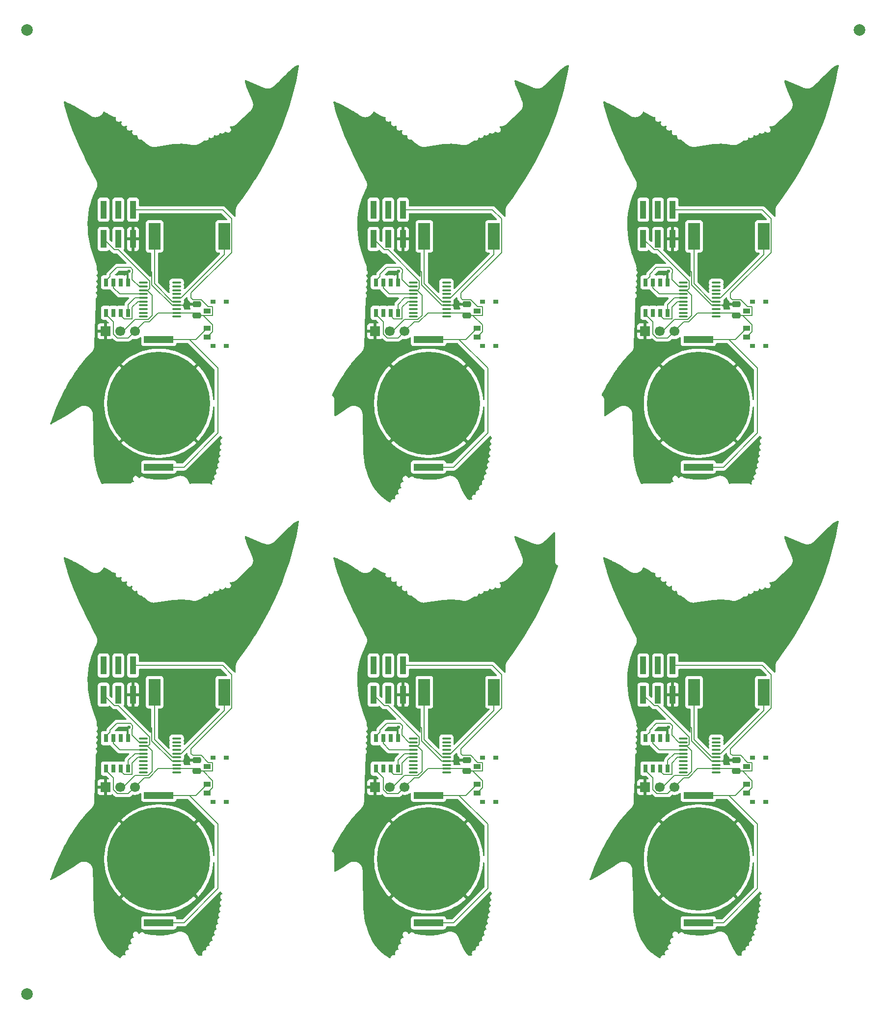
<source format=gbr>
%TF.GenerationSoftware,KiCad,Pcbnew,9.0.3*%
%TF.CreationDate,2025-07-23T15:56:11-05:00*%
%TF.ProjectId,panel,70616e65-6c2e-46b6-9963-61645f706362,rev?*%
%TF.SameCoordinates,Original*%
%TF.FileFunction,Copper,L2,Bot*%
%TF.FilePolarity,Positive*%
%FSLAX46Y46*%
G04 Gerber Fmt 4.6, Leading zero omitted, Abs format (unit mm)*
G04 Created by KiCad (PCBNEW 9.0.3) date 2025-07-23 15:56:11*
%MOMM*%
%LPD*%
G01*
G04 APERTURE LIST*
G04 Aperture macros list*
%AMRoundRect*
0 Rectangle with rounded corners*
0 $1 Rounding radius*
0 $2 $3 $4 $5 $6 $7 $8 $9 X,Y pos of 4 corners*
0 Add a 4 corners polygon primitive as box body*
4,1,4,$2,$3,$4,$5,$6,$7,$8,$9,$2,$3,0*
0 Add four circle primitives for the rounded corners*
1,1,$1+$1,$2,$3*
1,1,$1+$1,$4,$5*
1,1,$1+$1,$6,$7*
1,1,$1+$1,$8,$9*
0 Add four rect primitives between the rounded corners*
20,1,$1+$1,$2,$3,$4,$5,0*
20,1,$1+$1,$4,$5,$6,$7,0*
20,1,$1+$1,$6,$7,$8,$9,0*
20,1,$1+$1,$8,$9,$2,$3,0*%
G04 Aperture macros list end*
%TA.AperFunction,SMDPad,CuDef*%
%ADD10R,5.080000X1.270000*%
%TD*%
%TA.AperFunction,SMDPad,CuDef*%
%ADD11C,17.800000*%
%TD*%
%TA.AperFunction,SMDPad,CuDef*%
%ADD12R,1.000000X3.150000*%
%TD*%
%TA.AperFunction,SMDPad,CuDef*%
%ADD13RoundRect,0.100000X0.637500X0.100000X-0.637500X0.100000X-0.637500X-0.100000X0.637500X-0.100000X0*%
%TD*%
%TA.AperFunction,SMDPad,CuDef*%
%ADD14C,2.000000*%
%TD*%
%TA.AperFunction,SMDPad,CuDef*%
%ADD15R,1.250000X0.900000*%
%TD*%
%TA.AperFunction,SMDPad,CuDef*%
%ADD16R,0.900000X0.800000*%
%TD*%
%TA.AperFunction,SMDPad,CuDef*%
%ADD17R,0.800000X1.450000*%
%TD*%
%TA.AperFunction,ComponentPad*%
%ADD18R,1.700000X1.700000*%
%TD*%
%TA.AperFunction,ComponentPad*%
%ADD19C,1.700000*%
%TD*%
%TA.AperFunction,SMDPad,CuDef*%
%ADD20R,2.000000X4.600000*%
%TD*%
%TA.AperFunction,SMDPad,CuDef*%
%ADD21RoundRect,0.250000X0.475000X-0.250000X0.475000X0.250000X-0.475000X0.250000X-0.475000X-0.250000X0*%
%TD*%
%TA.AperFunction,ViaPad*%
%ADD22C,0.600000*%
%TD*%
%TA.AperFunction,Conductor*%
%ADD23C,0.200000*%
%TD*%
G04 APERTURE END LIST*
D10*
%TO.P,BT1,1,+*%
%TO.N,Board_3-Net-(BT1-+)*%
X99447561Y-176355334D03*
X99447561Y-154385334D03*
D11*
%TO.P,BT1,2,-*%
%TO.N,Board_3-GND*%
X99447561Y-165370334D03*
%TD*%
D12*
%TO.P,J3,1,Pin_1*%
%TO.N,Board_4-GND*%
X141554887Y-137055334D03*
%TO.P,J3,2,Pin_2*%
%TO.N,Board_4-+3V3*%
X141554887Y-132005334D03*
%TO.P,J3,3,Pin_3*%
%TO.N,Board_4-unconnected-(J3-Pin_3-Pad3)*%
X139014887Y-137055334D03*
%TO.P,J3,4,Pin_4*%
%TO.N,Board_4-unconnected-(J3-Pin_4-Pad4)*%
X139014887Y-132005334D03*
%TO.P,J3,5,Pin_5*%
%TO.N,Board_4-SWIO*%
X136474887Y-137055334D03*
%TO.P,J3,6,Pin_6*%
%TO.N,Board_4-unconnected-(J3-Pin_6-Pad6)*%
X136474887Y-132005334D03*
%TD*%
D13*
%TO.P,U1,1,PD4/T1/T2/SCK_/OPO0/A7*%
%TO.N,Board_2-PD4*%
X195599713Y-66039903D03*
%TO.P,U1,2,PD5/T2/TX/RX_/MISO_/A5*%
%TO.N,Board_2-PD5*%
X195599713Y-66689903D03*
%TO.P,U1,3,PD6/T2/RX/TX_/MOSI_/A6*%
%TO.N,Board_2-PD6*%
X195599713Y-67339903D03*
%TO.P,U1,4,PD7/RST/T2C4/OPP1/PA4/OPN2*%
%TO.N,Board_2-Reset*%
X195599713Y-67989903D03*
%TO.P,U1,5,PA1/T1/T2/OPN0/XI/A1*%
%TO.N,Board_2-PA1*%
X195599713Y-68639903D03*
%TO.P,U1,6,PA2/T1/T2/U2TX_/OPP0/XO/A0*%
%TO.N,Board_2-PA2*%
X195599713Y-69289903D03*
%TO.P,U1,7,VSS*%
%TO.N,Board_2-GND*%
X195599713Y-69939903D03*
%TO.P,U1,8,PD0/T1/SDA_/TX_/OPN1*%
%TO.N,Board_2-PD0*%
X195599713Y-70589903D03*
%TO.P,U1,9,VDD*%
%TO.N,Board_2-+3V3*%
X195599713Y-71239903D03*
%TO.P,U1,10,PC0/T1/T2/NSS_/TX_/MOSI_*%
%TO.N,Board_2-PC0*%
X195599713Y-71889903D03*
%TO.P,U1,11,PC1/T1C2N_/T2/RX_/SDA/NSS*%
%TO.N,Board_2-PC1*%
X189874713Y-71889903D03*
%TO.P,U1,12,PC2/T1C3N_/T2/SCL*%
%TO.N,Board_2-PC2*%
X189874713Y-71239903D03*
%TO.P,U1,13,PC3/T1/T2*%
%TO.N,Board_2-PC3*%
X189874713Y-70589903D03*
%TO.P,U1,14,PC4/T1C1_/T1/MCO/A2*%
%TO.N,Board_2-PC4*%
X189874713Y-69939903D03*
%TO.P,U1,15,PC5/T1C2_/T1/T2/TX_/SCK*%
%TO.N,Board_2-PC5*%
X189874713Y-69289903D03*
%TO.P,U1,16,PC6/T1C3_/T1/RX_/MOSI*%
%TO.N,Board_2-PC6*%
X189874713Y-68639903D03*
%TO.P,U1,17,PC7/T1C4_/T1/T2/MISO*%
%TO.N,Board_2-PC7*%
X189874713Y-67989903D03*
%TO.P,U1,18,PD1/SWIO/T1/SCL_/RX_/OPP3*%
%TO.N,Board_2-SWIO*%
X189874713Y-67339903D03*
%TO.P,U1,19,PD2/T1/T2/U2TX_/A3*%
%TO.N,Board_2-PD2*%
X189874713Y-66689903D03*
%TO.P,U1,20,PD3/T1/T2/U2RX_/NSS_/OPP2/A4*%
%TO.N,Board_2-PD3*%
X189874713Y-66039903D03*
%TD*%
D10*
%TO.P,BT1,1,+*%
%TO.N,Board_4-Net-(BT1-+)*%
X145979887Y-176355334D03*
X145979887Y-154385334D03*
D11*
%TO.P,BT1,2,-*%
%TO.N,Board_4-GND*%
X145979887Y-165370334D03*
%TD*%
D14*
%TO.P,KiKit_FID_B_3,*%
%TO.N,*%
X76701511Y-188580862D03*
%TD*%
D12*
%TO.P,J3,1,Pin_1*%
%TO.N,Board_5-GND*%
X188087213Y-137055334D03*
%TO.P,J3,2,Pin_2*%
%TO.N,Board_5-+3V3*%
X188087213Y-132005334D03*
%TO.P,J3,3,Pin_3*%
%TO.N,Board_5-unconnected-(J3-Pin_3-Pad3)*%
X185547213Y-137055334D03*
%TO.P,J3,4,Pin_4*%
%TO.N,Board_5-unconnected-(J3-Pin_4-Pad4)*%
X185547213Y-132005334D03*
%TO.P,J3,5,Pin_5*%
%TO.N,Board_5-SWIO*%
X183007213Y-137055334D03*
%TO.P,J3,6,Pin_6*%
%TO.N,Board_5-unconnected-(J3-Pin_6-Pad6)*%
X183007213Y-132005334D03*
%TD*%
D15*
%TO.P,SW1,1,A*%
%TO.N,Board_5-+3V3*%
X200862213Y-153955334D03*
%TO.P,SW1,2,B*%
%TO.N,Board_5-Net-(BT1-+)*%
X200862213Y-152455334D03*
%TO.P,SW1,3,C*%
%TO.N,Board_5-unconnected-(SW1-C-Pad3)*%
X200862213Y-149455334D03*
D16*
%TO.P,SW1,4*%
%TO.N,N/C*%
X201837213Y-155505334D03*
X204137213Y-155505334D03*
X204137213Y-147905334D03*
X201837213Y-147895334D03*
%TD*%
D10*
%TO.P,BT1,1,+*%
%TO.N,Board_5-Net-(BT1-+)*%
X192512213Y-176355334D03*
X192512213Y-154385334D03*
D11*
%TO.P,BT1,2,-*%
%TO.N,Board_5-GND*%
X192512213Y-165370334D03*
%TD*%
D13*
%TO.P,U1,1,PD4/T1/T2/SCK_/OPO0/A7*%
%TO.N,Board_3-PD4*%
X102535061Y-144580334D03*
%TO.P,U1,2,PD5/T2/TX/RX_/MISO_/A5*%
%TO.N,Board_3-PD5*%
X102535061Y-145230334D03*
%TO.P,U1,3,PD6/T2/RX/TX_/MOSI_/A6*%
%TO.N,Board_3-PD6*%
X102535061Y-145880334D03*
%TO.P,U1,4,PD7/RST/T2C4/OPP1/PA4/OPN2*%
%TO.N,Board_3-Reset*%
X102535061Y-146530334D03*
%TO.P,U1,5,PA1/T1/T2/OPN0/XI/A1*%
%TO.N,Board_3-PA1*%
X102535061Y-147180334D03*
%TO.P,U1,6,PA2/T1/T2/U2TX_/OPP0/XO/A0*%
%TO.N,Board_3-PA2*%
X102535061Y-147830334D03*
%TO.P,U1,7,VSS*%
%TO.N,Board_3-GND*%
X102535061Y-148480334D03*
%TO.P,U1,8,PD0/T1/SDA_/TX_/OPN1*%
%TO.N,Board_3-PD0*%
X102535061Y-149130334D03*
%TO.P,U1,9,VDD*%
%TO.N,Board_3-+3V3*%
X102535061Y-149780334D03*
%TO.P,U1,10,PC0/T1/T2/NSS_/TX_/MOSI_*%
%TO.N,Board_3-PC0*%
X102535061Y-150430334D03*
%TO.P,U1,11,PC1/T1C2N_/T2/RX_/SDA/NSS*%
%TO.N,Board_3-PC1*%
X96810061Y-150430334D03*
%TO.P,U1,12,PC2/T1C3N_/T2/SCL*%
%TO.N,Board_3-PC2*%
X96810061Y-149780334D03*
%TO.P,U1,13,PC3/T1/T2*%
%TO.N,Board_3-PC3*%
X96810061Y-149130334D03*
%TO.P,U1,14,PC4/T1C1_/T1/MCO/A2*%
%TO.N,Board_3-PC4*%
X96810061Y-148480334D03*
%TO.P,U1,15,PC5/T1C2_/T1/T2/TX_/SCK*%
%TO.N,Board_3-PC5*%
X96810061Y-147830334D03*
%TO.P,U1,16,PC6/T1C3_/T1/RX_/MOSI*%
%TO.N,Board_3-PC6*%
X96810061Y-147180334D03*
%TO.P,U1,17,PC7/T1C4_/T1/T2/MISO*%
%TO.N,Board_3-PC7*%
X96810061Y-146530334D03*
%TO.P,U1,18,PD1/SWIO/T1/SCL_/RX_/OPP3*%
%TO.N,Board_3-SWIO*%
X96810061Y-145880334D03*
%TO.P,U1,19,PD2/T1/T2/U2TX_/A3*%
%TO.N,Board_3-PD2*%
X96810061Y-145230334D03*
%TO.P,U1,20,PD3/T1/T2/U2RX_/NSS_/OPP2/A4*%
%TO.N,Board_3-PD3*%
X96810061Y-144580334D03*
%TD*%
D10*
%TO.P,BT1,1,+*%
%TO.N,Board_2-Net-(BT1-+)*%
X192512213Y-97814903D03*
X192512213Y-75844903D03*
D11*
%TO.P,BT1,2,-*%
%TO.N,Board_2-GND*%
X192512213Y-86829903D03*
%TD*%
D17*
%TO.P,U4,1,~{CS}*%
%TO.N,Board_0-PD2*%
X90362561Y-65989903D03*
%TO.P,U4,2,DO(IO1)*%
%TO.N,Board_0-PC7*%
X91632561Y-65989903D03*
%TO.P,U4,3,IO2*%
%TO.N,Board_0-unconnected-(U4-IO2-Pad3)*%
X92902561Y-65989903D03*
%TO.P,U4,4,GND*%
%TO.N,Board_0-GND*%
X94172561Y-65989903D03*
%TO.P,U4,5,DI(IO0)*%
%TO.N,Board_0-PC6*%
X94172561Y-71239903D03*
%TO.P,U4,6,CLK*%
%TO.N,Board_0-PC5*%
X92902561Y-71239903D03*
%TO.P,U4,7,IO3*%
%TO.N,Board_0-unconnected-(U4-IO3-Pad7)*%
X91632561Y-71239903D03*
%TO.P,U4,8,VCC*%
%TO.N,Board_0-+3V3*%
X90362561Y-71239903D03*
%TD*%
D18*
%TO.P,J2,1,Pin_1*%
%TO.N,Board_2-GND*%
X183307213Y-74414903D03*
D19*
%TO.P,J2,2,Pin_2*%
%TO.N,Board_2-SWIO*%
X185847213Y-74414903D03*
%TO.P,J2,3,Pin_3*%
%TO.N,Board_2-+3V3*%
X188387213Y-74414903D03*
%TD*%
D20*
%TO.P,J1,1,Pin_1*%
%TO.N,Board_4-PA1*%
X157254887Y-136605334D03*
%TO.P,J1,2,Pin_2*%
%TO.N,Board_4-PA2*%
X145254887Y-136605334D03*
%TD*%
D21*
%TO.P,C3,1*%
%TO.N,Board_4-+3V3*%
X152554887Y-150205334D03*
%TO.P,C3,2*%
%TO.N,Board_4-GND*%
X152554887Y-148305334D03*
%TD*%
D12*
%TO.P,J3,1,Pin_1*%
%TO.N,Board_0-GND*%
X95022561Y-58514903D03*
%TO.P,J3,2,Pin_2*%
%TO.N,Board_0-+3V3*%
X95022561Y-53464903D03*
%TO.P,J3,3,Pin_3*%
%TO.N,Board_0-unconnected-(J3-Pin_3-Pad3)*%
X92482561Y-58514903D03*
%TO.P,J3,4,Pin_4*%
%TO.N,Board_0-unconnected-(J3-Pin_4-Pad4)*%
X92482561Y-53464903D03*
%TO.P,J3,5,Pin_5*%
%TO.N,Board_0-SWIO*%
X89942561Y-58514903D03*
%TO.P,J3,6,Pin_6*%
%TO.N,Board_0-unconnected-(J3-Pin_6-Pad6)*%
X89942561Y-53464903D03*
%TD*%
D20*
%TO.P,J1,1,Pin_1*%
%TO.N,Board_0-PA1*%
X110722561Y-58064903D03*
%TO.P,J1,2,Pin_2*%
%TO.N,Board_0-PA2*%
X98722561Y-58064903D03*
%TD*%
%TO.P,J1,1,Pin_1*%
%TO.N,Board_3-PA1*%
X110722561Y-136605334D03*
%TO.P,J1,2,Pin_2*%
%TO.N,Board_3-PA2*%
X98722561Y-136605334D03*
%TD*%
D15*
%TO.P,SW1,1,A*%
%TO.N,Board_1-+3V3*%
X154329887Y-75414903D03*
%TO.P,SW1,2,B*%
%TO.N,Board_1-Net-(BT1-+)*%
X154329887Y-73914903D03*
%TO.P,SW1,3,C*%
%TO.N,Board_1-unconnected-(SW1-C-Pad3)*%
X154329887Y-70914903D03*
D16*
%TO.P,SW1,4*%
%TO.N,N/C*%
X155304887Y-76964903D03*
X157604887Y-76964903D03*
X157604887Y-69364903D03*
X155304887Y-69354903D03*
%TD*%
D21*
%TO.P,C3,1*%
%TO.N,Board_5-+3V3*%
X199087213Y-150205334D03*
%TO.P,C3,2*%
%TO.N,Board_5-GND*%
X199087213Y-148305334D03*
%TD*%
D20*
%TO.P,J1,1,Pin_1*%
%TO.N,Board_1-PA1*%
X157254887Y-58064903D03*
%TO.P,J1,2,Pin_2*%
%TO.N,Board_1-PA2*%
X145254887Y-58064903D03*
%TD*%
D21*
%TO.P,C3,1*%
%TO.N,Board_3-+3V3*%
X106022561Y-150205334D03*
%TO.P,C3,2*%
%TO.N,Board_3-GND*%
X106022561Y-148305334D03*
%TD*%
D13*
%TO.P,U1,1,PD4/T1/T2/SCK_/OPO0/A7*%
%TO.N,Board_0-PD4*%
X102535061Y-66039903D03*
%TO.P,U1,2,PD5/T2/TX/RX_/MISO_/A5*%
%TO.N,Board_0-PD5*%
X102535061Y-66689903D03*
%TO.P,U1,3,PD6/T2/RX/TX_/MOSI_/A6*%
%TO.N,Board_0-PD6*%
X102535061Y-67339903D03*
%TO.P,U1,4,PD7/RST/T2C4/OPP1/PA4/OPN2*%
%TO.N,Board_0-Reset*%
X102535061Y-67989903D03*
%TO.P,U1,5,PA1/T1/T2/OPN0/XI/A1*%
%TO.N,Board_0-PA1*%
X102535061Y-68639903D03*
%TO.P,U1,6,PA2/T1/T2/U2TX_/OPP0/XO/A0*%
%TO.N,Board_0-PA2*%
X102535061Y-69289903D03*
%TO.P,U1,7,VSS*%
%TO.N,Board_0-GND*%
X102535061Y-69939903D03*
%TO.P,U1,8,PD0/T1/SDA_/TX_/OPN1*%
%TO.N,Board_0-PD0*%
X102535061Y-70589903D03*
%TO.P,U1,9,VDD*%
%TO.N,Board_0-+3V3*%
X102535061Y-71239903D03*
%TO.P,U1,10,PC0/T1/T2/NSS_/TX_/MOSI_*%
%TO.N,Board_0-PC0*%
X102535061Y-71889903D03*
%TO.P,U1,11,PC1/T1C2N_/T2/RX_/SDA/NSS*%
%TO.N,Board_0-PC1*%
X96810061Y-71889903D03*
%TO.P,U1,12,PC2/T1C3N_/T2/SCL*%
%TO.N,Board_0-PC2*%
X96810061Y-71239903D03*
%TO.P,U1,13,PC3/T1/T2*%
%TO.N,Board_0-PC3*%
X96810061Y-70589903D03*
%TO.P,U1,14,PC4/T1C1_/T1/MCO/A2*%
%TO.N,Board_0-PC4*%
X96810061Y-69939903D03*
%TO.P,U1,15,PC5/T1C2_/T1/T2/TX_/SCK*%
%TO.N,Board_0-PC5*%
X96810061Y-69289903D03*
%TO.P,U1,16,PC6/T1C3_/T1/RX_/MOSI*%
%TO.N,Board_0-PC6*%
X96810061Y-68639903D03*
%TO.P,U1,17,PC7/T1C4_/T1/T2/MISO*%
%TO.N,Board_0-PC7*%
X96810061Y-67989903D03*
%TO.P,U1,18,PD1/SWIO/T1/SCL_/RX_/OPP3*%
%TO.N,Board_0-SWIO*%
X96810061Y-67339903D03*
%TO.P,U1,19,PD2/T1/T2/U2TX_/A3*%
%TO.N,Board_0-PD2*%
X96810061Y-66689903D03*
%TO.P,U1,20,PD3/T1/T2/U2RX_/NSS_/OPP2/A4*%
%TO.N,Board_0-PD3*%
X96810061Y-66039903D03*
%TD*%
D18*
%TO.P,J2,1,Pin_1*%
%TO.N,Board_1-GND*%
X136774887Y-74414903D03*
D19*
%TO.P,J2,2,Pin_2*%
%TO.N,Board_1-SWIO*%
X139314887Y-74414903D03*
%TO.P,J2,3,Pin_3*%
%TO.N,Board_1-+3V3*%
X141854887Y-74414903D03*
%TD*%
D14*
%TO.P,KiKit_FID_B_2,*%
%TO.N,*%
X220298489Y-22500000D03*
%TD*%
D21*
%TO.P,C3,1*%
%TO.N,Board_1-+3V3*%
X152554887Y-71664903D03*
%TO.P,C3,2*%
%TO.N,Board_1-GND*%
X152554887Y-69764903D03*
%TD*%
D12*
%TO.P,J3,1,Pin_1*%
%TO.N,Board_2-GND*%
X188087213Y-58514903D03*
%TO.P,J3,2,Pin_2*%
%TO.N,Board_2-+3V3*%
X188087213Y-53464903D03*
%TO.P,J3,3,Pin_3*%
%TO.N,Board_2-unconnected-(J3-Pin_3-Pad3)*%
X185547213Y-58514903D03*
%TO.P,J3,4,Pin_4*%
%TO.N,Board_2-unconnected-(J3-Pin_4-Pad4)*%
X185547213Y-53464903D03*
%TO.P,J3,5,Pin_5*%
%TO.N,Board_2-SWIO*%
X183007213Y-58514903D03*
%TO.P,J3,6,Pin_6*%
%TO.N,Board_2-unconnected-(J3-Pin_6-Pad6)*%
X183007213Y-53464903D03*
%TD*%
D10*
%TO.P,BT1,1,+*%
%TO.N,Board_0-Net-(BT1-+)*%
X99447561Y-97814903D03*
X99447561Y-75844903D03*
D11*
%TO.P,BT1,2,-*%
%TO.N,Board_0-GND*%
X99447561Y-86829903D03*
%TD*%
D13*
%TO.P,U1,1,PD4/T1/T2/SCK_/OPO0/A7*%
%TO.N,Board_1-PD4*%
X149067387Y-66039903D03*
%TO.P,U1,2,PD5/T2/TX/RX_/MISO_/A5*%
%TO.N,Board_1-PD5*%
X149067387Y-66689903D03*
%TO.P,U1,3,PD6/T2/RX/TX_/MOSI_/A6*%
%TO.N,Board_1-PD6*%
X149067387Y-67339903D03*
%TO.P,U1,4,PD7/RST/T2C4/OPP1/PA4/OPN2*%
%TO.N,Board_1-Reset*%
X149067387Y-67989903D03*
%TO.P,U1,5,PA1/T1/T2/OPN0/XI/A1*%
%TO.N,Board_1-PA1*%
X149067387Y-68639903D03*
%TO.P,U1,6,PA2/T1/T2/U2TX_/OPP0/XO/A0*%
%TO.N,Board_1-PA2*%
X149067387Y-69289903D03*
%TO.P,U1,7,VSS*%
%TO.N,Board_1-GND*%
X149067387Y-69939903D03*
%TO.P,U1,8,PD0/T1/SDA_/TX_/OPN1*%
%TO.N,Board_1-PD0*%
X149067387Y-70589903D03*
%TO.P,U1,9,VDD*%
%TO.N,Board_1-+3V3*%
X149067387Y-71239903D03*
%TO.P,U1,10,PC0/T1/T2/NSS_/TX_/MOSI_*%
%TO.N,Board_1-PC0*%
X149067387Y-71889903D03*
%TO.P,U1,11,PC1/T1C2N_/T2/RX_/SDA/NSS*%
%TO.N,Board_1-PC1*%
X143342387Y-71889903D03*
%TO.P,U1,12,PC2/T1C3N_/T2/SCL*%
%TO.N,Board_1-PC2*%
X143342387Y-71239903D03*
%TO.P,U1,13,PC3/T1/T2*%
%TO.N,Board_1-PC3*%
X143342387Y-70589903D03*
%TO.P,U1,14,PC4/T1C1_/T1/MCO/A2*%
%TO.N,Board_1-PC4*%
X143342387Y-69939903D03*
%TO.P,U1,15,PC5/T1C2_/T1/T2/TX_/SCK*%
%TO.N,Board_1-PC5*%
X143342387Y-69289903D03*
%TO.P,U1,16,PC6/T1C3_/T1/RX_/MOSI*%
%TO.N,Board_1-PC6*%
X143342387Y-68639903D03*
%TO.P,U1,17,PC7/T1C4_/T1/T2/MISO*%
%TO.N,Board_1-PC7*%
X143342387Y-67989903D03*
%TO.P,U1,18,PD1/SWIO/T1/SCL_/RX_/OPP3*%
%TO.N,Board_1-SWIO*%
X143342387Y-67339903D03*
%TO.P,U1,19,PD2/T1/T2/U2TX_/A3*%
%TO.N,Board_1-PD2*%
X143342387Y-66689903D03*
%TO.P,U1,20,PD3/T1/T2/U2RX_/NSS_/OPP2/A4*%
%TO.N,Board_1-PD3*%
X143342387Y-66039903D03*
%TD*%
D18*
%TO.P,J2,1,Pin_1*%
%TO.N,Board_4-GND*%
X136774887Y-152955334D03*
D19*
%TO.P,J2,2,Pin_2*%
%TO.N,Board_4-SWIO*%
X139314887Y-152955334D03*
%TO.P,J2,3,Pin_3*%
%TO.N,Board_4-+3V3*%
X141854887Y-152955334D03*
%TD*%
D18*
%TO.P,J2,1,Pin_1*%
%TO.N,Board_5-GND*%
X183307213Y-152955334D03*
D19*
%TO.P,J2,2,Pin_2*%
%TO.N,Board_5-SWIO*%
X185847213Y-152955334D03*
%TO.P,J2,3,Pin_3*%
%TO.N,Board_5-+3V3*%
X188387213Y-152955334D03*
%TD*%
D21*
%TO.P,C3,1*%
%TO.N,Board_0-+3V3*%
X106022561Y-71664903D03*
%TO.P,C3,2*%
%TO.N,Board_0-GND*%
X106022561Y-69764903D03*
%TD*%
D10*
%TO.P,BT1,1,+*%
%TO.N,Board_1-Net-(BT1-+)*%
X145979887Y-97814903D03*
X145979887Y-75844903D03*
D11*
%TO.P,BT1,2,-*%
%TO.N,Board_1-GND*%
X145979887Y-86829903D03*
%TD*%
D18*
%TO.P,J2,1,Pin_1*%
%TO.N,Board_0-GND*%
X90242561Y-74414903D03*
D19*
%TO.P,J2,2,Pin_2*%
%TO.N,Board_0-SWIO*%
X92782561Y-74414903D03*
%TO.P,J2,3,Pin_3*%
%TO.N,Board_0-+3V3*%
X95322561Y-74414903D03*
%TD*%
D15*
%TO.P,SW1,1,A*%
%TO.N,Board_4-+3V3*%
X154329887Y-153955334D03*
%TO.P,SW1,2,B*%
%TO.N,Board_4-Net-(BT1-+)*%
X154329887Y-152455334D03*
%TO.P,SW1,3,C*%
%TO.N,Board_4-unconnected-(SW1-C-Pad3)*%
X154329887Y-149455334D03*
D16*
%TO.P,SW1,4*%
%TO.N,N/C*%
X155304887Y-155505334D03*
X157604887Y-155505334D03*
X157604887Y-147905334D03*
X155304887Y-147895334D03*
%TD*%
D12*
%TO.P,J3,1,Pin_1*%
%TO.N,Board_1-GND*%
X141554887Y-58514903D03*
%TO.P,J3,2,Pin_2*%
%TO.N,Board_1-+3V3*%
X141554887Y-53464903D03*
%TO.P,J3,3,Pin_3*%
%TO.N,Board_1-unconnected-(J3-Pin_3-Pad3)*%
X139014887Y-58514903D03*
%TO.P,J3,4,Pin_4*%
%TO.N,Board_1-unconnected-(J3-Pin_4-Pad4)*%
X139014887Y-53464903D03*
%TO.P,J3,5,Pin_5*%
%TO.N,Board_1-SWIO*%
X136474887Y-58514903D03*
%TO.P,J3,6,Pin_6*%
%TO.N,Board_1-unconnected-(J3-Pin_6-Pad6)*%
X136474887Y-53464903D03*
%TD*%
D20*
%TO.P,J1,1,Pin_1*%
%TO.N,Board_5-PA1*%
X203787213Y-136605334D03*
%TO.P,J1,2,Pin_2*%
%TO.N,Board_5-PA2*%
X191787213Y-136605334D03*
%TD*%
D13*
%TO.P,U1,1,PD4/T1/T2/SCK_/OPO0/A7*%
%TO.N,Board_5-PD4*%
X195599713Y-144580334D03*
%TO.P,U1,2,PD5/T2/TX/RX_/MISO_/A5*%
%TO.N,Board_5-PD5*%
X195599713Y-145230334D03*
%TO.P,U1,3,PD6/T2/RX/TX_/MOSI_/A6*%
%TO.N,Board_5-PD6*%
X195599713Y-145880334D03*
%TO.P,U1,4,PD7/RST/T2C4/OPP1/PA4/OPN2*%
%TO.N,Board_5-Reset*%
X195599713Y-146530334D03*
%TO.P,U1,5,PA1/T1/T2/OPN0/XI/A1*%
%TO.N,Board_5-PA1*%
X195599713Y-147180334D03*
%TO.P,U1,6,PA2/T1/T2/U2TX_/OPP0/XO/A0*%
%TO.N,Board_5-PA2*%
X195599713Y-147830334D03*
%TO.P,U1,7,VSS*%
%TO.N,Board_5-GND*%
X195599713Y-148480334D03*
%TO.P,U1,8,PD0/T1/SDA_/TX_/OPN1*%
%TO.N,Board_5-PD0*%
X195599713Y-149130334D03*
%TO.P,U1,9,VDD*%
%TO.N,Board_5-+3V3*%
X195599713Y-149780334D03*
%TO.P,U1,10,PC0/T1/T2/NSS_/TX_/MOSI_*%
%TO.N,Board_5-PC0*%
X195599713Y-150430334D03*
%TO.P,U1,11,PC1/T1C2N_/T2/RX_/SDA/NSS*%
%TO.N,Board_5-PC1*%
X189874713Y-150430334D03*
%TO.P,U1,12,PC2/T1C3N_/T2/SCL*%
%TO.N,Board_5-PC2*%
X189874713Y-149780334D03*
%TO.P,U1,13,PC3/T1/T2*%
%TO.N,Board_5-PC3*%
X189874713Y-149130334D03*
%TO.P,U1,14,PC4/T1C1_/T1/MCO/A2*%
%TO.N,Board_5-PC4*%
X189874713Y-148480334D03*
%TO.P,U1,15,PC5/T1C2_/T1/T2/TX_/SCK*%
%TO.N,Board_5-PC5*%
X189874713Y-147830334D03*
%TO.P,U1,16,PC6/T1C3_/T1/RX_/MOSI*%
%TO.N,Board_5-PC6*%
X189874713Y-147180334D03*
%TO.P,U1,17,PC7/T1C4_/T1/T2/MISO*%
%TO.N,Board_5-PC7*%
X189874713Y-146530334D03*
%TO.P,U1,18,PD1/SWIO/T1/SCL_/RX_/OPP3*%
%TO.N,Board_5-SWIO*%
X189874713Y-145880334D03*
%TO.P,U1,19,PD2/T1/T2/U2TX_/A3*%
%TO.N,Board_5-PD2*%
X189874713Y-145230334D03*
%TO.P,U1,20,PD3/T1/T2/U2RX_/NSS_/OPP2/A4*%
%TO.N,Board_5-PD3*%
X189874713Y-144580334D03*
%TD*%
D17*
%TO.P,U4,1,~{CS}*%
%TO.N,Board_1-PD2*%
X136894887Y-65989903D03*
%TO.P,U4,2,DO(IO1)*%
%TO.N,Board_1-PC7*%
X138164887Y-65989903D03*
%TO.P,U4,3,IO2*%
%TO.N,Board_1-unconnected-(U4-IO2-Pad3)*%
X139434887Y-65989903D03*
%TO.P,U4,4,GND*%
%TO.N,Board_1-GND*%
X140704887Y-65989903D03*
%TO.P,U4,5,DI(IO0)*%
%TO.N,Board_1-PC6*%
X140704887Y-71239903D03*
%TO.P,U4,6,CLK*%
%TO.N,Board_1-PC5*%
X139434887Y-71239903D03*
%TO.P,U4,7,IO3*%
%TO.N,Board_1-unconnected-(U4-IO3-Pad7)*%
X138164887Y-71239903D03*
%TO.P,U4,8,VCC*%
%TO.N,Board_1-+3V3*%
X136894887Y-71239903D03*
%TD*%
D18*
%TO.P,J2,1,Pin_1*%
%TO.N,Board_3-GND*%
X90242561Y-152955334D03*
D19*
%TO.P,J2,2,Pin_2*%
%TO.N,Board_3-SWIO*%
X92782561Y-152955334D03*
%TO.P,J2,3,Pin_3*%
%TO.N,Board_3-+3V3*%
X95322561Y-152955334D03*
%TD*%
D17*
%TO.P,U4,1,~{CS}*%
%TO.N,Board_3-PD2*%
X90362561Y-144530334D03*
%TO.P,U4,2,DO(IO1)*%
%TO.N,Board_3-PC7*%
X91632561Y-144530334D03*
%TO.P,U4,3,IO2*%
%TO.N,Board_3-unconnected-(U4-IO2-Pad3)*%
X92902561Y-144530334D03*
%TO.P,U4,4,GND*%
%TO.N,Board_3-GND*%
X94172561Y-144530334D03*
%TO.P,U4,5,DI(IO0)*%
%TO.N,Board_3-PC6*%
X94172561Y-149780334D03*
%TO.P,U4,6,CLK*%
%TO.N,Board_3-PC5*%
X92902561Y-149780334D03*
%TO.P,U4,7,IO3*%
%TO.N,Board_3-unconnected-(U4-IO3-Pad7)*%
X91632561Y-149780334D03*
%TO.P,U4,8,VCC*%
%TO.N,Board_3-+3V3*%
X90362561Y-149780334D03*
%TD*%
D15*
%TO.P,SW1,1,A*%
%TO.N,Board_2-+3V3*%
X200862213Y-75414903D03*
%TO.P,SW1,2,B*%
%TO.N,Board_2-Net-(BT1-+)*%
X200862213Y-73914903D03*
%TO.P,SW1,3,C*%
%TO.N,Board_2-unconnected-(SW1-C-Pad3)*%
X200862213Y-70914903D03*
D16*
%TO.P,SW1,4*%
%TO.N,N/C*%
X201837213Y-76964903D03*
X204137213Y-76964903D03*
X204137213Y-69364903D03*
X201837213Y-69354903D03*
%TD*%
D14*
%TO.P,KiKit_FID_B_1,*%
%TO.N,*%
X76701511Y-22500000D03*
%TD*%
D15*
%TO.P,SW1,1,A*%
%TO.N,Board_0-+3V3*%
X107797561Y-75414903D03*
%TO.P,SW1,2,B*%
%TO.N,Board_0-Net-(BT1-+)*%
X107797561Y-73914903D03*
%TO.P,SW1,3,C*%
%TO.N,Board_0-unconnected-(SW1-C-Pad3)*%
X107797561Y-70914903D03*
D16*
%TO.P,SW1,4*%
%TO.N,N/C*%
X108772561Y-76964903D03*
X111072561Y-76964903D03*
X111072561Y-69364903D03*
X108772561Y-69354903D03*
%TD*%
D21*
%TO.P,C3,1*%
%TO.N,Board_2-+3V3*%
X199087213Y-71664903D03*
%TO.P,C3,2*%
%TO.N,Board_2-GND*%
X199087213Y-69764903D03*
%TD*%
D17*
%TO.P,U4,1,~{CS}*%
%TO.N,Board_2-PD2*%
X183427213Y-65989903D03*
%TO.P,U4,2,DO(IO1)*%
%TO.N,Board_2-PC7*%
X184697213Y-65989903D03*
%TO.P,U4,3,IO2*%
%TO.N,Board_2-unconnected-(U4-IO2-Pad3)*%
X185967213Y-65989903D03*
%TO.P,U4,4,GND*%
%TO.N,Board_2-GND*%
X187237213Y-65989903D03*
%TO.P,U4,5,DI(IO0)*%
%TO.N,Board_2-PC6*%
X187237213Y-71239903D03*
%TO.P,U4,6,CLK*%
%TO.N,Board_2-PC5*%
X185967213Y-71239903D03*
%TO.P,U4,7,IO3*%
%TO.N,Board_2-unconnected-(U4-IO3-Pad7)*%
X184697213Y-71239903D03*
%TO.P,U4,8,VCC*%
%TO.N,Board_2-+3V3*%
X183427213Y-71239903D03*
%TD*%
%TO.P,U4,1,~{CS}*%
%TO.N,Board_4-PD2*%
X136894887Y-144530334D03*
%TO.P,U4,2,DO(IO1)*%
%TO.N,Board_4-PC7*%
X138164887Y-144530334D03*
%TO.P,U4,3,IO2*%
%TO.N,Board_4-unconnected-(U4-IO2-Pad3)*%
X139434887Y-144530334D03*
%TO.P,U4,4,GND*%
%TO.N,Board_4-GND*%
X140704887Y-144530334D03*
%TO.P,U4,5,DI(IO0)*%
%TO.N,Board_4-PC6*%
X140704887Y-149780334D03*
%TO.P,U4,6,CLK*%
%TO.N,Board_4-PC5*%
X139434887Y-149780334D03*
%TO.P,U4,7,IO3*%
%TO.N,Board_4-unconnected-(U4-IO3-Pad7)*%
X138164887Y-149780334D03*
%TO.P,U4,8,VCC*%
%TO.N,Board_4-+3V3*%
X136894887Y-149780334D03*
%TD*%
D20*
%TO.P,J1,1,Pin_1*%
%TO.N,Board_2-PA1*%
X203787213Y-58064903D03*
%TO.P,J1,2,Pin_2*%
%TO.N,Board_2-PA2*%
X191787213Y-58064903D03*
%TD*%
D12*
%TO.P,J3,1,Pin_1*%
%TO.N,Board_3-GND*%
X95022561Y-137055334D03*
%TO.P,J3,2,Pin_2*%
%TO.N,Board_3-+3V3*%
X95022561Y-132005334D03*
%TO.P,J3,3,Pin_3*%
%TO.N,Board_3-unconnected-(J3-Pin_3-Pad3)*%
X92482561Y-137055334D03*
%TO.P,J3,4,Pin_4*%
%TO.N,Board_3-unconnected-(J3-Pin_4-Pad4)*%
X92482561Y-132005334D03*
%TO.P,J3,5,Pin_5*%
%TO.N,Board_3-SWIO*%
X89942561Y-137055334D03*
%TO.P,J3,6,Pin_6*%
%TO.N,Board_3-unconnected-(J3-Pin_6-Pad6)*%
X89942561Y-132005334D03*
%TD*%
D17*
%TO.P,U4,1,~{CS}*%
%TO.N,Board_5-PD2*%
X183427213Y-144530334D03*
%TO.P,U4,2,DO(IO1)*%
%TO.N,Board_5-PC7*%
X184697213Y-144530334D03*
%TO.P,U4,3,IO2*%
%TO.N,Board_5-unconnected-(U4-IO2-Pad3)*%
X185967213Y-144530334D03*
%TO.P,U4,4,GND*%
%TO.N,Board_5-GND*%
X187237213Y-144530334D03*
%TO.P,U4,5,DI(IO0)*%
%TO.N,Board_5-PC6*%
X187237213Y-149780334D03*
%TO.P,U4,6,CLK*%
%TO.N,Board_5-PC5*%
X185967213Y-149780334D03*
%TO.P,U4,7,IO3*%
%TO.N,Board_5-unconnected-(U4-IO3-Pad7)*%
X184697213Y-149780334D03*
%TO.P,U4,8,VCC*%
%TO.N,Board_5-+3V3*%
X183427213Y-149780334D03*
%TD*%
D13*
%TO.P,U1,1,PD4/T1/T2/SCK_/OPO0/A7*%
%TO.N,Board_4-PD4*%
X149067387Y-144580334D03*
%TO.P,U1,2,PD5/T2/TX/RX_/MISO_/A5*%
%TO.N,Board_4-PD5*%
X149067387Y-145230334D03*
%TO.P,U1,3,PD6/T2/RX/TX_/MOSI_/A6*%
%TO.N,Board_4-PD6*%
X149067387Y-145880334D03*
%TO.P,U1,4,PD7/RST/T2C4/OPP1/PA4/OPN2*%
%TO.N,Board_4-Reset*%
X149067387Y-146530334D03*
%TO.P,U1,5,PA1/T1/T2/OPN0/XI/A1*%
%TO.N,Board_4-PA1*%
X149067387Y-147180334D03*
%TO.P,U1,6,PA2/T1/T2/U2TX_/OPP0/XO/A0*%
%TO.N,Board_4-PA2*%
X149067387Y-147830334D03*
%TO.P,U1,7,VSS*%
%TO.N,Board_4-GND*%
X149067387Y-148480334D03*
%TO.P,U1,8,PD0/T1/SDA_/TX_/OPN1*%
%TO.N,Board_4-PD0*%
X149067387Y-149130334D03*
%TO.P,U1,9,VDD*%
%TO.N,Board_4-+3V3*%
X149067387Y-149780334D03*
%TO.P,U1,10,PC0/T1/T2/NSS_/TX_/MOSI_*%
%TO.N,Board_4-PC0*%
X149067387Y-150430334D03*
%TO.P,U1,11,PC1/T1C2N_/T2/RX_/SDA/NSS*%
%TO.N,Board_4-PC1*%
X143342387Y-150430334D03*
%TO.P,U1,12,PC2/T1C3N_/T2/SCL*%
%TO.N,Board_4-PC2*%
X143342387Y-149780334D03*
%TO.P,U1,13,PC3/T1/T2*%
%TO.N,Board_4-PC3*%
X143342387Y-149130334D03*
%TO.P,U1,14,PC4/T1C1_/T1/MCO/A2*%
%TO.N,Board_4-PC4*%
X143342387Y-148480334D03*
%TO.P,U1,15,PC5/T1C2_/T1/T2/TX_/SCK*%
%TO.N,Board_4-PC5*%
X143342387Y-147830334D03*
%TO.P,U1,16,PC6/T1C3_/T1/RX_/MOSI*%
%TO.N,Board_4-PC6*%
X143342387Y-147180334D03*
%TO.P,U1,17,PC7/T1C4_/T1/T2/MISO*%
%TO.N,Board_4-PC7*%
X143342387Y-146530334D03*
%TO.P,U1,18,PD1/SWIO/T1/SCL_/RX_/OPP3*%
%TO.N,Board_4-SWIO*%
X143342387Y-145880334D03*
%TO.P,U1,19,PD2/T1/T2/U2TX_/A3*%
%TO.N,Board_4-PD2*%
X143342387Y-145230334D03*
%TO.P,U1,20,PD3/T1/T2/U2RX_/NSS_/OPP2/A4*%
%TO.N,Board_4-PD3*%
X143342387Y-144580334D03*
%TD*%
D15*
%TO.P,SW1,1,A*%
%TO.N,Board_3-+3V3*%
X107797561Y-153955334D03*
%TO.P,SW1,2,B*%
%TO.N,Board_3-Net-(BT1-+)*%
X107797561Y-152455334D03*
%TO.P,SW1,3,C*%
%TO.N,Board_3-unconnected-(SW1-C-Pad3)*%
X107797561Y-149455334D03*
D16*
%TO.P,SW1,4*%
%TO.N,N/C*%
X108772561Y-155505334D03*
X111072561Y-155505334D03*
X111072561Y-147905334D03*
X108772561Y-147895334D03*
%TD*%
D22*
%TO.N,Board_0-GND*%
X95822561Y-61814903D03*
X94303179Y-64094128D03*
%TO.N,Board_1-GND*%
X142354887Y-61814903D03*
X140835505Y-64094128D03*
%TO.N,Board_2-GND*%
X187367831Y-64094128D03*
X188887213Y-61814903D03*
%TO.N,Board_3-GND*%
X95822561Y-140355334D03*
X94303179Y-142634559D03*
%TO.N,Board_4-GND*%
X140835505Y-142634559D03*
X142354887Y-140355334D03*
%TO.N,Board_5-GND*%
X187367831Y-142634559D03*
X188887213Y-140355334D03*
%TD*%
D23*
%TO.N,Board_0-+3V3*%
X106732721Y-68963903D02*
X107932721Y-70163903D01*
X91631561Y-72833903D02*
X91631561Y-74891663D01*
X105312401Y-68963903D02*
X106732721Y-68963903D01*
X110472561Y-53464903D02*
X112022561Y-55014903D01*
X104996561Y-67840903D02*
X104996561Y-68648063D01*
X112022561Y-55014903D02*
X112022561Y-60814903D01*
X105597561Y-71239903D02*
X106022561Y-71664903D01*
X108723561Y-74488903D02*
X108723561Y-73315903D01*
X106023561Y-71665903D02*
X106022561Y-71664903D01*
X97782116Y-72790903D02*
X96946561Y-72790903D01*
X104996561Y-68648063D02*
X105312401Y-68963903D01*
X108723561Y-70163903D02*
X108723561Y-71665903D01*
X90362561Y-71239903D02*
X90362561Y-71564903D01*
X107072561Y-71664903D02*
X106022561Y-71664903D01*
X92305801Y-75565903D02*
X94171561Y-75565903D01*
X108723561Y-71665903D02*
X106023561Y-71665903D01*
X91631561Y-74891663D02*
X92305801Y-75565903D01*
X107932721Y-70163903D02*
X108723561Y-70163903D01*
X99333116Y-71239903D02*
X97782116Y-72790903D01*
X94171561Y-75565903D02*
X95322561Y-74414903D01*
X107797561Y-75414903D02*
X108723561Y-74488903D01*
X95022561Y-53464903D02*
X110472561Y-53464903D01*
X108723561Y-73315903D02*
X107072561Y-71664903D01*
X112022561Y-60814903D02*
X104996561Y-67840903D01*
X96946561Y-72790903D02*
X95322561Y-74414903D01*
X90362561Y-71564903D02*
X91631561Y-72833903D01*
X102535061Y-71239903D02*
X105597561Y-71239903D01*
X102535061Y-71239903D02*
X99333116Y-71239903D01*
%TO.N,Board_0-GND*%
X98250561Y-66442903D02*
X98250561Y-64242903D01*
X98250561Y-64242903D02*
X95822561Y-61814903D01*
X105847561Y-69939903D02*
X106022561Y-69764903D01*
X95822561Y-61814903D02*
X95022561Y-61014903D01*
X94172561Y-64224746D02*
X94303179Y-64094128D01*
X102535061Y-69939903D02*
X105847561Y-69939903D01*
X95022561Y-61014903D02*
X95022561Y-58514903D01*
X94172561Y-65989903D02*
X94172561Y-64224746D01*
X102535061Y-69939903D02*
X101747561Y-69939903D01*
X101747561Y-69939903D02*
X98250561Y-66442903D01*
%TO.N,Board_0-Net-(BT1-+)*%
X105867561Y-75844903D02*
X107797561Y-73914903D01*
X104722561Y-75844903D02*
X105867561Y-75844903D01*
X109672561Y-91914903D02*
X109672561Y-80794903D01*
X109672561Y-80794903D02*
X104722561Y-75844903D01*
X103772561Y-97814903D02*
X109672561Y-91914903D01*
X99447561Y-75844903D02*
X104722561Y-75844903D01*
X99447561Y-97814903D02*
X103772561Y-97814903D01*
%TO.N,Board_0-PA1*%
X102535061Y-68639903D02*
X103272560Y-68639903D01*
X110722561Y-61189902D02*
X110722561Y-58064903D01*
X103272560Y-68639903D02*
X110722561Y-61189902D01*
%TO.N,Board_0-PA2*%
X102535061Y-69289903D02*
X101797562Y-69289903D01*
X98722561Y-66214902D02*
X98722561Y-58064903D01*
X101797562Y-69289903D02*
X98722561Y-66214902D01*
%TO.N,Board_0-PC5*%
X93471561Y-72265903D02*
X94873561Y-72265903D01*
X95872561Y-69289903D02*
X96810061Y-69289903D01*
X94873561Y-72265903D02*
X94873561Y-70288903D01*
X94873561Y-70288903D02*
X95872561Y-69289903D01*
X92902561Y-71696903D02*
X93471561Y-72265903D01*
X92902561Y-71239903D02*
X92902561Y-71696903D01*
%TO.N,Board_0-PC6*%
X95322561Y-68639903D02*
X96810061Y-68639903D01*
X94172561Y-69789903D02*
X95322561Y-68639903D01*
X94172561Y-71239903D02*
X94172561Y-69789903D01*
%TO.N,Board_0-PC7*%
X92707561Y-67989903D02*
X91632561Y-66914903D01*
X96810061Y-67989903D02*
X92707561Y-67989903D01*
X91632561Y-66914903D02*
X91632561Y-65989903D01*
%TO.N,Board_0-PD2*%
X91063561Y-64963903D02*
X90362561Y-65664903D01*
X94873561Y-64442985D02*
X94953179Y-64363367D01*
X94543193Y-63414903D02*
X92222561Y-63414903D01*
X92222561Y-63414903D02*
X91063561Y-64573903D01*
X94953179Y-64363367D02*
X94953179Y-63824889D01*
X96810061Y-66689903D02*
X96072562Y-66689903D01*
X91063561Y-64573903D02*
X91063561Y-64963903D01*
X96072562Y-66689903D02*
X94873561Y-65490902D01*
X90362561Y-65664903D02*
X90362561Y-65989903D01*
X94953179Y-63824889D02*
X94543193Y-63414903D01*
X94873561Y-65490902D02*
X94873561Y-64442985D01*
%TO.N,Board_0-SWIO*%
X96810061Y-67339903D02*
X97547560Y-67339903D01*
X91818561Y-60390903D02*
X89942561Y-58514903D01*
X98322561Y-71684773D02*
X98322561Y-68195033D01*
X97547560Y-67339903D02*
X97848561Y-67038902D01*
X92782561Y-74414903D02*
X93290246Y-74414903D01*
X97616431Y-72390903D02*
X98322561Y-71684773D01*
X95314246Y-72390903D02*
X97616431Y-72390903D01*
X97848561Y-65771033D02*
X92468431Y-60390903D01*
X97848561Y-67038902D02*
X97848561Y-65771033D01*
X98322561Y-68195033D02*
X97467431Y-67339903D01*
X97467431Y-67339903D02*
X96810061Y-67339903D01*
X92468431Y-60390903D02*
X91818561Y-60390903D01*
X93290246Y-74414903D02*
X95314246Y-72390903D01*
%TO.N,Board_1-+3V3*%
X158554887Y-60814903D02*
X151528887Y-67840903D01*
X138163887Y-74891663D02*
X138838127Y-75565903D01*
X136894887Y-71239903D02*
X136894887Y-71564903D01*
X140703887Y-75565903D02*
X141854887Y-74414903D01*
X153604887Y-71664903D02*
X152554887Y-71664903D01*
X138838127Y-75565903D02*
X140703887Y-75565903D01*
X155255887Y-74488903D02*
X155255887Y-73315903D01*
X151844727Y-68963903D02*
X153265047Y-68963903D01*
X155255887Y-73315903D02*
X153604887Y-71664903D01*
X152129887Y-71239903D02*
X152554887Y-71664903D01*
X149067387Y-71239903D02*
X145865442Y-71239903D01*
X151528887Y-68648063D02*
X151844727Y-68963903D01*
X144314442Y-72790903D02*
X143478887Y-72790903D01*
X136894887Y-71564903D02*
X138163887Y-72833903D01*
X155255887Y-71665903D02*
X152555887Y-71665903D01*
X152555887Y-71665903D02*
X152554887Y-71664903D01*
X143478887Y-72790903D02*
X141854887Y-74414903D01*
X153265047Y-68963903D02*
X154465047Y-70163903D01*
X154329887Y-75414903D02*
X155255887Y-74488903D01*
X157004887Y-53464903D02*
X158554887Y-55014903D01*
X141554887Y-53464903D02*
X157004887Y-53464903D01*
X138163887Y-72833903D02*
X138163887Y-74891663D01*
X149067387Y-71239903D02*
X152129887Y-71239903D01*
X155255887Y-70163903D02*
X155255887Y-71665903D01*
X154465047Y-70163903D02*
X155255887Y-70163903D01*
X151528887Y-67840903D02*
X151528887Y-68648063D01*
X158554887Y-55014903D02*
X158554887Y-60814903D01*
X145865442Y-71239903D02*
X144314442Y-72790903D01*
%TO.N,Board_1-GND*%
X142354887Y-61814903D02*
X141554887Y-61014903D01*
X152379887Y-69939903D02*
X152554887Y-69764903D01*
X144782887Y-66442903D02*
X144782887Y-64242903D01*
X149067387Y-69939903D02*
X148279887Y-69939903D01*
X140704887Y-64224746D02*
X140835505Y-64094128D01*
X149067387Y-69939903D02*
X152379887Y-69939903D01*
X141554887Y-61014903D02*
X141554887Y-58514903D01*
X144782887Y-64242903D02*
X142354887Y-61814903D01*
X140704887Y-65989903D02*
X140704887Y-64224746D01*
X148279887Y-69939903D02*
X144782887Y-66442903D01*
%TO.N,Board_1-Net-(BT1-+)*%
X152399887Y-75844903D02*
X154329887Y-73914903D01*
X156204887Y-80794903D02*
X151254887Y-75844903D01*
X150304887Y-97814903D02*
X156204887Y-91914903D01*
X145979887Y-97814903D02*
X150304887Y-97814903D01*
X156204887Y-91914903D02*
X156204887Y-80794903D01*
X145979887Y-75844903D02*
X151254887Y-75844903D01*
X151254887Y-75844903D02*
X152399887Y-75844903D01*
%TO.N,Board_1-PA1*%
X157254887Y-61189902D02*
X157254887Y-58064903D01*
X149067387Y-68639903D02*
X149804886Y-68639903D01*
X149804886Y-68639903D02*
X157254887Y-61189902D01*
%TO.N,Board_1-PA2*%
X149067387Y-69289903D02*
X148329888Y-69289903D01*
X145254887Y-66214902D02*
X145254887Y-58064903D01*
X148329888Y-69289903D02*
X145254887Y-66214902D01*
%TO.N,Board_1-PC5*%
X139434887Y-71239903D02*
X139434887Y-71696903D01*
X141405887Y-70288903D02*
X142404887Y-69289903D01*
X141405887Y-72265903D02*
X141405887Y-70288903D01*
X140003887Y-72265903D02*
X141405887Y-72265903D01*
X139434887Y-71696903D02*
X140003887Y-72265903D01*
X142404887Y-69289903D02*
X143342387Y-69289903D01*
%TO.N,Board_1-PC6*%
X140704887Y-71239903D02*
X140704887Y-69789903D01*
X140704887Y-69789903D02*
X141854887Y-68639903D01*
X141854887Y-68639903D02*
X143342387Y-68639903D01*
%TO.N,Board_1-PC7*%
X143342387Y-67989903D02*
X139239887Y-67989903D01*
X138164887Y-66914903D02*
X138164887Y-65989903D01*
X139239887Y-67989903D02*
X138164887Y-66914903D01*
%TO.N,Board_1-PD2*%
X141075519Y-63414903D02*
X138754887Y-63414903D01*
X138754887Y-63414903D02*
X137595887Y-64573903D01*
X143342387Y-66689903D02*
X142604888Y-66689903D01*
X141405887Y-64442985D02*
X141485505Y-64363367D01*
X137595887Y-64573903D02*
X137595887Y-64963903D01*
X141485505Y-63824889D02*
X141075519Y-63414903D01*
X136894887Y-65664903D02*
X136894887Y-65989903D01*
X141485505Y-64363367D02*
X141485505Y-63824889D01*
X137595887Y-64963903D02*
X136894887Y-65664903D01*
X141405887Y-65490902D02*
X141405887Y-64442985D01*
X142604888Y-66689903D02*
X141405887Y-65490902D01*
%TO.N,Board_1-SWIO*%
X144380887Y-67038902D02*
X144380887Y-65771033D01*
X139822572Y-74414903D02*
X141846572Y-72390903D01*
X144854887Y-71684773D02*
X144854887Y-68195033D01*
X139000757Y-60390903D02*
X138350887Y-60390903D01*
X139314887Y-74414903D02*
X139822572Y-74414903D01*
X144380887Y-65771033D02*
X139000757Y-60390903D01*
X143999757Y-67339903D02*
X143342387Y-67339903D01*
X144079886Y-67339903D02*
X144380887Y-67038902D01*
X138350887Y-60390903D02*
X136474887Y-58514903D01*
X144854887Y-68195033D02*
X143999757Y-67339903D01*
X143342387Y-67339903D02*
X144079886Y-67339903D01*
X144148757Y-72390903D02*
X144854887Y-71684773D01*
X141846572Y-72390903D02*
X144148757Y-72390903D01*
%TO.N,Board_2-+3V3*%
X184696213Y-74891663D02*
X185370453Y-75565903D01*
X187236213Y-75565903D02*
X188387213Y-74414903D01*
X200997373Y-70163903D02*
X201788213Y-70163903D01*
X184696213Y-72833903D02*
X184696213Y-74891663D01*
X205087213Y-60814903D02*
X198061213Y-67840903D01*
X183427213Y-71239903D02*
X183427213Y-71564903D01*
X198061213Y-68648063D02*
X198377053Y-68963903D01*
X183427213Y-71564903D02*
X184696213Y-72833903D01*
X205087213Y-55014903D02*
X205087213Y-60814903D01*
X200862213Y-75414903D02*
X201788213Y-74488903D01*
X203537213Y-53464903D02*
X205087213Y-55014903D01*
X190011213Y-72790903D02*
X188387213Y-74414903D01*
X201788213Y-74488903D02*
X201788213Y-73315903D01*
X185370453Y-75565903D02*
X187236213Y-75565903D01*
X192397768Y-71239903D02*
X190846768Y-72790903D01*
X201788213Y-73315903D02*
X200137213Y-71664903D01*
X198061213Y-67840903D02*
X198061213Y-68648063D01*
X198377053Y-68963903D02*
X199797373Y-68963903D01*
X200137213Y-71664903D02*
X199087213Y-71664903D01*
X188087213Y-53464903D02*
X203537213Y-53464903D01*
X199797373Y-68963903D02*
X200997373Y-70163903D01*
X201788213Y-70163903D02*
X201788213Y-71665903D01*
X199088213Y-71665903D02*
X199087213Y-71664903D01*
X190846768Y-72790903D02*
X190011213Y-72790903D01*
X195599713Y-71239903D02*
X192397768Y-71239903D01*
X201788213Y-71665903D02*
X199088213Y-71665903D01*
X198662213Y-71239903D02*
X199087213Y-71664903D01*
X195599713Y-71239903D02*
X198662213Y-71239903D01*
%TO.N,Board_2-GND*%
X188887213Y-61814903D02*
X188087213Y-61014903D01*
X187237213Y-64224746D02*
X187367831Y-64094128D01*
X198912213Y-69939903D02*
X199087213Y-69764903D01*
X194812213Y-69939903D02*
X191315213Y-66442903D01*
X191315213Y-66442903D02*
X191315213Y-64242903D01*
X187237213Y-65989903D02*
X187237213Y-64224746D01*
X195599713Y-69939903D02*
X194812213Y-69939903D01*
X191315213Y-64242903D02*
X188887213Y-61814903D01*
X195599713Y-69939903D02*
X198912213Y-69939903D01*
X188087213Y-61014903D02*
X188087213Y-58514903D01*
%TO.N,Board_2-Net-(BT1-+)*%
X198932213Y-75844903D02*
X200862213Y-73914903D01*
X192512213Y-75844903D02*
X197787213Y-75844903D01*
X192512213Y-97814903D02*
X196837213Y-97814903D01*
X202737213Y-80794903D02*
X197787213Y-75844903D01*
X197787213Y-75844903D02*
X198932213Y-75844903D01*
X202737213Y-91914903D02*
X202737213Y-80794903D01*
X196837213Y-97814903D02*
X202737213Y-91914903D01*
%TO.N,Board_2-PA1*%
X203787213Y-61189902D02*
X203787213Y-58064903D01*
X196337212Y-68639903D02*
X203787213Y-61189902D01*
X195599713Y-68639903D02*
X196337212Y-68639903D01*
%TO.N,Board_2-PA2*%
X195599713Y-69289903D02*
X194862214Y-69289903D01*
X194862214Y-69289903D02*
X191787213Y-66214902D01*
X191787213Y-66214902D02*
X191787213Y-58064903D01*
%TO.N,Board_2-PC5*%
X185967213Y-71696903D02*
X186536213Y-72265903D01*
X185967213Y-71239903D02*
X185967213Y-71696903D01*
X187938213Y-70288903D02*
X188937213Y-69289903D01*
X188937213Y-69289903D02*
X189874713Y-69289903D01*
X187938213Y-72265903D02*
X187938213Y-70288903D01*
X186536213Y-72265903D02*
X187938213Y-72265903D01*
%TO.N,Board_2-PC6*%
X187237213Y-71239903D02*
X187237213Y-69789903D01*
X187237213Y-69789903D02*
X188387213Y-68639903D01*
X188387213Y-68639903D02*
X189874713Y-68639903D01*
%TO.N,Board_2-PC7*%
X185772213Y-67989903D02*
X184697213Y-66914903D01*
X189874713Y-67989903D02*
X185772213Y-67989903D01*
X184697213Y-66914903D02*
X184697213Y-65989903D01*
%TO.N,Board_2-PD2*%
X187938213Y-65490902D02*
X187938213Y-64442985D01*
X184128213Y-64963903D02*
X183427213Y-65664903D01*
X189137214Y-66689903D02*
X187938213Y-65490902D01*
X188017831Y-63824889D02*
X187607845Y-63414903D01*
X187607845Y-63414903D02*
X185287213Y-63414903D01*
X185287213Y-63414903D02*
X184128213Y-64573903D01*
X188017831Y-64363367D02*
X188017831Y-63824889D01*
X189874713Y-66689903D02*
X189137214Y-66689903D01*
X187938213Y-64442985D02*
X188017831Y-64363367D01*
X183427213Y-65664903D02*
X183427213Y-65989903D01*
X184128213Y-64573903D02*
X184128213Y-64963903D01*
%TO.N,Board_2-SWIO*%
X190913213Y-65771033D02*
X185533083Y-60390903D01*
X185847213Y-74414903D02*
X186354898Y-74414903D01*
X185533083Y-60390903D02*
X184883213Y-60390903D01*
X190913213Y-67038902D02*
X190913213Y-65771033D01*
X184883213Y-60390903D02*
X183007213Y-58514903D01*
X191387213Y-71684773D02*
X191387213Y-68195033D01*
X190532083Y-67339903D02*
X189874713Y-67339903D01*
X188378898Y-72390903D02*
X190681083Y-72390903D01*
X186354898Y-74414903D02*
X188378898Y-72390903D01*
X191387213Y-68195033D02*
X190532083Y-67339903D01*
X190681083Y-72390903D02*
X191387213Y-71684773D01*
X190612212Y-67339903D02*
X190913213Y-67038902D01*
X189874713Y-67339903D02*
X190612212Y-67339903D01*
%TO.N,Board_3-+3V3*%
X107072561Y-150205334D02*
X106022561Y-150205334D01*
X105597561Y-149780334D02*
X106022561Y-150205334D01*
X91631561Y-153432094D02*
X92305801Y-154106334D01*
X95022561Y-132005334D02*
X110472561Y-132005334D01*
X104996561Y-146381334D02*
X104996561Y-147188494D01*
X106732721Y-147504334D02*
X107932721Y-148704334D01*
X90362561Y-150105334D02*
X91631561Y-151374334D01*
X99333116Y-149780334D02*
X97782116Y-151331334D01*
X96946561Y-151331334D02*
X95322561Y-152955334D01*
X94171561Y-154106334D02*
X95322561Y-152955334D01*
X108723561Y-148704334D02*
X108723561Y-150206334D01*
X112022561Y-133555334D02*
X112022561Y-139355334D01*
X92305801Y-154106334D02*
X94171561Y-154106334D01*
X102535061Y-149780334D02*
X105597561Y-149780334D01*
X91631561Y-151374334D02*
X91631561Y-153432094D01*
X102535061Y-149780334D02*
X99333116Y-149780334D01*
X107932721Y-148704334D02*
X108723561Y-148704334D01*
X110472561Y-132005334D02*
X112022561Y-133555334D01*
X106023561Y-150206334D02*
X106022561Y-150205334D01*
X90362561Y-149780334D02*
X90362561Y-150105334D01*
X107797561Y-153955334D02*
X108723561Y-153029334D01*
X105312401Y-147504334D02*
X106732721Y-147504334D01*
X104996561Y-147188494D02*
X105312401Y-147504334D01*
X97782116Y-151331334D02*
X96946561Y-151331334D01*
X108723561Y-153029334D02*
X108723561Y-151856334D01*
X112022561Y-139355334D02*
X104996561Y-146381334D01*
X108723561Y-150206334D02*
X106023561Y-150206334D01*
X108723561Y-151856334D02*
X107072561Y-150205334D01*
%TO.N,Board_3-GND*%
X105847561Y-148480334D02*
X106022561Y-148305334D01*
X98250561Y-144983334D02*
X98250561Y-142783334D01*
X101747561Y-148480334D02*
X98250561Y-144983334D01*
X95822561Y-140355334D02*
X95022561Y-139555334D01*
X98250561Y-142783334D02*
X95822561Y-140355334D01*
X94172561Y-142765177D02*
X94303179Y-142634559D01*
X95022561Y-139555334D02*
X95022561Y-137055334D01*
X102535061Y-148480334D02*
X101747561Y-148480334D01*
X102535061Y-148480334D02*
X105847561Y-148480334D01*
X94172561Y-144530334D02*
X94172561Y-142765177D01*
%TO.N,Board_3-Net-(BT1-+)*%
X103772561Y-176355334D02*
X109672561Y-170455334D01*
X99447561Y-154385334D02*
X104722561Y-154385334D01*
X109672561Y-159335334D02*
X104722561Y-154385334D01*
X104722561Y-154385334D02*
X105867561Y-154385334D01*
X99447561Y-176355334D02*
X103772561Y-176355334D01*
X105867561Y-154385334D02*
X107797561Y-152455334D01*
X109672561Y-170455334D02*
X109672561Y-159335334D01*
%TO.N,Board_3-PA1*%
X103272560Y-147180334D02*
X110722561Y-139730333D01*
X110722561Y-139730333D02*
X110722561Y-136605334D01*
X102535061Y-147180334D02*
X103272560Y-147180334D01*
%TO.N,Board_3-PA2*%
X98722561Y-144755333D02*
X98722561Y-136605334D01*
X102535061Y-147830334D02*
X101797562Y-147830334D01*
X101797562Y-147830334D02*
X98722561Y-144755333D01*
%TO.N,Board_3-PC5*%
X95872561Y-147830334D02*
X96810061Y-147830334D01*
X93471561Y-150806334D02*
X94873561Y-150806334D01*
X94873561Y-148829334D02*
X95872561Y-147830334D01*
X94873561Y-150806334D02*
X94873561Y-148829334D01*
X92902561Y-150237334D02*
X93471561Y-150806334D01*
X92902561Y-149780334D02*
X92902561Y-150237334D01*
%TO.N,Board_3-PC6*%
X94172561Y-149780334D02*
X94172561Y-148330334D01*
X94172561Y-148330334D02*
X95322561Y-147180334D01*
X95322561Y-147180334D02*
X96810061Y-147180334D01*
%TO.N,Board_3-PC7*%
X92707561Y-146530334D02*
X91632561Y-145455334D01*
X96810061Y-146530334D02*
X92707561Y-146530334D01*
X91632561Y-145455334D02*
X91632561Y-144530334D01*
%TO.N,Board_3-PD2*%
X92222561Y-141955334D02*
X91063561Y-143114334D01*
X91063561Y-143504334D02*
X90362561Y-144205334D01*
X94543193Y-141955334D02*
X92222561Y-141955334D01*
X91063561Y-143114334D02*
X91063561Y-143504334D01*
X96072562Y-145230334D02*
X94873561Y-144031333D01*
X90362561Y-144205334D02*
X90362561Y-144530334D01*
X94953179Y-142903798D02*
X94953179Y-142365320D01*
X94953179Y-142365320D02*
X94543193Y-141955334D01*
X94873561Y-144031333D02*
X94873561Y-142983416D01*
X94873561Y-142983416D02*
X94953179Y-142903798D01*
X96810061Y-145230334D02*
X96072562Y-145230334D01*
%TO.N,Board_3-SWIO*%
X97467431Y-145880334D02*
X96810061Y-145880334D01*
X98322561Y-150225204D02*
X98322561Y-146735464D01*
X91818561Y-138931334D02*
X89942561Y-137055334D01*
X96810061Y-145880334D02*
X97547560Y-145880334D01*
X97547560Y-145880334D02*
X97848561Y-145579333D01*
X92468431Y-138931334D02*
X91818561Y-138931334D01*
X93290246Y-152955334D02*
X95314246Y-150931334D01*
X97848561Y-145579333D02*
X97848561Y-144311464D01*
X97616431Y-150931334D02*
X98322561Y-150225204D01*
X97848561Y-144311464D02*
X92468431Y-138931334D01*
X95314246Y-150931334D02*
X97616431Y-150931334D01*
X98322561Y-146735464D02*
X97467431Y-145880334D01*
X92782561Y-152955334D02*
X93290246Y-152955334D01*
%TO.N,Board_4-+3V3*%
X155255887Y-151856334D02*
X153604887Y-150205334D01*
X141554887Y-132005334D02*
X157004887Y-132005334D01*
X144314442Y-151331334D02*
X143478887Y-151331334D01*
X155255887Y-148704334D02*
X155255887Y-150206334D01*
X151528887Y-146381334D02*
X151528887Y-147188494D01*
X158554887Y-139355334D02*
X151528887Y-146381334D01*
X140703887Y-154106334D02*
X141854887Y-152955334D01*
X153265047Y-147504334D02*
X154465047Y-148704334D01*
X136894887Y-150105334D02*
X138163887Y-151374334D01*
X157004887Y-132005334D02*
X158554887Y-133555334D01*
X155255887Y-150206334D02*
X152555887Y-150206334D01*
X138163887Y-151374334D02*
X138163887Y-153432094D01*
X149067387Y-149780334D02*
X152129887Y-149780334D01*
X151528887Y-147188494D02*
X151844727Y-147504334D01*
X138838127Y-154106334D02*
X140703887Y-154106334D01*
X149067387Y-149780334D02*
X145865442Y-149780334D01*
X152129887Y-149780334D02*
X152554887Y-150205334D01*
X155255887Y-153029334D02*
X155255887Y-151856334D01*
X143478887Y-151331334D02*
X141854887Y-152955334D01*
X154329887Y-153955334D02*
X155255887Y-153029334D01*
X151844727Y-147504334D02*
X153265047Y-147504334D01*
X152555887Y-150206334D02*
X152554887Y-150205334D01*
X158554887Y-133555334D02*
X158554887Y-139355334D01*
X153604887Y-150205334D02*
X152554887Y-150205334D01*
X136894887Y-149780334D02*
X136894887Y-150105334D01*
X138163887Y-153432094D02*
X138838127Y-154106334D01*
X145865442Y-149780334D02*
X144314442Y-151331334D01*
X154465047Y-148704334D02*
X155255887Y-148704334D01*
%TO.N,Board_4-GND*%
X142354887Y-140355334D02*
X141554887Y-139555334D01*
X140704887Y-144530334D02*
X140704887Y-142765177D01*
X149067387Y-148480334D02*
X152379887Y-148480334D01*
X144782887Y-142783334D02*
X142354887Y-140355334D01*
X149067387Y-148480334D02*
X148279887Y-148480334D01*
X152379887Y-148480334D02*
X152554887Y-148305334D01*
X140704887Y-142765177D02*
X140835505Y-142634559D01*
X144782887Y-144983334D02*
X144782887Y-142783334D01*
X141554887Y-139555334D02*
X141554887Y-137055334D01*
X148279887Y-148480334D02*
X144782887Y-144983334D01*
%TO.N,Board_4-Net-(BT1-+)*%
X156204887Y-170455334D02*
X156204887Y-159335334D01*
X151254887Y-154385334D02*
X152399887Y-154385334D01*
X152399887Y-154385334D02*
X154329887Y-152455334D01*
X150304887Y-176355334D02*
X156204887Y-170455334D01*
X145979887Y-154385334D02*
X151254887Y-154385334D01*
X145979887Y-176355334D02*
X150304887Y-176355334D01*
X156204887Y-159335334D02*
X151254887Y-154385334D01*
%TO.N,Board_4-PA1*%
X149804886Y-147180334D02*
X157254887Y-139730333D01*
X157254887Y-139730333D02*
X157254887Y-136605334D01*
X149067387Y-147180334D02*
X149804886Y-147180334D01*
%TO.N,Board_4-PA2*%
X148329888Y-147830334D02*
X145254887Y-144755333D01*
X145254887Y-144755333D02*
X145254887Y-136605334D01*
X149067387Y-147830334D02*
X148329888Y-147830334D01*
%TO.N,Board_4-PC5*%
X141405887Y-150806334D02*
X141405887Y-148829334D01*
X142404887Y-147830334D02*
X143342387Y-147830334D01*
X141405887Y-148829334D02*
X142404887Y-147830334D01*
X140003887Y-150806334D02*
X141405887Y-150806334D01*
X139434887Y-150237334D02*
X140003887Y-150806334D01*
X139434887Y-149780334D02*
X139434887Y-150237334D01*
%TO.N,Board_4-PC6*%
X140704887Y-148330334D02*
X141854887Y-147180334D01*
X141854887Y-147180334D02*
X143342387Y-147180334D01*
X140704887Y-149780334D02*
X140704887Y-148330334D01*
%TO.N,Board_4-PC7*%
X138164887Y-145455334D02*
X138164887Y-144530334D01*
X139239887Y-146530334D02*
X138164887Y-145455334D01*
X143342387Y-146530334D02*
X139239887Y-146530334D01*
%TO.N,Board_4-PD2*%
X138754887Y-141955334D02*
X137595887Y-143114334D01*
X143342387Y-145230334D02*
X142604888Y-145230334D01*
X142604888Y-145230334D02*
X141405887Y-144031333D01*
X141485505Y-142365320D02*
X141075519Y-141955334D01*
X137595887Y-143504334D02*
X136894887Y-144205334D01*
X141405887Y-144031333D02*
X141405887Y-142983416D01*
X136894887Y-144205334D02*
X136894887Y-144530334D01*
X141075519Y-141955334D02*
X138754887Y-141955334D01*
X141405887Y-142983416D02*
X141485505Y-142903798D01*
X141485505Y-142903798D02*
X141485505Y-142365320D01*
X137595887Y-143114334D02*
X137595887Y-143504334D01*
%TO.N,Board_4-SWIO*%
X144079886Y-145880334D02*
X144380887Y-145579333D01*
X144854887Y-146735464D02*
X143999757Y-145880334D01*
X144380887Y-144311464D02*
X139000757Y-138931334D01*
X144854887Y-150225204D02*
X144854887Y-146735464D01*
X141846572Y-150931334D02*
X144148757Y-150931334D01*
X143999757Y-145880334D02*
X143342387Y-145880334D01*
X138350887Y-138931334D02*
X136474887Y-137055334D01*
X144380887Y-145579333D02*
X144380887Y-144311464D01*
X144148757Y-150931334D02*
X144854887Y-150225204D01*
X139000757Y-138931334D02*
X138350887Y-138931334D01*
X143342387Y-145880334D02*
X144079886Y-145880334D01*
X139314887Y-152955334D02*
X139822572Y-152955334D01*
X139822572Y-152955334D02*
X141846572Y-150931334D01*
%TO.N,Board_5-+3V3*%
X201788213Y-150206334D02*
X199088213Y-150206334D01*
X190011213Y-151331334D02*
X188387213Y-152955334D01*
X185370453Y-154106334D02*
X187236213Y-154106334D01*
X192397768Y-149780334D02*
X190846768Y-151331334D01*
X201788213Y-151856334D02*
X200137213Y-150205334D01*
X184696213Y-151374334D02*
X184696213Y-153432094D01*
X184696213Y-153432094D02*
X185370453Y-154106334D01*
X188087213Y-132005334D02*
X203537213Y-132005334D01*
X198377053Y-147504334D02*
X199797373Y-147504334D01*
X205087213Y-133555334D02*
X205087213Y-139355334D01*
X200862213Y-153955334D02*
X201788213Y-153029334D01*
X203537213Y-132005334D02*
X205087213Y-133555334D01*
X183427213Y-149780334D02*
X183427213Y-150105334D01*
X187236213Y-154106334D02*
X188387213Y-152955334D01*
X205087213Y-139355334D02*
X198061213Y-146381334D01*
X190846768Y-151331334D02*
X190011213Y-151331334D01*
X200997373Y-148704334D02*
X201788213Y-148704334D01*
X195599713Y-149780334D02*
X198662213Y-149780334D01*
X199797373Y-147504334D02*
X200997373Y-148704334D01*
X198061213Y-147188494D02*
X198377053Y-147504334D01*
X200137213Y-150205334D02*
X199087213Y-150205334D01*
X183427213Y-150105334D02*
X184696213Y-151374334D01*
X199088213Y-150206334D02*
X199087213Y-150205334D01*
X198662213Y-149780334D02*
X199087213Y-150205334D01*
X195599713Y-149780334D02*
X192397768Y-149780334D01*
X201788213Y-148704334D02*
X201788213Y-150206334D01*
X198061213Y-146381334D02*
X198061213Y-147188494D01*
X201788213Y-153029334D02*
X201788213Y-151856334D01*
%TO.N,Board_5-GND*%
X191315213Y-142783334D02*
X188887213Y-140355334D01*
X198912213Y-148480334D02*
X199087213Y-148305334D01*
X194812213Y-148480334D02*
X191315213Y-144983334D01*
X191315213Y-144983334D02*
X191315213Y-142783334D01*
X195599713Y-148480334D02*
X198912213Y-148480334D01*
X188887213Y-140355334D02*
X188087213Y-139555334D01*
X187237213Y-144530334D02*
X187237213Y-142765177D01*
X187237213Y-142765177D02*
X187367831Y-142634559D01*
X195599713Y-148480334D02*
X194812213Y-148480334D01*
X188087213Y-139555334D02*
X188087213Y-137055334D01*
%TO.N,Board_5-Net-(BT1-+)*%
X192512213Y-154385334D02*
X197787213Y-154385334D01*
X192512213Y-176355334D02*
X196837213Y-176355334D01*
X202737213Y-170455334D02*
X202737213Y-159335334D01*
X196837213Y-176355334D02*
X202737213Y-170455334D01*
X198932213Y-154385334D02*
X200862213Y-152455334D01*
X197787213Y-154385334D02*
X198932213Y-154385334D01*
X202737213Y-159335334D02*
X197787213Y-154385334D01*
%TO.N,Board_5-PA1*%
X203787213Y-139730333D02*
X203787213Y-136605334D01*
X196337212Y-147180334D02*
X203787213Y-139730333D01*
X195599713Y-147180334D02*
X196337212Y-147180334D01*
%TO.N,Board_5-PA2*%
X194862214Y-147830334D02*
X191787213Y-144755333D01*
X195599713Y-147830334D02*
X194862214Y-147830334D01*
X191787213Y-144755333D02*
X191787213Y-136605334D01*
%TO.N,Board_5-PC5*%
X186536213Y-150806334D02*
X187938213Y-150806334D01*
X187938213Y-148829334D02*
X188937213Y-147830334D01*
X188937213Y-147830334D02*
X189874713Y-147830334D01*
X185967213Y-149780334D02*
X185967213Y-150237334D01*
X185967213Y-150237334D02*
X186536213Y-150806334D01*
X187938213Y-150806334D02*
X187938213Y-148829334D01*
%TO.N,Board_5-PC6*%
X187237213Y-149780334D02*
X187237213Y-148330334D01*
X187237213Y-148330334D02*
X188387213Y-147180334D01*
X188387213Y-147180334D02*
X189874713Y-147180334D01*
%TO.N,Board_5-PC7*%
X189874713Y-146530334D02*
X185772213Y-146530334D01*
X184697213Y-145455334D02*
X184697213Y-144530334D01*
X185772213Y-146530334D02*
X184697213Y-145455334D01*
%TO.N,Board_5-PD2*%
X183427213Y-144205334D02*
X183427213Y-144530334D01*
X184128213Y-143114334D02*
X184128213Y-143504334D01*
X185287213Y-141955334D02*
X184128213Y-143114334D01*
X187938213Y-142983416D02*
X188017831Y-142903798D01*
X189137214Y-145230334D02*
X187938213Y-144031333D01*
X188017831Y-142903798D02*
X188017831Y-142365320D01*
X187607845Y-141955334D02*
X185287213Y-141955334D01*
X188017831Y-142365320D02*
X187607845Y-141955334D01*
X187938213Y-144031333D02*
X187938213Y-142983416D01*
X184128213Y-143504334D02*
X183427213Y-144205334D01*
X189874713Y-145230334D02*
X189137214Y-145230334D01*
%TO.N,Board_5-SWIO*%
X190532083Y-145880334D02*
X189874713Y-145880334D01*
X190913213Y-145579333D02*
X190913213Y-144311464D01*
X188378898Y-150931334D02*
X190681083Y-150931334D01*
X186354898Y-152955334D02*
X188378898Y-150931334D01*
X190913213Y-144311464D02*
X185533083Y-138931334D01*
X191387213Y-146735464D02*
X190532083Y-145880334D01*
X189874713Y-145880334D02*
X190612212Y-145880334D01*
X191387213Y-150225204D02*
X191387213Y-146735464D01*
X185533083Y-138931334D02*
X184883213Y-138931334D01*
X190681083Y-150931334D02*
X191387213Y-150225204D01*
X184883213Y-138931334D02*
X183007213Y-137055334D01*
X190612212Y-145880334D02*
X190913213Y-145579333D01*
X185847213Y-152955334D02*
X186354898Y-152955334D01*
%TD*%
%TA.AperFunction,Conductor*%
%TO.N,Board_2-GND*%
G36*
X216641755Y-28526638D02*
G01*
X216696433Y-28570136D01*
X216718915Y-28636290D01*
X216717288Y-28662174D01*
X216542319Y-29696713D01*
X216541969Y-29698682D01*
X216540886Y-29704512D01*
X216540508Y-29706463D01*
X216228757Y-31246802D01*
X216228345Y-31248757D01*
X216227029Y-31254760D01*
X216226583Y-31256715D01*
X215862712Y-32797010D01*
X215862236Y-32798956D01*
X215860726Y-32804916D01*
X215860217Y-32806858D01*
X215443246Y-34347431D01*
X215442706Y-34349364D01*
X215441003Y-34355275D01*
X215440434Y-34357193D01*
X214969460Y-35898013D01*
X214968866Y-35899901D01*
X214967005Y-35905659D01*
X214966373Y-35907562D01*
X214735167Y-36585087D01*
X214440415Y-37448828D01*
X214439759Y-37450699D01*
X214437746Y-37456303D01*
X214437059Y-37458169D01*
X213855186Y-38999890D01*
X213854483Y-39001711D01*
X213852261Y-39007329D01*
X213851515Y-39009171D01*
X213212777Y-40551394D01*
X213212019Y-40553185D01*
X213209709Y-40558524D01*
X213208919Y-40560311D01*
X212512344Y-42103130D01*
X212511529Y-42104898D01*
X212509022Y-42110226D01*
X212508199Y-42111940D01*
X211752831Y-43655382D01*
X211751985Y-43657077D01*
X211749317Y-43662324D01*
X211748444Y-43664009D01*
X210933327Y-45208090D01*
X210932446Y-45209729D01*
X210929718Y-45214714D01*
X210928810Y-45216345D01*
X210052939Y-46761168D01*
X210052037Y-46762732D01*
X210049172Y-46767618D01*
X210048223Y-46769209D01*
X209110579Y-48314887D01*
X209109635Y-48316418D01*
X209106817Y-48320915D01*
X209105859Y-48322419D01*
X208105460Y-49868970D01*
X208104496Y-49870438D01*
X208101582Y-49874806D01*
X208100603Y-49876252D01*
X207036544Y-51423581D01*
X207035580Y-51424962D01*
X207032597Y-51429176D01*
X207031586Y-51430584D01*
X206131642Y-52664958D01*
X206123303Y-52675201D01*
X206118612Y-52680373D01*
X206091624Y-52719336D01*
X206090218Y-52721324D01*
X206083164Y-52731092D01*
X206075087Y-52738642D01*
X206058536Y-52765195D01*
X206056062Y-52768622D01*
X206056014Y-52768659D01*
X206055741Y-52769064D01*
X206044512Y-52784470D01*
X206044254Y-52784282D01*
X206038634Y-52791912D01*
X206039300Y-52792408D01*
X206034449Y-52798925D01*
X206028880Y-52808904D01*
X206022547Y-52819064D01*
X206016034Y-52828469D01*
X206012317Y-52835700D01*
X206012175Y-52835627D01*
X206007232Y-52846087D01*
X206001376Y-52855884D01*
X205996773Y-52861110D01*
X205989536Y-52875694D01*
X205987049Y-52879857D01*
X205986836Y-52880053D01*
X205985849Y-52881824D01*
X205979803Y-52891525D01*
X205976444Y-52898920D01*
X205975252Y-52898378D01*
X205965231Y-52917408D01*
X205966350Y-52918083D01*
X205962152Y-52925040D01*
X205957573Y-52935513D01*
X205952247Y-52946248D01*
X205946675Y-52956235D01*
X205943676Y-52963788D01*
X205943528Y-52963729D01*
X205939617Y-52974624D01*
X205934735Y-52984942D01*
X205930658Y-52990588D01*
X205924872Y-53005787D01*
X205922796Y-53010177D01*
X205922601Y-53010394D01*
X205921791Y-53012250D01*
X205916714Y-53022482D01*
X205914084Y-53030173D01*
X205913933Y-53030121D01*
X205910554Y-53041193D01*
X205906178Y-53051732D01*
X205902381Y-53057566D01*
X205897338Y-53073025D01*
X205895474Y-53077515D01*
X205895292Y-53077739D01*
X205894575Y-53079625D01*
X205889993Y-53090107D01*
X205887739Y-53097913D01*
X205887586Y-53097868D01*
X205884748Y-53109088D01*
X205880888Y-53119825D01*
X205877376Y-53125840D01*
X205873083Y-53141538D01*
X205871441Y-53146109D01*
X205871270Y-53146342D01*
X205870644Y-53148263D01*
X205866576Y-53158953D01*
X205864702Y-53166859D01*
X205864546Y-53166822D01*
X205862258Y-53178152D01*
X205858921Y-53189067D01*
X205855707Y-53195239D01*
X205852180Y-53211122D01*
X205850763Y-53215761D01*
X205850602Y-53216005D01*
X205850068Y-53217959D01*
X205846524Y-53228826D01*
X205846523Y-53228830D01*
X205846522Y-53228834D01*
X205846521Y-53228837D01*
X205845032Y-53236826D01*
X205843744Y-53236585D01*
X205838576Y-53257467D01*
X205839825Y-53257855D01*
X205837416Y-53265618D01*
X205835481Y-53276887D01*
X205835070Y-53279154D01*
X205834158Y-53283930D01*
X205829872Y-53299610D01*
X205829836Y-53306565D01*
X205827696Y-53317779D01*
X205824051Y-53324878D01*
X205823321Y-53328590D01*
X205824588Y-53328917D01*
X205822557Y-53336789D01*
X205821170Y-53348132D01*
X205819142Y-53359942D01*
X205816667Y-53371094D01*
X205815956Y-53379196D01*
X205814654Y-53379081D01*
X205811525Y-53400386D01*
X205812805Y-53400651D01*
X205811156Y-53408612D01*
X205810319Y-53420025D01*
X205810130Y-53422310D01*
X205809684Y-53427146D01*
X205806936Y-53443164D01*
X205807573Y-53450091D01*
X205806527Y-53461457D01*
X205803589Y-53468867D01*
X205803221Y-53472639D01*
X205804512Y-53472842D01*
X205803252Y-53480869D01*
X205802968Y-53492293D01*
X205802850Y-53495429D01*
X205802627Y-53499862D01*
X205800704Y-53515602D01*
X205801539Y-53521526D01*
X205800946Y-53533346D01*
X205800307Y-53535174D01*
X205800297Y-53552288D01*
X205799965Y-53561272D01*
X205797987Y-53588264D01*
X205798240Y-53592649D01*
X205799960Y-53613607D01*
X205798787Y-53660975D01*
X205799527Y-53667928D01*
X205800223Y-53681121D01*
X205799705Y-54585271D01*
X205779982Y-54652299D01*
X205727152Y-54698024D01*
X205657988Y-54707928D01*
X205594449Y-54678866D01*
X205586037Y-54670849D01*
X205575759Y-54660088D01*
X205567733Y-54646187D01*
X205455929Y-54534383D01*
X205455926Y-54534381D01*
X204024803Y-53103258D01*
X204024801Y-53103255D01*
X203905930Y-52984384D01*
X203905929Y-52984383D01*
X203819117Y-52934263D01*
X203819117Y-52934262D01*
X203819113Y-52934261D01*
X203768998Y-52905326D01*
X203616270Y-52864402D01*
X203458156Y-52864402D01*
X203450560Y-52864402D01*
X203450544Y-52864403D01*
X189211712Y-52864403D01*
X189144673Y-52844718D01*
X189098918Y-52791914D01*
X189087712Y-52740403D01*
X189087712Y-51842032D01*
X189087711Y-51842026D01*
X189087710Y-51842019D01*
X189081304Y-51782420D01*
X189068274Y-51747486D01*
X189031010Y-51647574D01*
X189031006Y-51647567D01*
X188944760Y-51532358D01*
X188944757Y-51532355D01*
X188829548Y-51446109D01*
X188829541Y-51446105D01*
X188694695Y-51395811D01*
X188694696Y-51395811D01*
X188635096Y-51389404D01*
X188635094Y-51389403D01*
X188635086Y-51389403D01*
X188635077Y-51389403D01*
X187539342Y-51389403D01*
X187539336Y-51389404D01*
X187479729Y-51395811D01*
X187344884Y-51446105D01*
X187344877Y-51446109D01*
X187229668Y-51532355D01*
X187229665Y-51532358D01*
X187143419Y-51647567D01*
X187143415Y-51647574D01*
X187093121Y-51782420D01*
X187086714Y-51842019D01*
X187086714Y-51842026D01*
X187086713Y-51842038D01*
X187086713Y-55087773D01*
X187086714Y-55087779D01*
X187093121Y-55147386D01*
X187143415Y-55282231D01*
X187143419Y-55282238D01*
X187229665Y-55397447D01*
X187229668Y-55397450D01*
X187344877Y-55483696D01*
X187344884Y-55483700D01*
X187479730Y-55533994D01*
X187479729Y-55533994D01*
X187486657Y-55534738D01*
X187539340Y-55540403D01*
X188635085Y-55540402D01*
X188694696Y-55533994D01*
X188829544Y-55483699D01*
X188944759Y-55397449D01*
X189031009Y-55282234D01*
X189081304Y-55147386D01*
X189087713Y-55087776D01*
X189087713Y-54189403D01*
X189107398Y-54122364D01*
X189160202Y-54076609D01*
X189211713Y-54065403D01*
X203237116Y-54065403D01*
X203304155Y-54085088D01*
X203324797Y-54101722D01*
X204275797Y-55052722D01*
X204309282Y-55114045D01*
X204304298Y-55183737D01*
X204262426Y-55239670D01*
X204196962Y-55264087D01*
X204188116Y-55264403D01*
X202739342Y-55264403D01*
X202739336Y-55264404D01*
X202679729Y-55270811D01*
X202544884Y-55321105D01*
X202544877Y-55321109D01*
X202429668Y-55407355D01*
X202429665Y-55407358D01*
X202343419Y-55522567D01*
X202343415Y-55522574D01*
X202293121Y-55657420D01*
X202287114Y-55713298D01*
X202286714Y-55717026D01*
X202286713Y-55717038D01*
X202286713Y-60412773D01*
X202286714Y-60412779D01*
X202293121Y-60472386D01*
X202343415Y-60607231D01*
X202343419Y-60607238D01*
X202429665Y-60722447D01*
X202429668Y-60722450D01*
X202544877Y-60808696D01*
X202544884Y-60808700D01*
X202561639Y-60814949D01*
X202679730Y-60858994D01*
X202739340Y-60865403D01*
X202963115Y-60865402D01*
X203030154Y-60885086D01*
X203075909Y-60937890D01*
X203085853Y-61007048D01*
X203056828Y-61070604D01*
X203050796Y-61077083D01*
X197018644Y-67109234D01*
X196989847Y-67124958D01*
X196961636Y-67141699D01*
X196959338Y-67141617D01*
X196957321Y-67142719D01*
X196924595Y-67140378D01*
X196891811Y-67139210D01*
X196889922Y-67137899D01*
X196887629Y-67137735D01*
X196861367Y-67118075D01*
X196834416Y-67099365D01*
X196832850Y-67096727D01*
X196831696Y-67095863D01*
X196816405Y-67069013D01*
X196813650Y-67062363D01*
X196806177Y-66992894D01*
X196813648Y-66967448D01*
X196816076Y-66961586D01*
X196822257Y-66946665D01*
X196837713Y-66829264D01*
X196837712Y-66550543D01*
X196822257Y-66433141D01*
X196822255Y-66433137D01*
X196813648Y-66412358D01*
X196806178Y-66342889D01*
X196813648Y-66317448D01*
X196818875Y-66304829D01*
X196822257Y-66296665D01*
X196837713Y-66179264D01*
X196837712Y-65900543D01*
X196837712Y-65900541D01*
X196837712Y-65900539D01*
X196822259Y-65783149D01*
X196822257Y-65783142D01*
X196822257Y-65783141D01*
X196761749Y-65637062D01*
X196665495Y-65511621D01*
X196540054Y-65415367D01*
X196531551Y-65411845D01*
X196393975Y-65354859D01*
X196393973Y-65354858D01*
X196276583Y-65339404D01*
X196276580Y-65339403D01*
X196276574Y-65339403D01*
X196276567Y-65339403D01*
X194922849Y-65339403D01*
X194805459Y-65354856D01*
X194805450Y-65354859D01*
X194659373Y-65415366D01*
X194533931Y-65511621D01*
X194437676Y-65637063D01*
X194377169Y-65783140D01*
X194377168Y-65783142D01*
X194361713Y-65900541D01*
X194361713Y-66179266D01*
X194377166Y-66296656D01*
X194377170Y-66296668D01*
X194385779Y-66317453D01*
X194393246Y-66386922D01*
X194385779Y-66412353D01*
X194377170Y-66433137D01*
X194377168Y-66433142D01*
X194361713Y-66550541D01*
X194361713Y-66829266D01*
X194377166Y-66946656D01*
X194377170Y-66946668D01*
X194385779Y-66967453D01*
X194393246Y-67036922D01*
X194385779Y-67062353D01*
X194377170Y-67083137D01*
X194377168Y-67083142D01*
X194361713Y-67200541D01*
X194361713Y-67479266D01*
X194377166Y-67596656D01*
X194377170Y-67596668D01*
X194385779Y-67617453D01*
X194389058Y-67647964D01*
X194394506Y-67678159D01*
X194392956Y-67684229D01*
X194393246Y-67686922D01*
X194385778Y-67712357D01*
X194383023Y-67719008D01*
X194339181Y-67773411D01*
X194272887Y-67795475D01*
X194205188Y-67778195D01*
X194180781Y-67759235D01*
X192424032Y-66002486D01*
X192390547Y-65941163D01*
X192387713Y-65914805D01*
X192387713Y-60989402D01*
X192407398Y-60922363D01*
X192460202Y-60876608D01*
X192511713Y-60865402D01*
X192835084Y-60865402D01*
X192835085Y-60865402D01*
X192894696Y-60858994D01*
X193029544Y-60808699D01*
X193144759Y-60722449D01*
X193231009Y-60607234D01*
X193281304Y-60472386D01*
X193287713Y-60412776D01*
X193287712Y-55717031D01*
X193281304Y-55657420D01*
X193237677Y-55540451D01*
X193231010Y-55522574D01*
X193231006Y-55522567D01*
X193144760Y-55407358D01*
X193144757Y-55407355D01*
X193029548Y-55321109D01*
X193029541Y-55321105D01*
X192894695Y-55270811D01*
X192894696Y-55270811D01*
X192835096Y-55264404D01*
X192835094Y-55264403D01*
X192835086Y-55264403D01*
X192835077Y-55264403D01*
X190739342Y-55264403D01*
X190739336Y-55264404D01*
X190679729Y-55270811D01*
X190544884Y-55321105D01*
X190544877Y-55321109D01*
X190429668Y-55407355D01*
X190429665Y-55407358D01*
X190343419Y-55522567D01*
X190343415Y-55522574D01*
X190293121Y-55657420D01*
X190287114Y-55713298D01*
X190286714Y-55717026D01*
X190286713Y-55717038D01*
X190286713Y-60412773D01*
X190286714Y-60412779D01*
X190293121Y-60472386D01*
X190343415Y-60607231D01*
X190343419Y-60607238D01*
X190429665Y-60722447D01*
X190429668Y-60722450D01*
X190544877Y-60808696D01*
X190544884Y-60808700D01*
X190561639Y-60814949D01*
X190679730Y-60858994D01*
X190739340Y-60865403D01*
X191062713Y-60865402D01*
X191129752Y-60885086D01*
X191175507Y-60937890D01*
X191186713Y-60989402D01*
X191186713Y-64895936D01*
X191167028Y-64962975D01*
X191114224Y-65008730D01*
X191045066Y-65018674D01*
X190981510Y-64989649D01*
X190975032Y-64983617D01*
X186495336Y-60503921D01*
X186461851Y-60442598D01*
X186466835Y-60372906D01*
X186483749Y-60341930D01*
X186491009Y-60332234D01*
X186541304Y-60197386D01*
X186547713Y-60137776D01*
X186547713Y-60137747D01*
X187087213Y-60137747D01*
X187093614Y-60197275D01*
X187093616Y-60197282D01*
X187143858Y-60331989D01*
X187143862Y-60331996D01*
X187230022Y-60447090D01*
X187230025Y-60447093D01*
X187345119Y-60533253D01*
X187345126Y-60533257D01*
X187479833Y-60583499D01*
X187479840Y-60583501D01*
X187539368Y-60589902D01*
X187539385Y-60589903D01*
X187837213Y-60589903D01*
X188337213Y-60589903D01*
X188635041Y-60589903D01*
X188635057Y-60589902D01*
X188694585Y-60583501D01*
X188694592Y-60583499D01*
X188829299Y-60533257D01*
X188829306Y-60533253D01*
X188944400Y-60447093D01*
X188944403Y-60447090D01*
X189030563Y-60331996D01*
X189030567Y-60331989D01*
X189080809Y-60197282D01*
X189080811Y-60197275D01*
X189087212Y-60137747D01*
X189087213Y-60137730D01*
X189087213Y-58764903D01*
X188337213Y-58764903D01*
X188337213Y-60589903D01*
X187837213Y-60589903D01*
X187837213Y-58764903D01*
X187087213Y-58764903D01*
X187087213Y-60137747D01*
X186547713Y-60137747D01*
X186547712Y-58495274D01*
X186547712Y-56892058D01*
X187087213Y-56892058D01*
X187087213Y-58264903D01*
X187837213Y-58264903D01*
X188337213Y-58264903D01*
X189087213Y-58264903D01*
X189087213Y-56892075D01*
X189087212Y-56892058D01*
X189080811Y-56832530D01*
X189080809Y-56832523D01*
X189030567Y-56697816D01*
X189030563Y-56697809D01*
X188944403Y-56582715D01*
X188944400Y-56582712D01*
X188829306Y-56496552D01*
X188829299Y-56496548D01*
X188694592Y-56446306D01*
X188694585Y-56446304D01*
X188635057Y-56439903D01*
X188337213Y-56439903D01*
X188337213Y-58264903D01*
X187837213Y-58264903D01*
X187837213Y-56439903D01*
X187539368Y-56439903D01*
X187479840Y-56446304D01*
X187479833Y-56446306D01*
X187345126Y-56496548D01*
X187345119Y-56496552D01*
X187230025Y-56582712D01*
X187230022Y-56582715D01*
X187143862Y-56697809D01*
X187143858Y-56697816D01*
X187093616Y-56832523D01*
X187093614Y-56832530D01*
X187087213Y-56892058D01*
X186547712Y-56892058D01*
X186547712Y-56892032D01*
X186547711Y-56892026D01*
X186547710Y-56892019D01*
X186541304Y-56832420D01*
X186530228Y-56802725D01*
X186491010Y-56697574D01*
X186491006Y-56697567D01*
X186404760Y-56582358D01*
X186404757Y-56582355D01*
X186289548Y-56496109D01*
X186289541Y-56496105D01*
X186154695Y-56445811D01*
X186154696Y-56445811D01*
X186095096Y-56439404D01*
X186095094Y-56439403D01*
X186095086Y-56439403D01*
X186095077Y-56439403D01*
X184999342Y-56439403D01*
X184999336Y-56439404D01*
X184939729Y-56445811D01*
X184804884Y-56496105D01*
X184804877Y-56496109D01*
X184689668Y-56582355D01*
X184689665Y-56582358D01*
X184603419Y-56697567D01*
X184603415Y-56697574D01*
X184553121Y-56832420D01*
X184546714Y-56892019D01*
X184546714Y-56892026D01*
X184546713Y-56892038D01*
X184546713Y-58905806D01*
X184527028Y-58972845D01*
X184474224Y-59018600D01*
X184405066Y-59028544D01*
X184341510Y-58999519D01*
X184335032Y-58993487D01*
X184044031Y-58702486D01*
X184010546Y-58641163D01*
X184007712Y-58614805D01*
X184007712Y-56892032D01*
X184007711Y-56892026D01*
X184007710Y-56892019D01*
X184001304Y-56832420D01*
X183990228Y-56802725D01*
X183951010Y-56697574D01*
X183951006Y-56697567D01*
X183864760Y-56582358D01*
X183864757Y-56582355D01*
X183749548Y-56496109D01*
X183749541Y-56496105D01*
X183614695Y-56445811D01*
X183614696Y-56445811D01*
X183555096Y-56439404D01*
X183555094Y-56439403D01*
X183555086Y-56439403D01*
X183555077Y-56439403D01*
X182459342Y-56439403D01*
X182459336Y-56439404D01*
X182399729Y-56445811D01*
X182264884Y-56496105D01*
X182264877Y-56496109D01*
X182149668Y-56582355D01*
X182149665Y-56582358D01*
X182063419Y-56697567D01*
X182063415Y-56697574D01*
X182013121Y-56832420D01*
X182006714Y-56892019D01*
X182006714Y-56892026D01*
X182006713Y-56892038D01*
X182006713Y-60137773D01*
X182006714Y-60137779D01*
X182013121Y-60197386D01*
X182063415Y-60332231D01*
X182063419Y-60332238D01*
X182149665Y-60447447D01*
X182149668Y-60447450D01*
X182264877Y-60533696D01*
X182264884Y-60533700D01*
X182399730Y-60583994D01*
X182399729Y-60583994D01*
X182406657Y-60584738D01*
X182459340Y-60590403D01*
X183555085Y-60590402D01*
X183614696Y-60583994D01*
X183749544Y-60533699D01*
X183864759Y-60447449D01*
X183875653Y-60432895D01*
X183931581Y-60391026D01*
X184001273Y-60386039D01*
X184062596Y-60419521D01*
X184514497Y-60871423D01*
X184514499Y-60871424D01*
X184514503Y-60871427D01*
X184551873Y-60893002D01*
X184651429Y-60950480D01*
X184804156Y-60991404D01*
X184804158Y-60991404D01*
X184969867Y-60991404D01*
X184969883Y-60991403D01*
X185232986Y-60991403D01*
X185300025Y-61011088D01*
X185320667Y-61027722D01*
X186895667Y-62602722D01*
X186929152Y-62664045D01*
X186924168Y-62733737D01*
X186882296Y-62789670D01*
X186816832Y-62814087D01*
X186807986Y-62814403D01*
X185373883Y-62814403D01*
X185373867Y-62814402D01*
X185366271Y-62814402D01*
X185208156Y-62814402D01*
X185131792Y-62834864D01*
X185055427Y-62855326D01*
X185055422Y-62855329D01*
X184918503Y-62934378D01*
X184918495Y-62934384D01*
X183647694Y-64205185D01*
X183647692Y-64205188D01*
X183637993Y-64221988D01*
X183600956Y-64286140D01*
X183600854Y-64286316D01*
X183600852Y-64286318D01*
X183568638Y-64342112D01*
X183568637Y-64342113D01*
X183556498Y-64387418D01*
X183527712Y-64494846D01*
X183527712Y-64494848D01*
X183527712Y-64640403D01*
X183508027Y-64707442D01*
X183455223Y-64753197D01*
X183403712Y-64764403D01*
X182979342Y-64764403D01*
X182979336Y-64764404D01*
X182919729Y-64770811D01*
X182784884Y-64821105D01*
X182784877Y-64821109D01*
X182669668Y-64907355D01*
X182669665Y-64907358D01*
X182583419Y-65022567D01*
X182583415Y-65022574D01*
X182533121Y-65157420D01*
X182526714Y-65217019D01*
X182526713Y-65217038D01*
X182526713Y-66762773D01*
X182526714Y-66762779D01*
X182533121Y-66822386D01*
X182583415Y-66957231D01*
X182583419Y-66957238D01*
X182669665Y-67072447D01*
X182669668Y-67072450D01*
X182784877Y-67158696D01*
X182784884Y-67158700D01*
X182919730Y-67208994D01*
X182919729Y-67208994D01*
X182926657Y-67209738D01*
X182979340Y-67215403D01*
X183875085Y-67215402D01*
X183934696Y-67208994D01*
X184018881Y-67177594D01*
X184045236Y-67175709D01*
X184071057Y-67170093D01*
X184084101Y-67172930D01*
X184088569Y-67172611D01*
X184105545Y-67177595D01*
X184127418Y-67185753D01*
X184183351Y-67227624D01*
X184191472Y-67239935D01*
X184216693Y-67283619D01*
X184216695Y-67283621D01*
X184335562Y-67402488D01*
X184335567Y-67402492D01*
X185403497Y-68470423D01*
X185403499Y-68470424D01*
X185403503Y-68470427D01*
X185527925Y-68542261D01*
X185540429Y-68549480D01*
X185693156Y-68590404D01*
X185693158Y-68590404D01*
X185858867Y-68590404D01*
X185858883Y-68590403D01*
X187288115Y-68590403D01*
X187355154Y-68610088D01*
X187400909Y-68662892D01*
X187410853Y-68732050D01*
X187381828Y-68795606D01*
X187375796Y-68802084D01*
X186756694Y-69421185D01*
X186756692Y-69421188D01*
X186749887Y-69432975D01*
X186717247Y-69489511D01*
X186706574Y-69507997D01*
X186706572Y-69507999D01*
X186677638Y-69558112D01*
X186677637Y-69558113D01*
X186666450Y-69599863D01*
X186636712Y-69710846D01*
X186636712Y-69710848D01*
X186636712Y-69878949D01*
X186636713Y-69878962D01*
X186636713Y-69902647D01*
X186617028Y-69969686D01*
X186564224Y-70015441D01*
X186495066Y-70025385D01*
X186482355Y-70022141D01*
X186482248Y-70022596D01*
X186474696Y-70020811D01*
X186415096Y-70014404D01*
X186415094Y-70014403D01*
X186415086Y-70014403D01*
X186415077Y-70014403D01*
X185519342Y-70014403D01*
X185519336Y-70014404D01*
X185459729Y-70020811D01*
X185375545Y-70052210D01*
X185305854Y-70057194D01*
X185288880Y-70052210D01*
X185204695Y-70020811D01*
X185204696Y-70020811D01*
X185145096Y-70014404D01*
X185145094Y-70014403D01*
X185145086Y-70014403D01*
X185145077Y-70014403D01*
X184249342Y-70014403D01*
X184249336Y-70014404D01*
X184189729Y-70020811D01*
X184105545Y-70052210D01*
X184035854Y-70057194D01*
X184018880Y-70052210D01*
X183934695Y-70020811D01*
X183934696Y-70020811D01*
X183875096Y-70014404D01*
X183875094Y-70014403D01*
X183875086Y-70014403D01*
X183875077Y-70014403D01*
X182979342Y-70014403D01*
X182979336Y-70014404D01*
X182919729Y-70020811D01*
X182784884Y-70071105D01*
X182784877Y-70071109D01*
X182669668Y-70157355D01*
X182669665Y-70157358D01*
X182583419Y-70272567D01*
X182583415Y-70272574D01*
X182533121Y-70407420D01*
X182526714Y-70467019D01*
X182526713Y-70467038D01*
X182526713Y-72012773D01*
X182526714Y-72012779D01*
X182533121Y-72072386D01*
X182583415Y-72207231D01*
X182583419Y-72207238D01*
X182669665Y-72322447D01*
X182669668Y-72322450D01*
X182784877Y-72408696D01*
X182784884Y-72408700D01*
X182810315Y-72418185D01*
X182919730Y-72458994D01*
X182979340Y-72465403D01*
X183427115Y-72465402D01*
X183494154Y-72485086D01*
X183514796Y-72501721D01*
X183866297Y-72853222D01*
X183899782Y-72914545D01*
X183894798Y-72984237D01*
X183852926Y-73040170D01*
X183787462Y-73064587D01*
X183778616Y-73064903D01*
X183557213Y-73064903D01*
X183557213Y-73981891D01*
X183500206Y-73948978D01*
X183373039Y-73914903D01*
X183241387Y-73914903D01*
X183114220Y-73948978D01*
X183057213Y-73981891D01*
X183057213Y-73064903D01*
X182409368Y-73064903D01*
X182349840Y-73071304D01*
X182349833Y-73071306D01*
X182215126Y-73121548D01*
X182215119Y-73121552D01*
X182100025Y-73207712D01*
X182100022Y-73207715D01*
X182013862Y-73322809D01*
X182013858Y-73322816D01*
X181963616Y-73457523D01*
X181963614Y-73457530D01*
X181957213Y-73517058D01*
X181957213Y-74164903D01*
X182874201Y-74164903D01*
X182841288Y-74221910D01*
X182807213Y-74349077D01*
X182807213Y-74480729D01*
X182841288Y-74607896D01*
X182874201Y-74664903D01*
X181957213Y-74664903D01*
X181957213Y-75312747D01*
X181963614Y-75372275D01*
X181963616Y-75372282D01*
X182013858Y-75506989D01*
X182013862Y-75506996D01*
X182100022Y-75622090D01*
X182100025Y-75622093D01*
X182215119Y-75708253D01*
X182215126Y-75708257D01*
X182349833Y-75758499D01*
X182349840Y-75758501D01*
X182409368Y-75764902D01*
X182409385Y-75764903D01*
X183057213Y-75764903D01*
X183057213Y-74847915D01*
X183114220Y-74880828D01*
X183241387Y-74914903D01*
X183373039Y-74914903D01*
X183500206Y-74880828D01*
X183557213Y-74847915D01*
X183557213Y-75764903D01*
X184205041Y-75764903D01*
X184205057Y-75764902D01*
X184264585Y-75758501D01*
X184264592Y-75758499D01*
X184399299Y-75708257D01*
X184399302Y-75708255D01*
X184464417Y-75659510D01*
X184529881Y-75635092D01*
X184598154Y-75649943D01*
X184626410Y-75671095D01*
X184885592Y-75930277D01*
X184885602Y-75930288D01*
X184889932Y-75934618D01*
X184889933Y-75934619D01*
X185001737Y-76046423D01*
X185001739Y-76046424D01*
X185001743Y-76046427D01*
X185138662Y-76125476D01*
X185138669Y-76125480D01*
X185250472Y-76155437D01*
X185291395Y-76166403D01*
X185291396Y-76166403D01*
X187149544Y-76166403D01*
X187149560Y-76166404D01*
X187157156Y-76166404D01*
X187315267Y-76166404D01*
X187315270Y-76166404D01*
X187467998Y-76125480D01*
X187518117Y-76096542D01*
X187604929Y-76046423D01*
X187716733Y-75934619D01*
X187716733Y-75934617D01*
X187726941Y-75924410D01*
X187726943Y-75924407D01*
X187902691Y-75748658D01*
X187964012Y-75715175D01*
X188028686Y-75718409D01*
X188070970Y-75732149D01*
X188280926Y-75765403D01*
X188280927Y-75765403D01*
X188493499Y-75765403D01*
X188493500Y-75765403D01*
X188703456Y-75732149D01*
X188905625Y-75666460D01*
X189095029Y-75569954D01*
X189181684Y-75506996D01*
X189266989Y-75445019D01*
X189266992Y-75445016D01*
X189267005Y-75445007D01*
X189267015Y-75444996D01*
X189267163Y-75444871D01*
X189267242Y-75444835D01*
X189270947Y-75442144D01*
X189271511Y-75442921D01*
X189330919Y-75416289D01*
X189400007Y-75426712D01*
X189452491Y-75472833D01*
X189471713Y-75539146D01*
X189471713Y-76527773D01*
X189471714Y-76527779D01*
X189478121Y-76587386D01*
X189528415Y-76722231D01*
X189528419Y-76722238D01*
X189614665Y-76837447D01*
X189614668Y-76837450D01*
X189729877Y-76923696D01*
X189729884Y-76923700D01*
X189864730Y-76973994D01*
X189864729Y-76973994D01*
X189871657Y-76974738D01*
X189924340Y-76980403D01*
X195100085Y-76980402D01*
X195159696Y-76973994D01*
X195294544Y-76923699D01*
X195409759Y-76837449D01*
X195496009Y-76722234D01*
X195546304Y-76587386D01*
X195549663Y-76556147D01*
X195576401Y-76491596D01*
X195633794Y-76451748D01*
X195672952Y-76445403D01*
X197487116Y-76445403D01*
X197554155Y-76465088D01*
X197574797Y-76481722D01*
X202100394Y-81007319D01*
X202133879Y-81068642D01*
X202136713Y-81095000D01*
X202136713Y-86159576D01*
X202117028Y-86226615D01*
X202064224Y-86272370D01*
X201995066Y-86282314D01*
X201931510Y-86253289D01*
X201893736Y-86194511D01*
X201888978Y-86167686D01*
X201871960Y-85908042D01*
X201791629Y-85297866D01*
X201791627Y-85297855D01*
X201671566Y-84694266D01*
X201671562Y-84694248D01*
X201512270Y-84099763D01*
X201512268Y-84099755D01*
X201314442Y-83516981D01*
X201314438Y-83516970D01*
X201078918Y-82948375D01*
X200806714Y-82396399D01*
X200498995Y-81863414D01*
X200498979Y-81863389D01*
X200157064Y-81351677D01*
X199782409Y-80863417D01*
X199376606Y-80400688D01*
X199335793Y-80359875D01*
X192865766Y-86829902D01*
X192865766Y-86829903D01*
X199335792Y-93299930D01*
X199335793Y-93299930D01*
X199376613Y-93259110D01*
X199782409Y-92796388D01*
X200157064Y-92308128D01*
X200498979Y-91796416D01*
X200498995Y-91796391D01*
X200806714Y-91263406D01*
X201078918Y-90711430D01*
X201314438Y-90142835D01*
X201314442Y-90142824D01*
X201512268Y-89560050D01*
X201512270Y-89560042D01*
X201671562Y-88965557D01*
X201671566Y-88965539D01*
X201791627Y-88361950D01*
X201791629Y-88361939D01*
X201871960Y-87751763D01*
X201888978Y-87492119D01*
X201913005Y-87426511D01*
X201968689Y-87384307D01*
X202038350Y-87378908D01*
X202099871Y-87412027D01*
X202133720Y-87473150D01*
X202136713Y-87500229D01*
X202136713Y-91614806D01*
X202117028Y-91681845D01*
X202100394Y-91702487D01*
X196624797Y-97178084D01*
X196563474Y-97211569D01*
X196537116Y-97214403D01*
X195672952Y-97214403D01*
X195605913Y-97194718D01*
X195560158Y-97141914D01*
X195549662Y-97103657D01*
X195549186Y-97099227D01*
X195546304Y-97072420D01*
X195496009Y-96937572D01*
X195496008Y-96937571D01*
X195496006Y-96937567D01*
X195409760Y-96822358D01*
X195409757Y-96822355D01*
X195294548Y-96736109D01*
X195294541Y-96736105D01*
X195159695Y-96685811D01*
X195159696Y-96685811D01*
X195100096Y-96679404D01*
X195100094Y-96679403D01*
X195100086Y-96679403D01*
X195100077Y-96679403D01*
X189924342Y-96679403D01*
X189924336Y-96679404D01*
X189864729Y-96685811D01*
X189729884Y-96736105D01*
X189729877Y-96736109D01*
X189614668Y-96822355D01*
X189614665Y-96822358D01*
X189528419Y-96937567D01*
X189528415Y-96937574D01*
X189478121Y-97072420D01*
X189471714Y-97132019D01*
X189471713Y-97132038D01*
X189471713Y-98497773D01*
X189471714Y-98497779D01*
X189478121Y-98557386D01*
X189528415Y-98692231D01*
X189528419Y-98692238D01*
X189614665Y-98807447D01*
X189614668Y-98807450D01*
X189729877Y-98893696D01*
X189729884Y-98893700D01*
X189864730Y-98943994D01*
X189864729Y-98943994D01*
X189871657Y-98944738D01*
X189924340Y-98950403D01*
X195100085Y-98950402D01*
X195159696Y-98943994D01*
X195294544Y-98893699D01*
X195409759Y-98807449D01*
X195496009Y-98692234D01*
X195546304Y-98557386D01*
X195549663Y-98526147D01*
X195576401Y-98461596D01*
X195633794Y-98421748D01*
X195672952Y-98415403D01*
X196750544Y-98415403D01*
X196750560Y-98415404D01*
X196758156Y-98415404D01*
X196916267Y-98415404D01*
X196916270Y-98415404D01*
X197068998Y-98374480D01*
X197134190Y-98336841D01*
X197205929Y-98295423D01*
X197317733Y-98183619D01*
X197317733Y-98183617D01*
X197327937Y-98173414D01*
X197327941Y-98173409D01*
X203056219Y-92445130D01*
X203117540Y-92411647D01*
X203187232Y-92416631D01*
X203243165Y-92458503D01*
X203251284Y-92470812D01*
X203300459Y-92555983D01*
X203313962Y-92579370D01*
X203313964Y-92579372D01*
X203412895Y-92678303D01*
X203411351Y-92679846D01*
X203445805Y-92727024D01*
X203449965Y-92796770D01*
X203415757Y-92857693D01*
X203391120Y-92876366D01*
X203323870Y-92915193D01*
X203323861Y-92915200D01*
X203230680Y-93008381D01*
X203230678Y-93008384D01*
X203164786Y-93122510D01*
X203138842Y-93219338D01*
X203130678Y-93249806D01*
X203130678Y-93381590D01*
X203142872Y-93427099D01*
X203164786Y-93508885D01*
X203197732Y-93565948D01*
X203230678Y-93623012D01*
X203230680Y-93623014D01*
X203329611Y-93721945D01*
X203328019Y-93723536D01*
X203362330Y-93770516D01*
X203366492Y-93840261D01*
X203332286Y-93901185D01*
X203307647Y-93919862D01*
X203240203Y-93958802D01*
X203240197Y-93958806D01*
X203147016Y-94051987D01*
X203147014Y-94051990D01*
X203081122Y-94166116D01*
X203047014Y-94293412D01*
X203047014Y-94425195D01*
X203081122Y-94552491D01*
X203093592Y-94574089D01*
X203147014Y-94666618D01*
X203147016Y-94666620D01*
X203235423Y-94755027D01*
X203268908Y-94816350D01*
X203263924Y-94886042D01*
X203222052Y-94941975D01*
X203209743Y-94950094D01*
X203124447Y-94999340D01*
X203124438Y-94999347D01*
X203031257Y-95092528D01*
X203031255Y-95092531D01*
X202965363Y-95206657D01*
X202931255Y-95333953D01*
X202931255Y-95465736D01*
X202965363Y-95593032D01*
X202987936Y-95632128D01*
X203031255Y-95707159D01*
X203031257Y-95707161D01*
X203105748Y-95781652D01*
X203139233Y-95842975D01*
X203134249Y-95912667D01*
X203092377Y-95968600D01*
X203080068Y-95976720D01*
X202977576Y-96035894D01*
X202977573Y-96035896D01*
X202884392Y-96129077D01*
X202884390Y-96129080D01*
X202818498Y-96243206D01*
X202784390Y-96370502D01*
X202784390Y-96502285D01*
X202818498Y-96629581D01*
X202847263Y-96679403D01*
X202884390Y-96743708D01*
X202884392Y-96743710D01*
X202940532Y-96799850D01*
X202974017Y-96861173D01*
X202969033Y-96930865D01*
X202927161Y-96986798D01*
X202911984Y-96995441D01*
X202912294Y-96995978D01*
X202791127Y-97065934D01*
X202791124Y-97065936D01*
X202697943Y-97159117D01*
X202697941Y-97159120D01*
X202632049Y-97273246D01*
X202600370Y-97391475D01*
X202597941Y-97400542D01*
X202597941Y-97532326D01*
X202607326Y-97567351D01*
X202632049Y-97659621D01*
X202658548Y-97705517D01*
X202697941Y-97773748D01*
X202697943Y-97773750D01*
X202733805Y-97809612D01*
X202767290Y-97870935D01*
X202762306Y-97940627D01*
X202720434Y-97996560D01*
X202678222Y-98017067D01*
X202668834Y-98019582D01*
X202554708Y-98085474D01*
X202554705Y-98085476D01*
X202461524Y-98178657D01*
X202461522Y-98178660D01*
X202395630Y-98292786D01*
X202361522Y-98420082D01*
X202361522Y-98551865D01*
X202395630Y-98679161D01*
X202416779Y-98715791D01*
X202461522Y-98793288D01*
X202461524Y-98793290D01*
X202470970Y-98802736D01*
X202504455Y-98864059D01*
X202499471Y-98933751D01*
X202457599Y-98989684D01*
X202415383Y-99010192D01*
X202370036Y-99022342D01*
X202255910Y-99088234D01*
X202255907Y-99088236D01*
X202162726Y-99181417D01*
X202162724Y-99181420D01*
X202096832Y-99295546D01*
X202065943Y-99410830D01*
X202062724Y-99422842D01*
X202062724Y-99554626D01*
X202096614Y-99681107D01*
X202096833Y-99681922D01*
X202096833Y-99681923D01*
X202164110Y-99798449D01*
X202180583Y-99866349D01*
X202157731Y-99932376D01*
X202102810Y-99975566D01*
X202088822Y-99980222D01*
X202004702Y-100002762D01*
X202004700Y-100002762D01*
X202004700Y-100002763D01*
X201890574Y-100068654D01*
X201890571Y-100068656D01*
X201797390Y-100161837D01*
X201797388Y-100161840D01*
X201731496Y-100275966D01*
X201697388Y-100403262D01*
X201697388Y-100535045D01*
X201731496Y-100662341D01*
X201737555Y-100672835D01*
X201754025Y-100740736D01*
X201731172Y-100806762D01*
X201676250Y-100849952D01*
X201606696Y-100856592D01*
X201548964Y-100828546D01*
X201458050Y-100749767D01*
X201458047Y-100749765D01*
X201458045Y-100749764D01*
X201327179Y-100689998D01*
X201327174Y-100689996D01*
X201327173Y-100689996D01*
X201260134Y-100670311D01*
X201260136Y-100670311D01*
X201260131Y-100670310D01*
X201204703Y-100662341D01*
X201117714Y-100649834D01*
X198194833Y-100649834D01*
X198194822Y-100649834D01*
X198127788Y-100654299D01*
X198127771Y-100654301D01*
X198095187Y-100658661D01*
X198095183Y-100658662D01*
X198029320Y-100671982D01*
X198029318Y-100671983D01*
X197948101Y-100707171D01*
X197878761Y-100715760D01*
X197815785Y-100685498D01*
X197784554Y-100641585D01*
X197779730Y-100630149D01*
X197646898Y-100315249D01*
X197641518Y-100302383D01*
X197640531Y-100296346D01*
X197619664Y-100250116D01*
X197619008Y-100248545D01*
X197618837Y-100247002D01*
X197613221Y-100229929D01*
X197612312Y-100227381D01*
X197600408Y-100204154D01*
X197598736Y-100200767D01*
X197597576Y-100198324D01*
X197592782Y-100186958D01*
X197591242Y-100184978D01*
X197587319Y-100176711D01*
X197586667Y-100172609D01*
X197584395Y-100167169D01*
X197583817Y-100167409D01*
X197580708Y-100159897D01*
X197580708Y-100159896D01*
X197575668Y-100151160D01*
X197570064Y-100140226D01*
X197565922Y-100131048D01*
X197565919Y-100131044D01*
X197561640Y-100124140D01*
X197562362Y-100123692D01*
X197550045Y-100101059D01*
X197549277Y-100101423D01*
X197545800Y-100094075D01*
X197540349Y-100085623D01*
X197534201Y-100074965D01*
X197529606Y-100065999D01*
X197525392Y-100059899D01*
X197516026Y-100047138D01*
X197510665Y-100038009D01*
X197507669Y-100030061D01*
X197498482Y-100017260D01*
X197495608Y-100012364D01*
X197495574Y-100012231D01*
X197495129Y-100011540D01*
X197490095Y-100002813D01*
X197490092Y-100002810D01*
X197485545Y-99996880D01*
X197475601Y-99984653D01*
X197469797Y-99975805D01*
X197466410Y-99968016D01*
X197456602Y-99955688D01*
X197453489Y-99950942D01*
X197453449Y-99950812D01*
X197452972Y-99950147D01*
X197447510Y-99941678D01*
X197447509Y-99941677D01*
X197442250Y-99935480D01*
X197442897Y-99934930D01*
X197427351Y-99914363D01*
X197426647Y-99914836D01*
X197422123Y-99908089D01*
X197415467Y-99900526D01*
X197414844Y-99899812D01*
X197411117Y-99895510D01*
X197401943Y-99882727D01*
X197395375Y-99877344D01*
X197388443Y-99869344D01*
X197385072Y-99861963D01*
X197380461Y-99856453D01*
X197379780Y-99856961D01*
X197374924Y-99850445D01*
X197367911Y-99843232D01*
X197359773Y-99833984D01*
X197353506Y-99826106D01*
X197353501Y-99826102D01*
X197348157Y-99820942D01*
X197336476Y-99810294D01*
X197329425Y-99802405D01*
X197324923Y-99795209D01*
X197313405Y-99784480D01*
X197309621Y-99780247D01*
X197309563Y-99780125D01*
X197308988Y-99779534D01*
X197307207Y-99777510D01*
X197302320Y-99771957D01*
X197302318Y-99771956D01*
X197302316Y-99771953D01*
X197296729Y-99767070D01*
X197284527Y-99757009D01*
X197277093Y-99749479D01*
X197272235Y-99742509D01*
X197260182Y-99732350D01*
X197256197Y-99728314D01*
X197256132Y-99728194D01*
X197255537Y-99727640D01*
X197248515Y-99720417D01*
X197248514Y-99720416D01*
X197248511Y-99720413D01*
X197242693Y-99715817D01*
X197230001Y-99706368D01*
X197222206Y-99699218D01*
X197217009Y-99692499D01*
X197204484Y-99682963D01*
X197200302Y-99679128D01*
X197200233Y-99679014D01*
X197199615Y-99678493D01*
X197192224Y-99671609D01*
X197192220Y-99671606D01*
X197192218Y-99671605D01*
X197186193Y-99667312D01*
X197173035Y-99658495D01*
X197164889Y-99651736D01*
X197159368Y-99645286D01*
X197146383Y-99636382D01*
X197142010Y-99632754D01*
X197141935Y-99632643D01*
X197141281Y-99632145D01*
X197133569Y-99625646D01*
X197133568Y-99625645D01*
X197133565Y-99625644D01*
X197127332Y-99621653D01*
X197113757Y-99613502D01*
X197105291Y-99607159D01*
X197099452Y-99600986D01*
X197086029Y-99592729D01*
X197081485Y-99589325D01*
X197081403Y-99589215D01*
X197080724Y-99588750D01*
X197072719Y-99582656D01*
X197065663Y-99578618D01*
X197066083Y-99577883D01*
X197044463Y-99563835D01*
X197043964Y-99564517D01*
X197037410Y-99559711D01*
X197028585Y-99554869D01*
X197018110Y-99548426D01*
X197009813Y-99542737D01*
X197009812Y-99542736D01*
X197009807Y-99542733D01*
X197009800Y-99542730D01*
X197003198Y-99539375D01*
X196988883Y-99532609D01*
X196979828Y-99527135D01*
X196973408Y-99521572D01*
X196959247Y-99514693D01*
X196954389Y-99511756D01*
X196954297Y-99511655D01*
X196953574Y-99511259D01*
X196944985Y-99505976D01*
X196938254Y-99502965D01*
X196923596Y-99496908D01*
X196914283Y-99491891D01*
X196907594Y-99486653D01*
X196893090Y-99480475D01*
X196888102Y-99477789D01*
X196888004Y-99477692D01*
X196887262Y-99477332D01*
X196878423Y-99472482D01*
X196870854Y-99469539D01*
X196871161Y-99468749D01*
X196847710Y-99458066D01*
X196847316Y-99458817D01*
X196840120Y-99455035D01*
X196830663Y-99451551D01*
X196829772Y-99451219D01*
X196824453Y-99449213D01*
X196810293Y-99442334D01*
X196801952Y-99440726D01*
X196792052Y-99436992D01*
X196785581Y-99432110D01*
X196778895Y-99429457D01*
X196778539Y-99430226D01*
X196771168Y-99426807D01*
X196771166Y-99426806D01*
X196771163Y-99426805D01*
X196761549Y-99423795D01*
X196750021Y-99419548D01*
X196740752Y-99415601D01*
X196740750Y-99415600D01*
X196740749Y-99415600D01*
X196740747Y-99415599D01*
X196733591Y-99413606D01*
X196718239Y-99409799D01*
X196708287Y-99406219D01*
X196700892Y-99402029D01*
X196685652Y-99398076D01*
X196680299Y-99396151D01*
X196680191Y-99396072D01*
X196679411Y-99395828D01*
X196669960Y-99392346D01*
X196662720Y-99390711D01*
X196647193Y-99387669D01*
X196637069Y-99384585D01*
X196629484Y-99380771D01*
X196614076Y-99377580D01*
X196608631Y-99375922D01*
X196608520Y-99375849D01*
X196607729Y-99375644D01*
X196598107Y-99372632D01*
X196590796Y-99371359D01*
X196575138Y-99369091D01*
X196564871Y-99366512D01*
X196557108Y-99363080D01*
X196541550Y-99360656D01*
X196536041Y-99359273D01*
X196535922Y-99359203D01*
X196535114Y-99359036D01*
X196525359Y-99356506D01*
X196517989Y-99355596D01*
X196502242Y-99354108D01*
X196491860Y-99352042D01*
X196483929Y-99348996D01*
X196468263Y-99347346D01*
X196462693Y-99346238D01*
X196462574Y-99346176D01*
X196461765Y-99346050D01*
X196451905Y-99344009D01*
X196451904Y-99344009D01*
X196444484Y-99343465D01*
X196428691Y-99342760D01*
X196418232Y-99341212D01*
X196410161Y-99338564D01*
X196394445Y-99337693D01*
X196388821Y-99336861D01*
X196388698Y-99336804D01*
X196387896Y-99336720D01*
X196377926Y-99335168D01*
X196370546Y-99334993D01*
X196354690Y-99335072D01*
X196344154Y-99334045D01*
X196335964Y-99331801D01*
X196320207Y-99331710D01*
X196314557Y-99331160D01*
X196314431Y-99331109D01*
X196313611Y-99331064D01*
X196303583Y-99330008D01*
X196295462Y-99330220D01*
X196295440Y-99329373D01*
X196269680Y-99328585D01*
X196269607Y-99329431D01*
X196261510Y-99328725D01*
X196261509Y-99328725D01*
X196261507Y-99328725D01*
X196251435Y-99329167D01*
X196250496Y-99329204D01*
X196244812Y-99329410D01*
X196229095Y-99328541D01*
X196220779Y-99330282D01*
X196210206Y-99330666D01*
X196202349Y-99328665D01*
X196195149Y-99328803D01*
X196195118Y-99329649D01*
X196186998Y-99329345D01*
X196176978Y-99330286D01*
X196164694Y-99330826D01*
X196154622Y-99330768D01*
X196147299Y-99331690D01*
X196131625Y-99334121D01*
X196121059Y-99334667D01*
X196112620Y-99333662D01*
X196097024Y-99335910D01*
X196091358Y-99336203D01*
X196091224Y-99336171D01*
X196090407Y-99336248D01*
X196080336Y-99336691D01*
X196072334Y-99338104D01*
X196072186Y-99337271D01*
X196046598Y-99340313D01*
X196046651Y-99341159D01*
X196038533Y-99341661D01*
X196028638Y-99343593D01*
X196027706Y-99343771D01*
X196022115Y-99344817D01*
X196006449Y-99346288D01*
X195998492Y-99349240D01*
X195988083Y-99351189D01*
X195980031Y-99350376D01*
X195972924Y-99351582D01*
X195973018Y-99352421D01*
X195964946Y-99353324D01*
X195955160Y-99355744D01*
X195954241Y-99355967D01*
X195948710Y-99357289D01*
X195933131Y-99359536D01*
X195925324Y-99362881D01*
X195915035Y-99365342D01*
X195906943Y-99364929D01*
X195899908Y-99366484D01*
X195900044Y-99367320D01*
X195892026Y-99368622D01*
X195882379Y-99371522D01*
X195870458Y-99374470D01*
X195860559Y-99376403D01*
X195853564Y-99378749D01*
X195838671Y-99384224D01*
X195828419Y-99386842D01*
X195819952Y-99387520D01*
X195805113Y-99392795D01*
X195799607Y-99394202D01*
X195799470Y-99394197D01*
X195798689Y-99394432D01*
X195788909Y-99396850D01*
X195781341Y-99399815D01*
X195781033Y-99399029D01*
X195756533Y-99407061D01*
X195756751Y-99407877D01*
X195748900Y-99409968D01*
X195739579Y-99413813D01*
X195737481Y-99414656D01*
X195732804Y-99416485D01*
X195718360Y-99420828D01*
X195712591Y-99424394D01*
X195702121Y-99428491D01*
X195699125Y-99428753D01*
X195691834Y-99432004D01*
X195691021Y-99432242D01*
X195682262Y-99436112D01*
X195673700Y-99439520D01*
X195649088Y-99448271D01*
X195646805Y-99449438D01*
X195626515Y-99460452D01*
X195581249Y-99479126D01*
X195581247Y-99479127D01*
X195581243Y-99479129D01*
X195578865Y-99480497D01*
X195563180Y-99488105D01*
X195562958Y-99488194D01*
X195558494Y-99489885D01*
X195119039Y-99646714D01*
X195114849Y-99648125D01*
X195102137Y-99652156D01*
X195097913Y-99653414D01*
X194655842Y-99776443D01*
X194651739Y-99777510D01*
X194639369Y-99780501D01*
X194635244Y-99781424D01*
X194189487Y-99873246D01*
X194185577Y-99873986D01*
X194173762Y-99876027D01*
X194169824Y-99876643D01*
X193719442Y-99939613D01*
X193715782Y-99940069D01*
X193704724Y-99941281D01*
X193701060Y-99941627D01*
X193245467Y-99977917D01*
X193242110Y-99978139D01*
X193231996Y-99978669D01*
X193228656Y-99978799D01*
X192767374Y-99990517D01*
X192764374Y-99990557D01*
X192755217Y-99990568D01*
X192752213Y-99990535D01*
X192285120Y-99979779D01*
X192282482Y-99979690D01*
X192274454Y-99979334D01*
X192271815Y-99979189D01*
X191798721Y-99948098D01*
X191796478Y-99947930D01*
X191789632Y-99947353D01*
X191787375Y-99947143D01*
X191308457Y-99897936D01*
X191306537Y-99897723D01*
X191300909Y-99897056D01*
X191299014Y-99896817D01*
X190818661Y-99832369D01*
X190816492Y-99832058D01*
X190810027Y-99831074D01*
X190807876Y-99830728D01*
X190433803Y-99767051D01*
X190420989Y-99764164D01*
X190413840Y-99762150D01*
X190365270Y-99755118D01*
X190362707Y-99754720D01*
X190350983Y-99752771D01*
X190340388Y-99748834D01*
X190310108Y-99745977D01*
X190305774Y-99745257D01*
X190305724Y-99745233D01*
X190305307Y-99745178D01*
X190295965Y-99743588D01*
X190294916Y-99743549D01*
X190274492Y-99740002D01*
X190274386Y-99740603D01*
X190266387Y-99739186D01*
X190256424Y-99738744D01*
X190244163Y-99737587D01*
X190234286Y-99736157D01*
X190226157Y-99736053D01*
X190226167Y-99735241D01*
X190200150Y-99733437D01*
X190200049Y-99734243D01*
X190191992Y-99733226D01*
X190191988Y-99733225D01*
X190191983Y-99733225D01*
X190181991Y-99733278D01*
X190169690Y-99732732D01*
X190161823Y-99731990D01*
X190096928Y-99706097D01*
X190066080Y-99670538D01*
X190040286Y-99625861D01*
X189947100Y-99532675D01*
X189872986Y-99489885D01*
X189832973Y-99466783D01*
X189741726Y-99442334D01*
X189705678Y-99432675D01*
X189573894Y-99432675D01*
X189446598Y-99466783D01*
X189332472Y-99532675D01*
X189332469Y-99532677D01*
X189239288Y-99625858D01*
X189239281Y-99625867D01*
X189227862Y-99645645D01*
X189177293Y-99693858D01*
X189108685Y-99707078D01*
X189043822Y-99681107D01*
X189013091Y-99645640D01*
X188987224Y-99600837D01*
X188943699Y-99525450D01*
X188850513Y-99432264D01*
X188779806Y-99391441D01*
X188736386Y-99366372D01*
X188652036Y-99343771D01*
X188609091Y-99332264D01*
X188477307Y-99332264D01*
X188350011Y-99366372D01*
X188235885Y-99432264D01*
X188235882Y-99432266D01*
X188142701Y-99525447D01*
X188142699Y-99525450D01*
X188076807Y-99639576D01*
X188051638Y-99733510D01*
X188042699Y-99766872D01*
X188042699Y-99898656D01*
X188053842Y-99940244D01*
X188076807Y-100025951D01*
X188099929Y-100065999D01*
X188142699Y-100140078D01*
X188142701Y-100140080D01*
X188192984Y-100190363D01*
X188226469Y-100251686D01*
X188221485Y-100321378D01*
X188179613Y-100377311D01*
X188114149Y-100401728D01*
X188105303Y-100402044D01*
X188081586Y-100402044D01*
X187954290Y-100436152D01*
X187840164Y-100502044D01*
X187746978Y-100595229D01*
X187742307Y-100601318D01*
X187685880Y-100642522D01*
X187643929Y-100649834D01*
X183152517Y-100649834D01*
X183042251Y-100662007D01*
X183042246Y-100662008D01*
X183042242Y-100662008D01*
X183042241Y-100662009D01*
X183040756Y-100662341D01*
X182989436Y-100673812D01*
X182884493Y-100709743D01*
X182884488Y-100709745D01*
X182836023Y-100741680D01*
X182823138Y-100745623D01*
X182812445Y-100753819D01*
X182790383Y-100755648D01*
X182769213Y-100762128D01*
X182756241Y-100758479D01*
X182742815Y-100759593D01*
X182723267Y-100749205D01*
X182701953Y-100743210D01*
X182691669Y-100732413D01*
X182681116Y-100726805D01*
X182659648Y-100698795D01*
X182584410Y-100564644D01*
X182582472Y-100561049D01*
X182576694Y-100549890D01*
X182574864Y-100546204D01*
X182567127Y-100529953D01*
X182320119Y-100011150D01*
X182318549Y-100007714D01*
X182313895Y-99997106D01*
X182312412Y-99993580D01*
X182089115Y-99438695D01*
X182087850Y-99435419D01*
X182085645Y-99429457D01*
X182084168Y-99425465D01*
X182083004Y-99422173D01*
X182082931Y-99421957D01*
X181889369Y-98849307D01*
X181888431Y-98846410D01*
X181885527Y-98837026D01*
X181884648Y-98834047D01*
X181882659Y-98826982D01*
X181721229Y-98253503D01*
X181720165Y-98249460D01*
X181718719Y-98243567D01*
X181717143Y-98237143D01*
X181716217Y-98233069D01*
X181703702Y-98173404D01*
X181457594Y-97000082D01*
X181456033Y-96990950D01*
X181290543Y-95742229D01*
X181289504Y-95728875D01*
X181287212Y-95632128D01*
X181259799Y-94474754D01*
X181240347Y-93653482D01*
X186042185Y-93653482D01*
X186083006Y-93694303D01*
X186545727Y-94100099D01*
X187033987Y-94474754D01*
X187545699Y-94816669D01*
X187545724Y-94816685D01*
X188078709Y-95124404D01*
X188630685Y-95396608D01*
X189199280Y-95632128D01*
X189199291Y-95632132D01*
X189782065Y-95829958D01*
X189782073Y-95829960D01*
X190376558Y-95989252D01*
X190376576Y-95989256D01*
X190980165Y-96109317D01*
X190980176Y-96109319D01*
X191590352Y-96189650D01*
X192204500Y-96229903D01*
X192819926Y-96229903D01*
X193434073Y-96189650D01*
X194044249Y-96109319D01*
X194044260Y-96109317D01*
X194647849Y-95989256D01*
X194647867Y-95989252D01*
X195242352Y-95829960D01*
X195242360Y-95829958D01*
X195825134Y-95632132D01*
X195825145Y-95632128D01*
X196393740Y-95396608D01*
X196945716Y-95124404D01*
X197478701Y-94816685D01*
X197478726Y-94816669D01*
X197990438Y-94474754D01*
X198478698Y-94100099D01*
X198941420Y-93694303D01*
X198982240Y-93653482D01*
X192512213Y-87183456D01*
X186042185Y-93653482D01*
X181240347Y-93653482D01*
X181239200Y-93605056D01*
X181176116Y-90941716D01*
X181125365Y-88799051D01*
X181125081Y-88785059D01*
X181126363Y-88779156D01*
X181123947Y-88729136D01*
X181123913Y-88727427D01*
X181124321Y-88725924D01*
X181125325Y-88708680D01*
X181125436Y-88705372D01*
X181125424Y-88705246D01*
X181122852Y-88678928D01*
X181122514Y-88674706D01*
X181122363Y-88672315D01*
X181122067Y-88659750D01*
X181121440Y-88657615D01*
X181120885Y-88648775D01*
X181121819Y-88644651D01*
X181121725Y-88639843D01*
X181121014Y-88639855D01*
X181120886Y-88631732D01*
X181120887Y-88631725D01*
X181119337Y-88621224D01*
X181118152Y-88609087D01*
X181117833Y-88602475D01*
X181117641Y-88598495D01*
X181117638Y-88598488D01*
X181116193Y-88590500D01*
X181117215Y-88590314D01*
X181114292Y-88566444D01*
X181113253Y-88566512D01*
X181112727Y-88558406D01*
X181112728Y-88558401D01*
X181110663Y-88547982D01*
X181110379Y-88546505D01*
X181109404Y-88541255D01*
X181107853Y-88525365D01*
X181105086Y-88517996D01*
X181103094Y-88507265D01*
X181103916Y-88499228D01*
X181102931Y-88493522D01*
X181101901Y-88493640D01*
X181100978Y-88485568D01*
X181100977Y-88485562D01*
X181098369Y-88475123D01*
X181098049Y-88473805D01*
X181096816Y-88468606D01*
X181094485Y-88452803D01*
X181091359Y-88445578D01*
X181088843Y-88434961D01*
X181089270Y-88426878D01*
X181088007Y-88421235D01*
X181086983Y-88421404D01*
X181085664Y-88413386D01*
X181082589Y-88403227D01*
X181082163Y-88401790D01*
X181080677Y-88396660D01*
X181077573Y-88380993D01*
X181074094Y-88373926D01*
X181071059Y-88363444D01*
X181071089Y-88355363D01*
X181069547Y-88349777D01*
X181068534Y-88349996D01*
X181066822Y-88342048D01*
X181066822Y-88342046D01*
X181063248Y-88332039D01*
X181059723Y-88320391D01*
X181058743Y-88316466D01*
X181057151Y-88310093D01*
X181057149Y-88310090D01*
X181054169Y-88302532D01*
X181054221Y-88302511D01*
X181048814Y-88289941D01*
X181045524Y-88279527D01*
X181044503Y-88271731D01*
X181038402Y-88256979D01*
X181036790Y-88251875D01*
X181036785Y-88251672D01*
X181036348Y-88250446D01*
X181033271Y-88240279D01*
X181033267Y-88240273D01*
X181029920Y-88232871D01*
X181029971Y-88232847D01*
X181023954Y-88220562D01*
X181020161Y-88210334D01*
X181018756Y-88202587D01*
X181011931Y-88188139D01*
X181010076Y-88183135D01*
X181010061Y-88182930D01*
X181009567Y-88181736D01*
X181005992Y-88171724D01*
X181005990Y-88171721D01*
X181002283Y-88164494D01*
X181003206Y-88164020D01*
X180993472Y-88142029D01*
X180992502Y-88142394D01*
X180989642Y-88134785D01*
X180984643Y-88125423D01*
X180983944Y-88124094D01*
X180981480Y-88119342D01*
X180975384Y-88104600D01*
X180970597Y-88098355D01*
X180965574Y-88088667D01*
X180964026Y-88080740D01*
X180961423Y-88075560D01*
X180960471Y-88075973D01*
X180957242Y-88068515D01*
X180956284Y-88066916D01*
X180951787Y-88059405D01*
X180946056Y-88048671D01*
X180941514Y-88039054D01*
X180941508Y-88039047D01*
X180937114Y-88032223D01*
X180937983Y-88031663D01*
X180926134Y-88010722D01*
X180925206Y-88011180D01*
X180921617Y-88003894D01*
X180915705Y-87995038D01*
X180914887Y-87993796D01*
X180911971Y-87989313D01*
X180904460Y-87975245D01*
X180899088Y-87969504D01*
X180893137Y-87960354D01*
X180890819Y-87952615D01*
X180887716Y-87947712D01*
X180886812Y-87948215D01*
X180882866Y-87941110D01*
X180882863Y-87941107D01*
X180882863Y-87941105D01*
X180876497Y-87932516D01*
X180875660Y-87931372D01*
X180872532Y-87927044D01*
X180864330Y-87913346D01*
X180858673Y-87907867D01*
X180852283Y-87899024D01*
X180849590Y-87891416D01*
X180846245Y-87886663D01*
X180845367Y-87887209D01*
X180841081Y-87880313D01*
X180841080Y-87880310D01*
X180841077Y-87880306D01*
X180834354Y-87872109D01*
X180827096Y-87862316D01*
X180821197Y-87853479D01*
X180815841Y-87847367D01*
X180815882Y-87847330D01*
X180806552Y-87837318D01*
X180799946Y-87828626D01*
X180796352Y-87821624D01*
X180785624Y-87809781D01*
X180782391Y-87805527D01*
X180782318Y-87805337D01*
X180781496Y-87804334D01*
X180775173Y-87795803D01*
X180775171Y-87795800D01*
X180769523Y-87789961D01*
X180770269Y-87789239D01*
X180754582Y-87771039D01*
X180753757Y-87771673D01*
X180748804Y-87765215D01*
X180741295Y-87757703D01*
X180733115Y-87748673D01*
X180726385Y-87740467D01*
X180720459Y-87734913D01*
X180721166Y-87734158D01*
X180704580Y-87716727D01*
X180703791Y-87717397D01*
X180698535Y-87711199D01*
X180690665Y-87704065D01*
X180689560Y-87703051D01*
X180685642Y-87699412D01*
X180674930Y-87687586D01*
X180668320Y-87683322D01*
X180660320Y-87675891D01*
X180656191Y-87668951D01*
X180651995Y-87664955D01*
X180651239Y-87665664D01*
X180645680Y-87659727D01*
X180637486Y-87653000D01*
X180628471Y-87644827D01*
X180625941Y-87642296D01*
X180620950Y-87637303D01*
X180620945Y-87637300D01*
X180614502Y-87632353D01*
X180614536Y-87632308D01*
X180603433Y-87624313D01*
X180595257Y-87617078D01*
X180590367Y-87610915D01*
X180577535Y-87601396D01*
X180573530Y-87597852D01*
X180573422Y-87597680D01*
X180572420Y-87596858D01*
X180571588Y-87596104D01*
X180564547Y-87589720D01*
X180564545Y-87589719D01*
X180564544Y-87589718D01*
X180557860Y-87585090D01*
X180558450Y-87584237D01*
X180539499Y-87569445D01*
X180538818Y-87570223D01*
X180532708Y-87564864D01*
X180523876Y-87558963D01*
X180522637Y-87558124D01*
X180518220Y-87555095D01*
X180505893Y-87544975D01*
X180498724Y-87541725D01*
X180489727Y-87535555D01*
X180484625Y-87529299D01*
X180479877Y-87525954D01*
X180479234Y-87526765D01*
X180472870Y-87521714D01*
X180472867Y-87521711D01*
X180463757Y-87516250D01*
X180453642Y-87509490D01*
X180445110Y-87503161D01*
X180438004Y-87499211D01*
X180438506Y-87498307D01*
X180418202Y-87485447D01*
X180417598Y-87486291D01*
X180410983Y-87481551D01*
X180401604Y-87476538D01*
X180400291Y-87475826D01*
X180395605Y-87473248D01*
X180382331Y-87464378D01*
X180374888Y-87461851D01*
X180365319Y-87456587D01*
X180359633Y-87450866D01*
X180354583Y-87448004D01*
X180354023Y-87448874D01*
X180347191Y-87444470D01*
X180347190Y-87444469D01*
X180337556Y-87439913D01*
X180336237Y-87439279D01*
X180331423Y-87436931D01*
X180317739Y-87428730D01*
X180310176Y-87426570D01*
X180300369Y-87421787D01*
X180294407Y-87416351D01*
X180289212Y-87413735D01*
X180288696Y-87414631D01*
X180281657Y-87410568D01*
X180271857Y-87406510D01*
X180260851Y-87401306D01*
X180251480Y-87396298D01*
X180243874Y-87393435D01*
X180244237Y-87392469D01*
X180222242Y-87382721D01*
X180221771Y-87383640D01*
X180214537Y-87379926D01*
X180204537Y-87376350D01*
X180203133Y-87375839D01*
X180198119Y-87373977D01*
X180183690Y-87367154D01*
X180175944Y-87365744D01*
X180165716Y-87361947D01*
X180159247Y-87357119D01*
X180153835Y-87355032D01*
X180153408Y-87355977D01*
X180146006Y-87352624D01*
X180146005Y-87352624D01*
X180146003Y-87352623D01*
X180146000Y-87352622D01*
X180135841Y-87349542D01*
X180124384Y-87345445D01*
X180114560Y-87341377D01*
X180106708Y-87339274D01*
X180106975Y-87338276D01*
X180084148Y-87330737D01*
X180083768Y-87331701D01*
X180076203Y-87328714D01*
X180065882Y-87326131D01*
X180064436Y-87325760D01*
X180059268Y-87324400D01*
X180044239Y-87319026D01*
X180036403Y-87318384D01*
X180025842Y-87315606D01*
X180018939Y-87311441D01*
X180013339Y-87309893D01*
X180013008Y-87310871D01*
X180005311Y-87308260D01*
X179994893Y-87306191D01*
X179983090Y-87303237D01*
X179972926Y-87300156D01*
X179964902Y-87298833D01*
X179964911Y-87298777D01*
X179951350Y-87296965D01*
X179940729Y-87294443D01*
X179933514Y-87291318D01*
X179917720Y-87288979D01*
X179912514Y-87287743D01*
X179912340Y-87287643D01*
X179911083Y-87287394D01*
X179900754Y-87284810D01*
X179900752Y-87284810D01*
X179900744Y-87284808D01*
X179892676Y-87283882D01*
X179892793Y-87282854D01*
X179869098Y-87278750D01*
X179868864Y-87279758D01*
X179860948Y-87277915D01*
X179850354Y-87276875D01*
X179848880Y-87276721D01*
X179843559Y-87276134D01*
X179827915Y-87273028D01*
X179820066Y-87273543D01*
X179809222Y-87272348D01*
X179801781Y-87269242D01*
X179796009Y-87268531D01*
X179795825Y-87269548D01*
X179787826Y-87268096D01*
X179777226Y-87267579D01*
X179765124Y-87266391D01*
X179754606Y-87264835D01*
X179746478Y-87264704D01*
X179746478Y-87264649D01*
X179732783Y-87264848D01*
X179721910Y-87263913D01*
X179714309Y-87261880D01*
X179698345Y-87261886D01*
X179693011Y-87261428D01*
X179692823Y-87261354D01*
X179691534Y-87261292D01*
X179680957Y-87260254D01*
X179672836Y-87260524D01*
X179672801Y-87259493D01*
X179648763Y-87258912D01*
X179648680Y-87259941D01*
X179640579Y-87259280D01*
X179629955Y-87259807D01*
X179628471Y-87259872D01*
X179623129Y-87260072D01*
X179607181Y-87259296D01*
X179599492Y-87260959D01*
X179588582Y-87261369D01*
X179580769Y-87259389D01*
X179574955Y-87259535D01*
X179574922Y-87260567D01*
X179566802Y-87260305D01*
X179566801Y-87260305D01*
X179566798Y-87260305D01*
X179556208Y-87261353D01*
X179554737Y-87261489D01*
X179549393Y-87261953D01*
X179533450Y-87261961D01*
X179525857Y-87263998D01*
X179514980Y-87264944D01*
X179507081Y-87263351D01*
X179501268Y-87263783D01*
X179501286Y-87264814D01*
X179493164Y-87264951D01*
X179482664Y-87266515D01*
X179481192Y-87266725D01*
X179475885Y-87267450D01*
X179459948Y-87268241D01*
X179452452Y-87270652D01*
X179441643Y-87272130D01*
X179433667Y-87270926D01*
X179427898Y-87271640D01*
X179427967Y-87272672D01*
X179419852Y-87273208D01*
X179409432Y-87275287D01*
X179397412Y-87277077D01*
X179386827Y-87278126D01*
X179378910Y-87279976D01*
X179378897Y-87279922D01*
X179365673Y-87283442D01*
X179354893Y-87285180D01*
X179347030Y-87285057D01*
X179331547Y-87288945D01*
X179326260Y-87289798D01*
X179326060Y-87289772D01*
X179324791Y-87290026D01*
X179314279Y-87291592D01*
X179306465Y-87293828D01*
X179306181Y-87292836D01*
X179282719Y-87298119D01*
X179282888Y-87299137D01*
X179274867Y-87300467D01*
X179264695Y-87303560D01*
X179263278Y-87303982D01*
X179258139Y-87305477D01*
X179242493Y-87308600D01*
X179235431Y-87312086D01*
X179224959Y-87315135D01*
X179216901Y-87315115D01*
X179211281Y-87316675D01*
X179211500Y-87317682D01*
X179203553Y-87319404D01*
X179193574Y-87322983D01*
X179181933Y-87326524D01*
X179171625Y-87329113D01*
X179164069Y-87332105D01*
X179164048Y-87332054D01*
X179151479Y-87337479D01*
X179141072Y-87340781D01*
X179133273Y-87341815D01*
X179118525Y-87347936D01*
X179113423Y-87349556D01*
X179113219Y-87349560D01*
X179111994Y-87350000D01*
X179101835Y-87353089D01*
X179094441Y-87356446D01*
X179094418Y-87356395D01*
X179082136Y-87362429D01*
X179071905Y-87366237D01*
X179064170Y-87367652D01*
X179049741Y-87374490D01*
X179044735Y-87376354D01*
X179044533Y-87376368D01*
X179043335Y-87376866D01*
X179033324Y-87380456D01*
X179026098Y-87384175D01*
X179026072Y-87384125D01*
X179014106Y-87390752D01*
X179004071Y-87395060D01*
X178996413Y-87396853D01*
X178982332Y-87404393D01*
X178977420Y-87406503D01*
X178977218Y-87406527D01*
X178976048Y-87407082D01*
X178966236Y-87411155D01*
X178959200Y-87415225D01*
X178958683Y-87414331D01*
X178937199Y-87425169D01*
X178937610Y-87426114D01*
X178930159Y-87429351D01*
X178921054Y-87434820D01*
X178919782Y-87435574D01*
X178915165Y-87438271D01*
X178900738Y-87445111D01*
X178894733Y-87450212D01*
X178885318Y-87455715D01*
X178877500Y-87457655D01*
X178872426Y-87460534D01*
X178872883Y-87461458D01*
X178865600Y-87465058D01*
X178856780Y-87470963D01*
X178854592Y-87472394D01*
X178850556Y-87474974D01*
X178836981Y-87482246D01*
X178832268Y-87486666D01*
X178822596Y-87492851D01*
X178819982Y-87493611D01*
X178805477Y-87503847D01*
X178797835Y-87508828D01*
X178775119Y-87522472D01*
X178772551Y-87524514D01*
X178755463Y-87538800D01*
X178715305Y-87565689D01*
X178709880Y-87570455D01*
X178699543Y-87578605D01*
X178609294Y-87642296D01*
X178607617Y-87643458D01*
X178602533Y-87646922D01*
X178600828Y-87648064D01*
X177756259Y-88203271D01*
X177754958Y-88204114D01*
X177751087Y-88206590D01*
X177749767Y-88207423D01*
X176732042Y-88840481D01*
X176730984Y-88841132D01*
X176727824Y-88843054D01*
X176726808Y-88843665D01*
X176447808Y-89009726D01*
X176380133Y-89027099D01*
X176313808Y-89005126D01*
X176269892Y-88950783D01*
X176260387Y-88903172D01*
X176260387Y-86522190D01*
X183112213Y-86522190D01*
X183112213Y-87137615D01*
X183152465Y-87751763D01*
X183232796Y-88361939D01*
X183232798Y-88361950D01*
X183352859Y-88965539D01*
X183352863Y-88965557D01*
X183512155Y-89560042D01*
X183512157Y-89560050D01*
X183709983Y-90142824D01*
X183709987Y-90142835D01*
X183945507Y-90711430D01*
X184217711Y-91263406D01*
X184525430Y-91796391D01*
X184525446Y-91796416D01*
X184867361Y-92308128D01*
X185242016Y-92796388D01*
X185647819Y-93259117D01*
X185688632Y-93299930D01*
X192158659Y-86829903D01*
X192158659Y-86829902D01*
X185688632Y-80359875D01*
X185688631Y-80359875D01*
X185647841Y-80400665D01*
X185647814Y-80400694D01*
X185242016Y-80863417D01*
X184867361Y-81351677D01*
X184525446Y-81863389D01*
X184525430Y-81863414D01*
X184217711Y-82396399D01*
X183945507Y-82948375D01*
X183709987Y-83516970D01*
X183709983Y-83516981D01*
X183512157Y-84099755D01*
X183512155Y-84099763D01*
X183352863Y-84694248D01*
X183352859Y-84694266D01*
X183232798Y-85297855D01*
X183232796Y-85297866D01*
X183152465Y-85908042D01*
X183112213Y-86522190D01*
X176260387Y-86522190D01*
X176260387Y-86096245D01*
X176250133Y-85997308D01*
X176249645Y-85992598D01*
X176242314Y-85957606D01*
X176239220Y-85942837D01*
X176239218Y-85942829D01*
X176239217Y-85942824D01*
X176207447Y-85843569D01*
X176131526Y-85721350D01*
X176124023Y-85712418D01*
X176097743Y-85681131D01*
X176093028Y-85673605D01*
X175979308Y-85571970D01*
X175898398Y-85533507D01*
X175891647Y-85527473D01*
X175883001Y-85524790D01*
X175866006Y-85504557D01*
X175846302Y-85486947D01*
X175843884Y-85478221D01*
X175838063Y-85471290D01*
X175834704Y-85445080D01*
X175827650Y-85419613D01*
X175830098Y-85409133D01*
X175829183Y-85401987D01*
X175839641Y-85368290D01*
X175876895Y-85289921D01*
X175877580Y-85288508D01*
X175879835Y-85283926D01*
X175880545Y-85282505D01*
X176341276Y-84377883D01*
X176342031Y-84376430D01*
X176344707Y-84371363D01*
X176345519Y-84369853D01*
X176833117Y-83479317D01*
X176834071Y-83477611D01*
X176837113Y-83472263D01*
X176838081Y-83470591D01*
X177354397Y-82596245D01*
X177355445Y-82594505D01*
X177358948Y-82588803D01*
X177360017Y-82587097D01*
X177906947Y-81730964D01*
X177908142Y-81729131D01*
X177912132Y-81723137D01*
X177913363Y-81721325D01*
X178492637Y-80885671D01*
X178493927Y-80883848D01*
X178498474Y-80877562D01*
X178499846Y-80875706D01*
X179113267Y-80062662D01*
X179114808Y-80060664D01*
X179119847Y-80054273D01*
X179121420Y-80052323D01*
X179159314Y-80006320D01*
X186042185Y-80006320D01*
X186042185Y-80006321D01*
X192512212Y-86476349D01*
X198982240Y-80006322D01*
X198941427Y-79965509D01*
X198478698Y-79559706D01*
X197990438Y-79185051D01*
X197478726Y-78843136D01*
X197478701Y-78843120D01*
X196945716Y-78535401D01*
X196393740Y-78263197D01*
X195825145Y-78027677D01*
X195825134Y-78027673D01*
X195242360Y-77829847D01*
X195242352Y-77829845D01*
X194647867Y-77670553D01*
X194647849Y-77670549D01*
X194044260Y-77550488D01*
X194044249Y-77550486D01*
X193434073Y-77470155D01*
X192819926Y-77429903D01*
X192204500Y-77429903D01*
X191590352Y-77470155D01*
X190980176Y-77550486D01*
X190980165Y-77550488D01*
X190376576Y-77670549D01*
X190376558Y-77670553D01*
X189782073Y-77829845D01*
X189782065Y-77829847D01*
X189199291Y-78027673D01*
X189199280Y-78027677D01*
X188630685Y-78263197D01*
X188078709Y-78535401D01*
X187545724Y-78843120D01*
X187545699Y-78843136D01*
X187033987Y-79185051D01*
X186545727Y-79559706D01*
X186083004Y-79965504D01*
X186082975Y-79965531D01*
X186042185Y-80006320D01*
X179159314Y-80006320D01*
X179770806Y-79263971D01*
X179772579Y-79261868D01*
X179778113Y-79255450D01*
X179779960Y-79253356D01*
X179804356Y-79226319D01*
X180467256Y-78491643D01*
X180469174Y-78489567D01*
X180475305Y-78483087D01*
X180477328Y-78481001D01*
X180890851Y-78064096D01*
X180900877Y-78054049D01*
X180906109Y-78050824D01*
X180941090Y-78013753D01*
X180942312Y-78012529D01*
X180943667Y-78011786D01*
X180957636Y-77999820D01*
X180959367Y-77998259D01*
X180959373Y-77998256D01*
X180976238Y-77978498D01*
X180978563Y-77975852D01*
X180980460Y-77973754D01*
X180989066Y-77965079D01*
X180990367Y-77962803D01*
X180996602Y-77955911D01*
X181000124Y-77953751D01*
X181004594Y-77949275D01*
X181004174Y-77948853D01*
X181009928Y-77943123D01*
X181009937Y-77943117D01*
X181015946Y-77935321D01*
X181023956Y-77925938D01*
X181030719Y-77918773D01*
X181030722Y-77918766D01*
X181034362Y-77913728D01*
X181044276Y-77899163D01*
X181051009Y-77891179D01*
X181057704Y-77885518D01*
X181066635Y-77872654D01*
X181070383Y-77868211D01*
X181070472Y-77868151D01*
X181070856Y-77867653D01*
X181077244Y-77860172D01*
X181077247Y-77860164D01*
X181081669Y-77853353D01*
X181082318Y-77853774D01*
X181097969Y-77832392D01*
X181097372Y-77831901D01*
X181102532Y-77825622D01*
X181102538Y-77825617D01*
X181107746Y-77817256D01*
X181114772Y-77807137D01*
X181120787Y-77799337D01*
X181120790Y-77799328D01*
X181123910Y-77793955D01*
X181132327Y-77778472D01*
X181138233Y-77769858D01*
X181144331Y-77763559D01*
X181151939Y-77749869D01*
X181155222Y-77745082D01*
X181155304Y-77745014D01*
X181155629Y-77744493D01*
X181161254Y-77736394D01*
X181161257Y-77736383D01*
X181164122Y-77730829D01*
X181171739Y-77714985D01*
X181177209Y-77706087D01*
X181182982Y-77699497D01*
X181189894Y-77685453D01*
X181192942Y-77680497D01*
X181193021Y-77680425D01*
X181193327Y-77679874D01*
X181198533Y-77671520D01*
X181198534Y-77671514D01*
X181201115Y-77665833D01*
X181207941Y-77649611D01*
X181212960Y-77640454D01*
X181218401Y-77633580D01*
X181224607Y-77619206D01*
X181227406Y-77614101D01*
X181227481Y-77614025D01*
X181227761Y-77613458D01*
X181231218Y-77607238D01*
X181232533Y-77604873D01*
X181232534Y-77604868D01*
X181234821Y-77599083D01*
X181240839Y-77582520D01*
X181245394Y-77573127D01*
X181250486Y-77565992D01*
X181255965Y-77551335D01*
X181258503Y-77546104D01*
X181258576Y-77546023D01*
X181258829Y-77545438D01*
X181263173Y-77536617D01*
X181263174Y-77536614D01*
X181265166Y-77530731D01*
X181270353Y-77513885D01*
X181274440Y-77504264D01*
X181279166Y-77496890D01*
X181283914Y-77481962D01*
X181286187Y-77476614D01*
X181286254Y-77476531D01*
X181286479Y-77475932D01*
X181290377Y-77466907D01*
X181290377Y-77466902D01*
X181292598Y-77459088D01*
X181293342Y-77459299D01*
X181302000Y-77434265D01*
X181301283Y-77433971D01*
X181304363Y-77426455D01*
X181304369Y-77426446D01*
X181306885Y-77416918D01*
X181310622Y-77405171D01*
X181314074Y-77395941D01*
X181314074Y-77395931D01*
X181315902Y-77388021D01*
X181316654Y-77388194D01*
X181324059Y-77362741D01*
X181323333Y-77362485D01*
X181326038Y-77354821D01*
X181328074Y-77345190D01*
X181328228Y-77344472D01*
X181329464Y-77338790D01*
X181334207Y-77323885D01*
X181334610Y-77315136D01*
X181336832Y-77304928D01*
X181340732Y-77297785D01*
X181342528Y-77290226D01*
X181341789Y-77290006D01*
X181344105Y-77282224D01*
X181344108Y-77282220D01*
X181345660Y-77272508D01*
X181348219Y-77260410D01*
X181350728Y-77250912D01*
X181351515Y-77244761D01*
X181353267Y-77227197D01*
X181355366Y-77216969D01*
X181358543Y-77208796D01*
X181360241Y-77193229D01*
X181361411Y-77187534D01*
X181361460Y-77187440D01*
X181361560Y-77186819D01*
X181363595Y-77177198D01*
X181363595Y-77177194D01*
X181364077Y-77170978D01*
X181364950Y-77153394D01*
X181366538Y-77143071D01*
X181369300Y-77134760D01*
X181370220Y-77119144D01*
X181371105Y-77113395D01*
X181371149Y-77113299D01*
X181371219Y-77112666D01*
X181371786Y-77109122D01*
X181372774Y-77102946D01*
X181372773Y-77102938D01*
X181372998Y-77094821D01*
X181373065Y-77094822D01*
X181372944Y-77084455D01*
X181373686Y-77075193D01*
X181374450Y-77072688D01*
X181374864Y-77060486D01*
X181375091Y-77057662D01*
X181375191Y-77057398D01*
X181375427Y-77054110D01*
X181376521Y-77044088D01*
X181378243Y-77028318D01*
X181378242Y-77028315D01*
X181378243Y-77028311D01*
X181378191Y-77025973D01*
X181377091Y-77002651D01*
X181379990Y-76953512D01*
X181379989Y-76953511D01*
X181379990Y-76953508D01*
X181379453Y-76946064D01*
X181379203Y-76932923D01*
X181379788Y-76915739D01*
X181471416Y-74221910D01*
X181495646Y-73509539D01*
X181652636Y-68894065D01*
X181653788Y-68880901D01*
X181654775Y-68873923D01*
X181654777Y-68873917D01*
X181655238Y-68826200D01*
X181655285Y-68823799D01*
X181655640Y-68811785D01*
X181658094Y-68800960D01*
X181656881Y-68769839D01*
X181657007Y-68765596D01*
X181657026Y-68765537D01*
X181657025Y-68765048D01*
X181657636Y-68747082D01*
X181679587Y-68680751D01*
X181693883Y-68663616D01*
X181732950Y-68624549D01*
X181773460Y-68584039D01*
X181839352Y-68469911D01*
X181873460Y-68342617D01*
X181873460Y-68210833D01*
X181839352Y-68083539D01*
X181836746Y-68079026D01*
X181820512Y-68050907D01*
X181773460Y-67969411D01*
X181680920Y-67876871D01*
X181647435Y-67815548D01*
X181652419Y-67745856D01*
X181694291Y-67689923D01*
X181706585Y-67681813D01*
X181714283Y-67677369D01*
X181807469Y-67584183D01*
X181873361Y-67470055D01*
X181907469Y-67342761D01*
X181907469Y-67210977D01*
X181873361Y-67083683D01*
X181866669Y-67072093D01*
X181858890Y-67058619D01*
X181807469Y-66969555D01*
X181714930Y-66877016D01*
X181681445Y-66815693D01*
X181686429Y-66746001D01*
X181728301Y-66690068D01*
X181740602Y-66681953D01*
X181748292Y-66677514D01*
X181841478Y-66584328D01*
X181907370Y-66470200D01*
X181941478Y-66342906D01*
X181941478Y-66211122D01*
X181907370Y-66083828D01*
X181841478Y-65969700D01*
X181748939Y-65877161D01*
X181715454Y-65815838D01*
X181720438Y-65746146D01*
X181762310Y-65690213D01*
X181774611Y-65682098D01*
X181782301Y-65677659D01*
X181875487Y-65584473D01*
X181941379Y-65470345D01*
X181975487Y-65343051D01*
X181975487Y-65211267D01*
X181941379Y-65083973D01*
X181936631Y-65075750D01*
X181931599Y-65067033D01*
X181875487Y-64969845D01*
X181782948Y-64877306D01*
X181749463Y-64815983D01*
X181754447Y-64746291D01*
X181796319Y-64690358D01*
X181808620Y-64682243D01*
X181816310Y-64677804D01*
X181909496Y-64584618D01*
X181975388Y-64470490D01*
X182009496Y-64343196D01*
X182009496Y-64211412D01*
X181975388Y-64084118D01*
X181975309Y-64083982D01*
X181963984Y-64064366D01*
X181909496Y-63969990D01*
X181862901Y-63923395D01*
X181851420Y-63902369D01*
X181836285Y-63883799D01*
X181833079Y-63868781D01*
X181829416Y-63862072D01*
X181827368Y-63849650D01*
X181826682Y-63843589D01*
X181826721Y-63843237D01*
X181826429Y-63841353D01*
X181826145Y-63838837D01*
X181826486Y-63836883D01*
X181825573Y-63817614D01*
X181826355Y-63804339D01*
X181828447Y-63768789D01*
X181828447Y-63768787D01*
X181827915Y-63761428D01*
X181827664Y-63748270D01*
X181828387Y-63727013D01*
X181832030Y-63619912D01*
X181832544Y-63605822D01*
X181834230Y-63599745D01*
X181834678Y-63547391D01*
X181834741Y-63545685D01*
X181835226Y-63544228D01*
X181837508Y-63524317D01*
X181837588Y-63523420D01*
X181837588Y-63523417D01*
X181836525Y-63498307D01*
X181836444Y-63495759D01*
X181836369Y-63492316D01*
X181836765Y-63480721D01*
X181836054Y-63477658D01*
X181835837Y-63467535D01*
X181836862Y-63463742D01*
X181837171Y-63455167D01*
X181836754Y-63455152D01*
X181837061Y-63447038D01*
X181837061Y-63447034D01*
X181836254Y-63438402D01*
X181835722Y-63425803D01*
X181835797Y-63417149D01*
X181835795Y-63417142D01*
X181835719Y-63416516D01*
X181832475Y-63397960D01*
X181832400Y-63397161D01*
X181831986Y-63391045D01*
X181831953Y-63390266D01*
X181832659Y-63371406D01*
X181832651Y-63370780D01*
X181832650Y-63370777D01*
X181832651Y-63370775D01*
X181831407Y-63362202D01*
X181830235Y-63349642D01*
X181829869Y-63340994D01*
X181829869Y-63340991D01*
X181829867Y-63340987D01*
X181829762Y-63340383D01*
X181825594Y-63322122D01*
X181825478Y-63321319D01*
X181824723Y-63314987D01*
X181824649Y-63314200D01*
X181824410Y-63295484D01*
X181824369Y-63294855D01*
X181824370Y-63294846D01*
X181822689Y-63286332D01*
X181820882Y-63273867D01*
X181820076Y-63265239D01*
X181820076Y-63265236D01*
X181820074Y-63265231D01*
X181819927Y-63264585D01*
X181814816Y-63246444D01*
X181814661Y-63245660D01*
X181813624Y-63239581D01*
X181813515Y-63238830D01*
X181812313Y-63220076D01*
X181812238Y-63219431D01*
X181812239Y-63219427D01*
X181810129Y-63211018D01*
X181807688Y-63198650D01*
X181806802Y-63192540D01*
X181806445Y-63190075D01*
X181806444Y-63190072D01*
X181806268Y-63189448D01*
X181800237Y-63171579D01*
X181800048Y-63170826D01*
X181798702Y-63164803D01*
X181798554Y-63164054D01*
X181796400Y-63145391D01*
X181796292Y-63144745D01*
X181796292Y-63144740D01*
X181793758Y-63136450D01*
X181790693Y-63124229D01*
X181789013Y-63115714D01*
X181789010Y-63115709D01*
X181788811Y-63115117D01*
X181781911Y-63097686D01*
X181781679Y-63096924D01*
X181779975Y-63090792D01*
X181779775Y-63089997D01*
X181776699Y-63071549D01*
X181776563Y-63070930D01*
X181773613Y-63062787D01*
X181773153Y-63061495D01*
X181771293Y-63056178D01*
X181767819Y-63042323D01*
X181764121Y-63035673D01*
X181760609Y-63025633D01*
X181760449Y-63022493D01*
X181757268Y-63014406D01*
X181756342Y-63010660D01*
X181756342Y-63010655D01*
X181753376Y-63003076D01*
X181750268Y-62994140D01*
X181742929Y-62970123D01*
X181742928Y-62970121D01*
X181742580Y-62969357D01*
X181731619Y-62946832D01*
X181714383Y-62899242D01*
X181710774Y-62892281D01*
X181705379Y-62880380D01*
X181679569Y-62814402D01*
X181431774Y-62180974D01*
X181430860Y-62178562D01*
X181428105Y-62171059D01*
X181427251Y-62168657D01*
X181107320Y-61237424D01*
X181106486Y-61234906D01*
X181103932Y-61226892D01*
X181103135Y-61224290D01*
X181060367Y-61078984D01*
X180833305Y-60307534D01*
X180832535Y-60304800D01*
X180830198Y-60296108D01*
X180829477Y-60293286D01*
X180764951Y-60028228D01*
X180609879Y-59391227D01*
X180609185Y-59388211D01*
X180607187Y-59379001D01*
X180606565Y-59375953D01*
X180437236Y-58488512D01*
X180436664Y-58485283D01*
X180435052Y-58475423D01*
X180434584Y-58472295D01*
X180315592Y-57599565D01*
X180315186Y-57596237D01*
X180314054Y-57585762D01*
X180313742Y-57582449D01*
X180245119Y-56724213D01*
X180244891Y-56720729D01*
X180244335Y-56709749D01*
X180244209Y-56706252D01*
X180226020Y-55862523D01*
X180225997Y-55858797D01*
X180226095Y-55847486D01*
X180226183Y-55843811D01*
X180258512Y-55014195D01*
X180258723Y-55010350D01*
X180259545Y-54998650D01*
X180259872Y-54994845D01*
X180342874Y-54178955D01*
X180343321Y-54175168D01*
X180344935Y-54163139D01*
X180345505Y-54159356D01*
X180479433Y-53356675D01*
X180480156Y-53352737D01*
X180482547Y-53340810D01*
X180483402Y-53336879D01*
X180485269Y-53328917D01*
X180668607Y-52546924D01*
X180669577Y-52543071D01*
X180672785Y-52531156D01*
X180673896Y-52527286D01*
X180882675Y-51842038D01*
X182006713Y-51842038D01*
X182006713Y-55087773D01*
X182006714Y-55087779D01*
X182013121Y-55147386D01*
X182063415Y-55282231D01*
X182063419Y-55282238D01*
X182149665Y-55397447D01*
X182149668Y-55397450D01*
X182264877Y-55483696D01*
X182264884Y-55483700D01*
X182399730Y-55533994D01*
X182399729Y-55533994D01*
X182406657Y-55534738D01*
X182459340Y-55540403D01*
X183555085Y-55540402D01*
X183614696Y-55533994D01*
X183749544Y-55483699D01*
X183864759Y-55397449D01*
X183951009Y-55282234D01*
X184001304Y-55147386D01*
X184007713Y-55087776D01*
X184007712Y-51842038D01*
X184546713Y-51842038D01*
X184546713Y-55087773D01*
X184546714Y-55087779D01*
X184553121Y-55147386D01*
X184603415Y-55282231D01*
X184603419Y-55282238D01*
X184689665Y-55397447D01*
X184689668Y-55397450D01*
X184804877Y-55483696D01*
X184804884Y-55483700D01*
X184939730Y-55533994D01*
X184939729Y-55533994D01*
X184946657Y-55534738D01*
X184999340Y-55540403D01*
X186095085Y-55540402D01*
X186154696Y-55533994D01*
X186289544Y-55483699D01*
X186404759Y-55397449D01*
X186491009Y-55282234D01*
X186541304Y-55147386D01*
X186547713Y-55087776D01*
X186547712Y-51842031D01*
X186541304Y-51782420D01*
X186528274Y-51747486D01*
X186491010Y-51647574D01*
X186491006Y-51647567D01*
X186404760Y-51532358D01*
X186404757Y-51532355D01*
X186289548Y-51446109D01*
X186289541Y-51446105D01*
X186154695Y-51395811D01*
X186154696Y-51395811D01*
X186095096Y-51389404D01*
X186095094Y-51389403D01*
X186095086Y-51389403D01*
X186095077Y-51389403D01*
X184999342Y-51389403D01*
X184999336Y-51389404D01*
X184939729Y-51395811D01*
X184804884Y-51446105D01*
X184804877Y-51446109D01*
X184689668Y-51532355D01*
X184689665Y-51532358D01*
X184603419Y-51647567D01*
X184603415Y-51647574D01*
X184553121Y-51782420D01*
X184546714Y-51842019D01*
X184546714Y-51842026D01*
X184546713Y-51842038D01*
X184007712Y-51842038D01*
X184007712Y-51842031D01*
X184001304Y-51782420D01*
X183988274Y-51747486D01*
X183951010Y-51647574D01*
X183951006Y-51647567D01*
X183864760Y-51532358D01*
X183864757Y-51532355D01*
X183749548Y-51446109D01*
X183749541Y-51446105D01*
X183614695Y-51395811D01*
X183614696Y-51395811D01*
X183555096Y-51389404D01*
X183555094Y-51389403D01*
X183555086Y-51389403D01*
X183555077Y-51389403D01*
X182459342Y-51389403D01*
X182459336Y-51389404D01*
X182399729Y-51395811D01*
X182264884Y-51446105D01*
X182264877Y-51446109D01*
X182149668Y-51532355D01*
X182149665Y-51532358D01*
X182063419Y-51647567D01*
X182063415Y-51647574D01*
X182013121Y-51782420D01*
X182006714Y-51842019D01*
X182006714Y-51842026D01*
X182006713Y-51842038D01*
X180882675Y-51842038D01*
X180910900Y-51749399D01*
X180912138Y-51745566D01*
X180916093Y-51733959D01*
X180917425Y-51730247D01*
X181206877Y-50963839D01*
X181208329Y-50960176D01*
X181213012Y-50948895D01*
X181214577Y-50945292D01*
X181557191Y-50189977D01*
X181558836Y-50186498D01*
X181564124Y-50175761D01*
X181565881Y-50172331D01*
X181692333Y-49934925D01*
X181699161Y-49923606D01*
X181703077Y-49917832D01*
X181703083Y-49917826D01*
X181724431Y-49875292D01*
X181725484Y-49873247D01*
X181731097Y-49862593D01*
X181738045Y-49853977D01*
X181750695Y-49825397D01*
X181752667Y-49821655D01*
X181752709Y-49821611D01*
X181752929Y-49821160D01*
X181761872Y-49804371D01*
X181762145Y-49804516D01*
X181766701Y-49796066D01*
X181765971Y-49795668D01*
X181769859Y-49788535D01*
X181769859Y-49788533D01*
X181769863Y-49788529D01*
X181773957Y-49777916D01*
X181778815Y-49766943D01*
X181783921Y-49756773D01*
X181783922Y-49756763D01*
X181786589Y-49749090D01*
X181786735Y-49749140D01*
X181790199Y-49737974D01*
X181794615Y-49727483D01*
X181798474Y-49721615D01*
X181803588Y-49706168D01*
X181805476Y-49701685D01*
X181805659Y-49701460D01*
X181806370Y-49699618D01*
X181810979Y-49689208D01*
X181810979Y-49689201D01*
X181813273Y-49681401D01*
X181813422Y-49681444D01*
X181816337Y-49670140D01*
X181820241Y-49659442D01*
X181823807Y-49653402D01*
X181828165Y-49637735D01*
X181829835Y-49633160D01*
X181830005Y-49632928D01*
X181830628Y-49631048D01*
X181834730Y-49620420D01*
X181834731Y-49620413D01*
X181836643Y-49612515D01*
X181836793Y-49612551D01*
X181839160Y-49601107D01*
X181842540Y-49590238D01*
X181845813Y-49584025D01*
X181849406Y-49568167D01*
X181850855Y-49563510D01*
X181851014Y-49563270D01*
X181851548Y-49561352D01*
X181855122Y-49550561D01*
X181856648Y-49542580D01*
X181856799Y-49542609D01*
X181858611Y-49531060D01*
X181861462Y-49520033D01*
X181864428Y-49513675D01*
X181867248Y-49497667D01*
X181868468Y-49492951D01*
X181868615Y-49492703D01*
X181869051Y-49490781D01*
X181872106Y-49479805D01*
X181872106Y-49479800D01*
X181872107Y-49479797D01*
X181873245Y-49471754D01*
X181874531Y-49471935D01*
X181878810Y-49450684D01*
X181877552Y-49450354D01*
X181879614Y-49442501D01*
X181879617Y-49442495D01*
X181881057Y-49431115D01*
X181881350Y-49428963D01*
X181882050Y-49424141D01*
X181885643Y-49408292D01*
X181885369Y-49401281D01*
X181887006Y-49390013D01*
X181890351Y-49382714D01*
X181890928Y-49378902D01*
X181889654Y-49378633D01*
X181891337Y-49370672D01*
X181891976Y-49362447D01*
X181892216Y-49359345D01*
X181893724Y-49347432D01*
X181895701Y-49336219D01*
X181895700Y-49336214D01*
X181895701Y-49336213D01*
X181896055Y-49328096D01*
X181896208Y-49328102D01*
X181896327Y-49316408D01*
X181897551Y-49305090D01*
X181899564Y-49298368D01*
X181900036Y-49282117D01*
X181900561Y-49277265D01*
X181900671Y-49276999D01*
X181900825Y-49275020D01*
X181902254Y-49263732D01*
X181902214Y-49255606D01*
X181903514Y-49255599D01*
X181904668Y-49233970D01*
X181903375Y-49233826D01*
X181904279Y-49225750D01*
X181904058Y-49214374D01*
X181904034Y-49212104D01*
X181904028Y-49207238D01*
X181905288Y-49191025D01*
X181904001Y-49184125D01*
X181903988Y-49172739D01*
X181906240Y-49165033D01*
X181906259Y-49161177D01*
X181904960Y-49161096D01*
X181905471Y-49152981D01*
X181905472Y-49152978D01*
X181904696Y-49141576D01*
X181904567Y-49139371D01*
X181904324Y-49134498D01*
X181904798Y-49118254D01*
X181903178Y-49111425D01*
X181902614Y-49100052D01*
X181904491Y-49092245D01*
X181904322Y-49088393D01*
X181903019Y-49088374D01*
X181903138Y-49080240D01*
X181901820Y-49068965D01*
X181901004Y-49056972D01*
X181900821Y-49047522D01*
X181900784Y-49045595D01*
X181900783Y-49045590D01*
X181899567Y-49037557D01*
X181899718Y-49037533D01*
X181897582Y-49026035D01*
X181896603Y-49014692D01*
X181897284Y-49007703D01*
X181894615Y-48991661D01*
X181894196Y-48986800D01*
X181894253Y-48986517D01*
X181894022Y-48984540D01*
X181893252Y-48973202D01*
X181891646Y-48965229D01*
X181892919Y-48964972D01*
X181889884Y-48943523D01*
X181888590Y-48943630D01*
X181887921Y-48935539D01*
X181887922Y-48935530D01*
X181885493Y-48924316D01*
X181885056Y-48922203D01*
X181884112Y-48917425D01*
X181882225Y-48901274D01*
X181879631Y-48894745D01*
X181877426Y-48883583D01*
X181878151Y-48875595D01*
X181877424Y-48871796D01*
X181876136Y-48871966D01*
X181875074Y-48863909D01*
X181875075Y-48863903D01*
X181872135Y-48852927D01*
X181869592Y-48841186D01*
X181868288Y-48833347D01*
X181867724Y-48829953D01*
X181867722Y-48829948D01*
X181865355Y-48822177D01*
X181865502Y-48822132D01*
X181861726Y-48811071D01*
X181859112Y-48799984D01*
X181858774Y-48792980D01*
X181853812Y-48777499D01*
X181852692Y-48772747D01*
X181852707Y-48772460D01*
X181852193Y-48770540D01*
X181849785Y-48759421D01*
X181847043Y-48751770D01*
X181848264Y-48751332D01*
X181842156Y-48730551D01*
X181840892Y-48730844D01*
X181839057Y-48722926D01*
X181835063Y-48712271D01*
X181834289Y-48710148D01*
X181832660Y-48705550D01*
X181828455Y-48689849D01*
X181824944Y-48683765D01*
X181821144Y-48673038D01*
X181820704Y-48665033D01*
X181819431Y-48661368D01*
X181818182Y-48661723D01*
X181815968Y-48653916D01*
X181815967Y-48653905D01*
X181811462Y-48643457D01*
X181810587Y-48641377D01*
X181808739Y-48636867D01*
X181803778Y-48621387D01*
X181799977Y-48615482D01*
X181795662Y-48604951D01*
X181794836Y-48596987D01*
X181793386Y-48593387D01*
X181792159Y-48593801D01*
X181789566Y-48586100D01*
X181789564Y-48586097D01*
X181789564Y-48586093D01*
X181784529Y-48575817D01*
X181783224Y-48573065D01*
X181781372Y-48569031D01*
X181775813Y-48554199D01*
X181772317Y-48549307D01*
X181767385Y-48538564D01*
X181767098Y-48536598D01*
X181759192Y-48521404D01*
X181755325Y-48513264D01*
X181744622Y-48488441D01*
X181744620Y-48488438D01*
X181744619Y-48488436D01*
X181742435Y-48484776D01*
X181731153Y-48466867D01*
X181710282Y-48424265D01*
X181706410Y-48418437D01*
X181699691Y-48407051D01*
X181137607Y-47326795D01*
X180901499Y-46873024D01*
X180901133Y-46872313D01*
X180899940Y-46869978D01*
X180899553Y-46869215D01*
X180849325Y-46769209D01*
X179879727Y-44838709D01*
X179879219Y-44837684D01*
X179877452Y-44834073D01*
X179876901Y-44832933D01*
X179566486Y-44181811D01*
X178929670Y-42846033D01*
X178928999Y-42844598D01*
X178926777Y-42839765D01*
X178926107Y-42838281D01*
X178839623Y-42643033D01*
X178068642Y-40902454D01*
X178068000Y-40900978D01*
X178066026Y-40896358D01*
X178065420Y-40894913D01*
X178063597Y-40890486D01*
X177678939Y-39956175D01*
X177678456Y-39954981D01*
X177677021Y-39951388D01*
X177676551Y-39950195D01*
X177564991Y-39662263D01*
X177318656Y-39026478D01*
X177318233Y-39025368D01*
X177316569Y-39020919D01*
X177316165Y-39019819D01*
X176990489Y-38115918D01*
X176989999Y-38114528D01*
X176988310Y-38109633D01*
X176987818Y-38108176D01*
X176696668Y-37225849D01*
X176696127Y-37224166D01*
X176694345Y-37218470D01*
X176693860Y-37216880D01*
X176439428Y-36357740D01*
X176438853Y-36355732D01*
X176437083Y-36349347D01*
X176436543Y-36347327D01*
X176436488Y-36347116D01*
X176221036Y-35513351D01*
X176220445Y-35510965D01*
X176218725Y-35503717D01*
X176218177Y-35501301D01*
X176215025Y-35486730D01*
X176101021Y-34959671D01*
X176106087Y-34889989D01*
X176148025Y-34834104D01*
X176213518Y-34809765D01*
X176269974Y-34819024D01*
X176607007Y-34959674D01*
X176702209Y-34999404D01*
X176718897Y-35006368D01*
X176720340Y-35006981D01*
X176724814Y-35008915D01*
X176726162Y-35009508D01*
X177195528Y-35219605D01*
X177196781Y-35220175D01*
X177201257Y-35222245D01*
X177202513Y-35222836D01*
X177665619Y-35444142D01*
X177666814Y-35444722D01*
X177671111Y-35446839D01*
X177672294Y-35447432D01*
X177892927Y-35559522D01*
X178129111Y-35679513D01*
X178130422Y-35680189D01*
X178134232Y-35682182D01*
X178135511Y-35682860D01*
X178586405Y-35925468D01*
X178587640Y-35926142D01*
X178591406Y-35928224D01*
X178592490Y-35928831D01*
X179037895Y-36181778D01*
X179038953Y-36182387D01*
X179039894Y-36182935D01*
X179042478Y-36184442D01*
X179043630Y-36185121D01*
X179483363Y-36447860D01*
X179484387Y-36448480D01*
X179487846Y-36450598D01*
X179488949Y-36451281D01*
X179541763Y-36484385D01*
X179923533Y-36723678D01*
X179924533Y-36724314D01*
X179927582Y-36726270D01*
X179928624Y-36726945D01*
X180358077Y-37008559D01*
X180359107Y-37009242D01*
X180362223Y-37011330D01*
X180363223Y-37012007D01*
X180438319Y-37063395D01*
X180679754Y-37228608D01*
X180690192Y-37236595D01*
X180695823Y-37241397D01*
X180695826Y-37241401D01*
X180721977Y-37258359D01*
X180736908Y-37268041D01*
X180739064Y-37269471D01*
X180748909Y-37276150D01*
X180756873Y-37284148D01*
X180783234Y-37299440D01*
X180786847Y-37301892D01*
X180786882Y-37301934D01*
X180787248Y-37302165D01*
X180795157Y-37307578D01*
X180795160Y-37307579D01*
X180795903Y-37307956D01*
X180812930Y-37319693D01*
X180813287Y-37319180D01*
X180819964Y-37323816D01*
X180819966Y-37323818D01*
X180828915Y-37328432D01*
X180839547Y-37334600D01*
X180847270Y-37339608D01*
X180847998Y-37340080D01*
X180854680Y-37343261D01*
X180869181Y-37349663D01*
X180878372Y-37354901D01*
X180884940Y-37360303D01*
X180899275Y-37366815D01*
X180904205Y-37369625D01*
X180904299Y-37369722D01*
X180905024Y-37370096D01*
X180913738Y-37375152D01*
X180913740Y-37375152D01*
X180920571Y-37377998D01*
X180935383Y-37383677D01*
X180944818Y-37388451D01*
X180951651Y-37393524D01*
X180966296Y-37399318D01*
X180971364Y-37401883D01*
X180971463Y-37401976D01*
X180972205Y-37402313D01*
X180981151Y-37406926D01*
X180981152Y-37406926D01*
X180988801Y-37409676D01*
X180988514Y-37410473D01*
X181012256Y-37420556D01*
X181012630Y-37419798D01*
X181019912Y-37423388D01*
X181019917Y-37423389D01*
X181019919Y-37423391D01*
X181029449Y-37426625D01*
X181040881Y-37431149D01*
X181046340Y-37433630D01*
X181050051Y-37435316D01*
X181057826Y-37437683D01*
X181057579Y-37438493D01*
X181081784Y-37447382D01*
X181082121Y-37446605D01*
X181089578Y-37449832D01*
X181089581Y-37449834D01*
X181091280Y-37450318D01*
X181099271Y-37452595D01*
X181100184Y-37452859D01*
X181105633Y-37454457D01*
X181120278Y-37460252D01*
X181128717Y-37461226D01*
X181138874Y-37464205D01*
X181145703Y-37468590D01*
X181152570Y-37470732D01*
X181152868Y-37469940D01*
X181160478Y-37472794D01*
X181160481Y-37472794D01*
X181160484Y-37472796D01*
X181170454Y-37475108D01*
X181171215Y-37475288D01*
X181176735Y-37476613D01*
X181191649Y-37481675D01*
X181200134Y-37482230D01*
X181210420Y-37484699D01*
X181217465Y-37488744D01*
X181224433Y-37490543D01*
X181224692Y-37489736D01*
X181232432Y-37492209D01*
X181242322Y-37493991D01*
X181254314Y-37496773D01*
X181263989Y-37499530D01*
X181263991Y-37499530D01*
X181272036Y-37500719D01*
X181271912Y-37501557D01*
X181297173Y-37506760D01*
X181297391Y-37505941D01*
X181305249Y-37508028D01*
X181305252Y-37508029D01*
X181315424Y-37509345D01*
X181316180Y-37509446D01*
X181321797Y-37510216D01*
X181337143Y-37513777D01*
X181345637Y-37513488D01*
X181356119Y-37514927D01*
X181363528Y-37518253D01*
X181370630Y-37519352D01*
X181370807Y-37518522D01*
X181378754Y-37520215D01*
X181378755Y-37520215D01*
X181378758Y-37520216D01*
X181388848Y-37521015D01*
X181389749Y-37521090D01*
X181395402Y-37521581D01*
X181410908Y-37524377D01*
X181419384Y-37523667D01*
X181429919Y-37524584D01*
X181437489Y-37527540D01*
X181444639Y-37528286D01*
X181444775Y-37527449D01*
X181452800Y-37528747D01*
X181453472Y-37528766D01*
X181462996Y-37529047D01*
X181463815Y-37529074D01*
X181469482Y-37529284D01*
X181485103Y-37531306D01*
X181493531Y-37530176D01*
X181504100Y-37530569D01*
X181511809Y-37533146D01*
X181518988Y-37533536D01*
X181519082Y-37532693D01*
X181527155Y-37533590D01*
X181527156Y-37533589D01*
X181527161Y-37533591D01*
X181537205Y-37533388D01*
X181549497Y-37533750D01*
X181559540Y-37534547D01*
X181559547Y-37534545D01*
X181566915Y-37534164D01*
X181582746Y-37532888D01*
X181593328Y-37533118D01*
X181601673Y-37534742D01*
X181617381Y-37533644D01*
X181623061Y-37533768D01*
X181623188Y-37533808D01*
X181624002Y-37533792D01*
X181634073Y-37534089D01*
X181634081Y-37534086D01*
X181641512Y-37533330D01*
X181657158Y-37531282D01*
X181667732Y-37530987D01*
X181676148Y-37532195D01*
X181691787Y-37530318D01*
X181697458Y-37530161D01*
X181697589Y-37530195D01*
X181698395Y-37530139D01*
X181708474Y-37529936D01*
X181708477Y-37529935D01*
X181708480Y-37529935D01*
X181715802Y-37528820D01*
X181731386Y-37525989D01*
X181741935Y-37525170D01*
X181750398Y-37525958D01*
X181765922Y-37523308D01*
X181771579Y-37522870D01*
X181771709Y-37522897D01*
X181772503Y-37522802D01*
X181782583Y-37522098D01*
X181782592Y-37522094D01*
X181789901Y-37520608D01*
X181805271Y-37517019D01*
X181815761Y-37515678D01*
X181824261Y-37516046D01*
X181839643Y-37512627D01*
X181845274Y-37511908D01*
X181845408Y-37511929D01*
X181846208Y-37511792D01*
X181856207Y-37510594D01*
X181856209Y-37510593D01*
X181856210Y-37510593D01*
X181863417Y-37508750D01*
X181878624Y-37504394D01*
X181889033Y-37502535D01*
X181897542Y-37502481D01*
X181912722Y-37498307D01*
X181918315Y-37497309D01*
X181918449Y-37497323D01*
X181919245Y-37497146D01*
X181929164Y-37495455D01*
X181929174Y-37495450D01*
X181936250Y-37493263D01*
X181951249Y-37488149D01*
X181961555Y-37485776D01*
X181970048Y-37485300D01*
X181985007Y-37480377D01*
X181990538Y-37479104D01*
X181990673Y-37479112D01*
X181991461Y-37478895D01*
X182001295Y-37476711D01*
X182001301Y-37476707D01*
X182008931Y-37473927D01*
X182009222Y-37474725D01*
X182033913Y-37467273D01*
X182033715Y-37466449D01*
X182041612Y-37464545D01*
X182041763Y-37464487D01*
X182051064Y-37460905D01*
X182051903Y-37460587D01*
X182057224Y-37458584D01*
X182072405Y-37454412D01*
X182079731Y-37450117D01*
X182089639Y-37446390D01*
X182097750Y-37445786D01*
X182104514Y-37443373D01*
X182104274Y-37442557D01*
X182112066Y-37440264D01*
X182112069Y-37440262D01*
X182112072Y-37440262D01*
X182121531Y-37436069D01*
X182122144Y-37435801D01*
X182127349Y-37433541D01*
X182142313Y-37428619D01*
X182149429Y-37423958D01*
X182159132Y-37419748D01*
X182167201Y-37418743D01*
X182173844Y-37415994D01*
X182173565Y-37415193D01*
X182181235Y-37412515D01*
X182181235Y-37412514D01*
X182181239Y-37412514D01*
X182190290Y-37407952D01*
X182191073Y-37407562D01*
X182196171Y-37405041D01*
X182210856Y-37399389D01*
X182217734Y-37394380D01*
X182227210Y-37389696D01*
X182235226Y-37388290D01*
X182241722Y-37385217D01*
X182241402Y-37384428D01*
X182248928Y-37381373D01*
X182248934Y-37381372D01*
X182257684Y-37376403D01*
X182268657Y-37370874D01*
X182277874Y-37366791D01*
X182277879Y-37366786D01*
X182284219Y-37362916D01*
X182297485Y-37354287D01*
X182306893Y-37349455D01*
X182315008Y-37346909D01*
X182328301Y-37338462D01*
X182333354Y-37335868D01*
X182333487Y-37335842D01*
X182334202Y-37335437D01*
X182335853Y-37334605D01*
X182343191Y-37330908D01*
X182343195Y-37330903D01*
X182349345Y-37326719D01*
X182362153Y-37317451D01*
X182371313Y-37312157D01*
X182379287Y-37309213D01*
X182392140Y-37300120D01*
X182397056Y-37297280D01*
X182397189Y-37297247D01*
X182397883Y-37296806D01*
X182406640Y-37291836D01*
X182406641Y-37291834D01*
X182406644Y-37291833D01*
X182413123Y-37286936D01*
X182413634Y-37287613D01*
X182435052Y-37273250D01*
X182434619Y-37272518D01*
X182441614Y-37268378D01*
X182441614Y-37268377D01*
X182441618Y-37268376D01*
X182449682Y-37262049D01*
X182450291Y-37261575D01*
X182454779Y-37258109D01*
X182468079Y-37249660D01*
X182473832Y-37243396D01*
X182482206Y-37236930D01*
X182489780Y-37233974D01*
X182495537Y-37229685D01*
X182495069Y-37228976D01*
X182501852Y-37224493D01*
X182501852Y-37224492D01*
X182501854Y-37224492D01*
X182509610Y-37217758D01*
X182510174Y-37217272D01*
X182514487Y-37213585D01*
X182527346Y-37204492D01*
X182532782Y-37197948D01*
X182540823Y-37191077D01*
X182548244Y-37187748D01*
X182553783Y-37183176D01*
X182553280Y-37182491D01*
X182559827Y-37177681D01*
X182559826Y-37177681D01*
X182559831Y-37177679D01*
X182567093Y-37170713D01*
X182576374Y-37162659D01*
X182584301Y-37156441D01*
X182584307Y-37156432D01*
X182589486Y-37151140D01*
X182600244Y-37139500D01*
X182608175Y-37132508D01*
X182615424Y-37128042D01*
X182626242Y-37116582D01*
X182630503Y-37112827D01*
X182630626Y-37112769D01*
X182631209Y-37112209D01*
X182638807Y-37105616D01*
X182638812Y-37105608D01*
X182644199Y-37099530D01*
X182644836Y-37100094D01*
X182662993Y-37081798D01*
X182662423Y-37081164D01*
X182668471Y-37075721D01*
X182675003Y-37068076D01*
X182683461Y-37059119D01*
X182685012Y-37057632D01*
X182690722Y-37052157D01*
X182690724Y-37052152D01*
X182695348Y-37046382D01*
X182704905Y-37033725D01*
X182712109Y-37025976D01*
X182718873Y-37020819D01*
X182728498Y-37008349D01*
X182732370Y-37004186D01*
X182732486Y-37004116D01*
X182733020Y-37003491D01*
X182739925Y-36996180D01*
X182739927Y-36996176D01*
X182744291Y-36990137D01*
X182753173Y-36977074D01*
X182759983Y-36968979D01*
X182766475Y-36963500D01*
X182775463Y-36950580D01*
X182779115Y-36946240D01*
X182779230Y-36946163D01*
X182779734Y-36945511D01*
X182782684Y-36942059D01*
X182786280Y-36937851D01*
X182786281Y-36937847D01*
X182790298Y-36931667D01*
X182798566Y-36918104D01*
X182804965Y-36909682D01*
X182811190Y-36903875D01*
X182819541Y-36890499D01*
X182822972Y-36885985D01*
X182823084Y-36885902D01*
X182823547Y-36885236D01*
X182829697Y-36877272D01*
X182829698Y-36877267D01*
X182833783Y-36870243D01*
X182834517Y-36870670D01*
X182848717Y-36849139D01*
X182848036Y-36848632D01*
X182852882Y-36842114D01*
X182852889Y-36842108D01*
X182857788Y-36833320D01*
X182864292Y-36822902D01*
X182870046Y-36814634D01*
X182870048Y-36814629D01*
X182873445Y-36808054D01*
X182880316Y-36793768D01*
X182885852Y-36784749D01*
X182891462Y-36778364D01*
X182898437Y-36764248D01*
X182901410Y-36759406D01*
X182901510Y-36759315D01*
X182901913Y-36758593D01*
X182907246Y-36750054D01*
X182907246Y-36750050D01*
X182910615Y-36742655D01*
X182911389Y-36743007D01*
X182923387Y-36720171D01*
X182922660Y-36719735D01*
X182926839Y-36712767D01*
X182926838Y-36712767D01*
X182926840Y-36712766D01*
X182930910Y-36703382D01*
X182931232Y-36702650D01*
X182933533Y-36697454D01*
X182941196Y-36683711D01*
X182943270Y-36675474D01*
X182947556Y-36665799D01*
X182952807Y-36659596D01*
X182955821Y-36653095D01*
X182955071Y-36652695D01*
X182957647Y-36647871D01*
X182958779Y-36646717D01*
X182960132Y-36643800D01*
X182963655Y-36638883D01*
X182965307Y-36640066D01*
X183006590Y-36598007D01*
X183074721Y-36582519D01*
X183119745Y-36594043D01*
X183352814Y-36703515D01*
X183505313Y-36775143D01*
X183514613Y-36780002D01*
X183657968Y-36862798D01*
X183953913Y-37033725D01*
X183954537Y-37034085D01*
X183957579Y-37035900D01*
X183966714Y-37041530D01*
X183969696Y-37043427D01*
X184075432Y-37112827D01*
X184226666Y-37212090D01*
X184237291Y-37219904D01*
X184242812Y-37224435D01*
X184242815Y-37224438D01*
X184246690Y-37226848D01*
X184283588Y-37249796D01*
X184285695Y-37251135D01*
X184295746Y-37257670D01*
X184303759Y-37265429D01*
X184330833Y-37280483D01*
X184334416Y-37282813D01*
X184334455Y-37282859D01*
X184334854Y-37283100D01*
X184343545Y-37288805D01*
X184343546Y-37288805D01*
X184350346Y-37293269D01*
X184350259Y-37293401D01*
X184359457Y-37299496D01*
X184359875Y-37298873D01*
X184366623Y-37303386D01*
X184366628Y-37303388D01*
X184366631Y-37303391D01*
X184376407Y-37308217D01*
X184386973Y-37314093D01*
X184391865Y-37317135D01*
X184396216Y-37319841D01*
X184403616Y-37323194D01*
X184403152Y-37324217D01*
X184423734Y-37335011D01*
X184424312Y-37334049D01*
X184431281Y-37338232D01*
X184441250Y-37342561D01*
X184452119Y-37347927D01*
X184461623Y-37353212D01*
X184469182Y-37356201D01*
X184469148Y-37356285D01*
X184481396Y-37360686D01*
X184491388Y-37365444D01*
X184497549Y-37369867D01*
X184512588Y-37375541D01*
X184517273Y-37377772D01*
X184517446Y-37377927D01*
X184518840Y-37378532D01*
X184528600Y-37383351D01*
X184528601Y-37383351D01*
X184528605Y-37383353D01*
X184536303Y-37385970D01*
X184535940Y-37387036D01*
X184557458Y-37395760D01*
X184557941Y-37394743D01*
X184565281Y-37398222D01*
X184565286Y-37398226D01*
X184565291Y-37398227D01*
X184565292Y-37398228D01*
X184575647Y-37401567D01*
X184577316Y-37402118D01*
X184582232Y-37403780D01*
X184596965Y-37410178D01*
X184604450Y-37411292D01*
X184614949Y-37414842D01*
X184621540Y-37419465D01*
X184626399Y-37421163D01*
X184626831Y-37420126D01*
X184634331Y-37423243D01*
X184634333Y-37423243D01*
X184634334Y-37423244D01*
X184644912Y-37426091D01*
X184646526Y-37426538D01*
X184651521Y-37427958D01*
X184666551Y-37433630D01*
X184674095Y-37434379D01*
X184684741Y-37437407D01*
X184691562Y-37441709D01*
X184696494Y-37443167D01*
X184696875Y-37442108D01*
X184704523Y-37444856D01*
X184715140Y-37447163D01*
X184726857Y-37450318D01*
X184728039Y-37450699D01*
X184737204Y-37453654D01*
X184737205Y-37453654D01*
X184745197Y-37455117D01*
X184745180Y-37455206D01*
X184758046Y-37457142D01*
X184768776Y-37459868D01*
X184775676Y-37463008D01*
X184791528Y-37465650D01*
X184796557Y-37466928D01*
X184796758Y-37467047D01*
X184798243Y-37467370D01*
X184808754Y-37470200D01*
X184808760Y-37470200D01*
X184816812Y-37471270D01*
X184816800Y-37471359D01*
X184829748Y-37472666D01*
X184840597Y-37474864D01*
X184847648Y-37477665D01*
X184863606Y-37479528D01*
X184868693Y-37480559D01*
X184868897Y-37480667D01*
X184870397Y-37480916D01*
X184881031Y-37483229D01*
X184881035Y-37483228D01*
X184881037Y-37483229D01*
X184889136Y-37483905D01*
X184889128Y-37483996D01*
X184902112Y-37484666D01*
X184913062Y-37486332D01*
X184920225Y-37488780D01*
X184936244Y-37489861D01*
X184941375Y-37490642D01*
X184941586Y-37490740D01*
X184943107Y-37490918D01*
X184953848Y-37492709D01*
X184953848Y-37492708D01*
X184953849Y-37492709D01*
X184961973Y-37492988D01*
X184961969Y-37493098D01*
X184975385Y-37493156D01*
X184986195Y-37494300D01*
X184993281Y-37496340D01*
X185008046Y-37496612D01*
X185013408Y-37497180D01*
X185040915Y-37508520D01*
X185069306Y-37517427D01*
X185072866Y-37521691D01*
X185078004Y-37523810D01*
X185095016Y-37548225D01*
X185114081Y-37571064D01*
X185114770Y-37576576D01*
X185117947Y-37581136D01*
X185119058Y-37610871D01*
X185122750Y-37640394D01*
X185120545Y-37650659D01*
X185120557Y-37650957D01*
X185120439Y-37651155D01*
X185120133Y-37652583D01*
X185093339Y-37752581D01*
X185093339Y-37752583D01*
X185093339Y-37884367D01*
X185105530Y-37929865D01*
X185127447Y-38011662D01*
X185155283Y-38059874D01*
X185193339Y-38125789D01*
X185286525Y-38218975D01*
X185373472Y-38269174D01*
X185395167Y-38281700D01*
X185400653Y-38284867D01*
X185527947Y-38318975D01*
X185527949Y-38318975D01*
X185659729Y-38318975D01*
X185659731Y-38318975D01*
X185787025Y-38284867D01*
X185901153Y-38218975D01*
X185901154Y-38218973D01*
X185908191Y-38214911D01*
X185909169Y-38216605D01*
X185964395Y-38195246D01*
X186032842Y-38209273D01*
X186082839Y-38258080D01*
X186098513Y-38326169D01*
X186083644Y-38375729D01*
X186083793Y-38375791D01*
X186083188Y-38377250D01*
X186082121Y-38380809D01*
X186080683Y-38383299D01*
X186080682Y-38383302D01*
X186080682Y-38383303D01*
X186080681Y-38383305D01*
X186046573Y-38510599D01*
X186046573Y-38642383D01*
X186057921Y-38684735D01*
X186080681Y-38769678D01*
X186103412Y-38809048D01*
X186146573Y-38883805D01*
X186239759Y-38976991D01*
X186330307Y-39029269D01*
X186343657Y-39036977D01*
X186353887Y-39042883D01*
X186481181Y-39076991D01*
X186481183Y-39076991D01*
X186612963Y-39076991D01*
X186612965Y-39076991D01*
X186740259Y-39042883D01*
X186854387Y-38976991D01*
X186854388Y-38976989D01*
X186860046Y-38973723D01*
X186927946Y-38957250D01*
X186993973Y-38980102D01*
X187037164Y-39035023D01*
X187043806Y-39104576D01*
X187029434Y-39143109D01*
X187021732Y-39156447D01*
X187021731Y-39156452D01*
X187021731Y-39156453D01*
X187021730Y-39156455D01*
X187009405Y-39202453D01*
X186987622Y-39283749D01*
X186987622Y-39415532D01*
X187021730Y-39542828D01*
X187051683Y-39594707D01*
X187087622Y-39656955D01*
X187180808Y-39750141D01*
X187255875Y-39793481D01*
X187294932Y-39816031D01*
X187294936Y-39816033D01*
X187422230Y-39850141D01*
X187422232Y-39850141D01*
X187554012Y-39850141D01*
X187554014Y-39850141D01*
X187681308Y-39816033D01*
X187795436Y-39750141D01*
X187795437Y-39750139D01*
X187801097Y-39746872D01*
X187868997Y-39730398D01*
X187935024Y-39753250D01*
X187978215Y-39808171D01*
X187984857Y-39877724D01*
X187970487Y-39916255D01*
X187962781Y-39929602D01*
X187962781Y-39929603D01*
X187962780Y-39929605D01*
X187962780Y-39929606D01*
X187928672Y-40056900D01*
X187928672Y-40188684D01*
X187941067Y-40234943D01*
X187962780Y-40315979D01*
X187987605Y-40358976D01*
X188028672Y-40430106D01*
X188121858Y-40523292D01*
X188235986Y-40589184D01*
X188363280Y-40623292D01*
X188363282Y-40623292D01*
X188495062Y-40623292D01*
X188495064Y-40623292D01*
X188622358Y-40589184D01*
X188622368Y-40589178D01*
X188624111Y-40588457D01*
X188625712Y-40588284D01*
X188630209Y-40587080D01*
X188630396Y-40587781D01*
X188655029Y-40585132D01*
X188685666Y-40579821D01*
X188689473Y-40581428D01*
X188693580Y-40580987D01*
X188721377Y-40594900D01*
X188750032Y-40607000D01*
X188753525Y-40610991D01*
X188756060Y-40612260D01*
X188773905Y-40632996D01*
X188777718Y-40638569D01*
X188778288Y-40639840D01*
X188780169Y-40642151D01*
X188783081Y-40646407D01*
X188785645Y-40654292D01*
X188794003Y-40669747D01*
X188794784Y-40669381D01*
X188798242Y-40676742D01*
X188803698Y-40685253D01*
X188809806Y-40695908D01*
X188814403Y-40704936D01*
X188818708Y-40711204D01*
X188827858Y-40723738D01*
X188833207Y-40732899D01*
X188836166Y-40740808D01*
X188845323Y-40753645D01*
X188848174Y-40758526D01*
X188848207Y-40758661D01*
X188848669Y-40759381D01*
X188853706Y-40768167D01*
X188853707Y-40768168D01*
X188857079Y-40774049D01*
X188873506Y-40835727D01*
X188873506Y-40957184D01*
X188880394Y-40982890D01*
X188907614Y-41084479D01*
X188939716Y-41140080D01*
X188973506Y-41198606D01*
X189066692Y-41291792D01*
X189180820Y-41357684D01*
X189308114Y-41391792D01*
X189308116Y-41391792D01*
X189439897Y-41391792D01*
X189439898Y-41391792D01*
X189439898Y-41391791D01*
X189447955Y-41390731D01*
X189448263Y-41393076D01*
X189506020Y-41394442D01*
X189546107Y-41416024D01*
X189848194Y-41659559D01*
X189849889Y-41660951D01*
X189856846Y-41666769D01*
X189858136Y-41668495D01*
X189871385Y-41678930D01*
X189872801Y-41680114D01*
X189873161Y-41680654D01*
X189879126Y-41685958D01*
X189917644Y-41715589D01*
X189919808Y-41717293D01*
X189956745Y-41747070D01*
X189956749Y-41747071D01*
X189957325Y-41747536D01*
X189964804Y-41752573D01*
X189966280Y-41753666D01*
X189979545Y-41764114D01*
X189981525Y-41764963D01*
X189988825Y-41770372D01*
X189989037Y-41770653D01*
X189990609Y-41771719D01*
X190444783Y-42121105D01*
X190454822Y-42129819D01*
X190455324Y-42130195D01*
X190455327Y-42130199D01*
X190469025Y-42140468D01*
X190479170Y-42149057D01*
X190516618Y-42176414D01*
X190517526Y-42177084D01*
X190518339Y-42177689D01*
X190555329Y-42206145D01*
X190558108Y-42207300D01*
X190566585Y-42213612D01*
X190566626Y-42213666D01*
X190566911Y-42213855D01*
X190581127Y-42224513D01*
X190592295Y-42231697D01*
X190700433Y-42310693D01*
X190700821Y-42310978D01*
X190711997Y-42319209D01*
X190715804Y-42323708D01*
X190755893Y-42351537D01*
X190757275Y-42352555D01*
X190758223Y-42353801D01*
X190770019Y-42364015D01*
X190773703Y-42367053D01*
X190773705Y-42367055D01*
X190794486Y-42380045D01*
X190796828Y-42381509D01*
X190801339Y-42384468D01*
X190802804Y-42385474D01*
X190813314Y-42393153D01*
X190814824Y-42393737D01*
X190821755Y-42398501D01*
X190824488Y-42401860D01*
X190826592Y-42403414D01*
X190827119Y-42402709D01*
X190833631Y-42407571D01*
X190833634Y-42407574D01*
X190843856Y-42413298D01*
X190853978Y-42419626D01*
X190863588Y-42426297D01*
X190863594Y-42426301D01*
X190863599Y-42426303D01*
X190870816Y-42430023D01*
X190870726Y-42430197D01*
X190880497Y-42434813D01*
X190890455Y-42440750D01*
X190895433Y-42445153D01*
X190910080Y-42452452D01*
X190914096Y-42454847D01*
X190914313Y-42455081D01*
X190916321Y-42456206D01*
X190926246Y-42462410D01*
X190933643Y-42465783D01*
X190933562Y-42465959D01*
X190943560Y-42470106D01*
X190953789Y-42475556D01*
X190958984Y-42479722D01*
X190973982Y-42486314D01*
X190978109Y-42488513D01*
X190978337Y-42488737D01*
X190980392Y-42489761D01*
X190990590Y-42495472D01*
X190998144Y-42498486D01*
X190997621Y-42499796D01*
X191016284Y-42508541D01*
X191016957Y-42507301D01*
X191024100Y-42511173D01*
X191024106Y-42511178D01*
X191035035Y-42515366D01*
X191045965Y-42520172D01*
X191050424Y-42522394D01*
X191056438Y-42525392D01*
X191056441Y-42525393D01*
X191056443Y-42525394D01*
X191056444Y-42525394D01*
X191064125Y-42528037D01*
X191063665Y-42529372D01*
X191082740Y-42537213D01*
X191083353Y-42535942D01*
X191090674Y-42539467D01*
X191090677Y-42539469D01*
X191090679Y-42539469D01*
X191090680Y-42539470D01*
X191101800Y-42543128D01*
X191104275Y-42543971D01*
X191108679Y-42545523D01*
X191123671Y-42552114D01*
X191130237Y-42553122D01*
X191141178Y-42556978D01*
X191147642Y-42561636D01*
X191150498Y-42562652D01*
X191151049Y-42561352D01*
X191158534Y-42564521D01*
X191158535Y-42564522D01*
X191169819Y-42567641D01*
X191181148Y-42571368D01*
X191192088Y-42575561D01*
X191192093Y-42575561D01*
X191199988Y-42577453D01*
X191199942Y-42577642D01*
X191210546Y-42579798D01*
X191221631Y-42583189D01*
X191227521Y-42586280D01*
X191243492Y-42589876D01*
X191247963Y-42591244D01*
X191248227Y-42591418D01*
X191250432Y-42592027D01*
X191261564Y-42595690D01*
X191261567Y-42595690D01*
X191261570Y-42595691D01*
X191269556Y-42597202D01*
X191269519Y-42597392D01*
X191280199Y-42599032D01*
X191291440Y-42601886D01*
X191297470Y-42604689D01*
X191313607Y-42607514D01*
X191318121Y-42608660D01*
X191318397Y-42608823D01*
X191320630Y-42609326D01*
X191331930Y-42612450D01*
X191331937Y-42612450D01*
X191339981Y-42613574D01*
X191339954Y-42613766D01*
X191350708Y-42614891D01*
X191362072Y-42617200D01*
X191368233Y-42619711D01*
X191384488Y-42621756D01*
X191389064Y-42622686D01*
X191389345Y-42622834D01*
X191391591Y-42623227D01*
X191403022Y-42625802D01*
X191403027Y-42625801D01*
X191403029Y-42625802D01*
X191411119Y-42626538D01*
X191411101Y-42626732D01*
X191421889Y-42627336D01*
X191433349Y-42629095D01*
X191439617Y-42631304D01*
X191455937Y-42632562D01*
X191460552Y-42633271D01*
X191460841Y-42633406D01*
X191463126Y-42633694D01*
X191474670Y-42635716D01*
X191482793Y-42636061D01*
X191482784Y-42636255D01*
X191493594Y-42636339D01*
X191505122Y-42637544D01*
X191511501Y-42639452D01*
X191527893Y-42639924D01*
X191532527Y-42640409D01*
X191532823Y-42640530D01*
X191535118Y-42640708D01*
X191546718Y-42642168D01*
X191546720Y-42642167D01*
X191546721Y-42642168D01*
X191546721Y-42642167D01*
X191554850Y-42642121D01*
X191554851Y-42642317D01*
X191565643Y-42641881D01*
X191577218Y-42642529D01*
X191583672Y-42644126D01*
X191600043Y-42643809D01*
X191604699Y-42644070D01*
X191605000Y-42644177D01*
X191607290Y-42644243D01*
X191618980Y-42645146D01*
X191618985Y-42645144D01*
X191627101Y-42644708D01*
X191627111Y-42644903D01*
X191637881Y-42643946D01*
X191649477Y-42644036D01*
X191656005Y-42645322D01*
X191672357Y-42644216D01*
X191677028Y-42644253D01*
X191677334Y-42644345D01*
X191679622Y-42644301D01*
X191691323Y-42644639D01*
X191691331Y-42644637D01*
X191699413Y-42643810D01*
X191699433Y-42644006D01*
X191710132Y-42642533D01*
X191721721Y-42642065D01*
X191728293Y-42643033D01*
X191744557Y-42641143D01*
X191749216Y-42640955D01*
X191749526Y-42641032D01*
X191751815Y-42640877D01*
X191763534Y-42640652D01*
X191763537Y-42640651D01*
X191763539Y-42640651D01*
X191771578Y-42639435D01*
X191771600Y-42639583D01*
X191778286Y-42638254D01*
X191786648Y-42637321D01*
X191788257Y-42637519D01*
X191801161Y-42635703D01*
X191802911Y-42635508D01*
X191803190Y-42635557D01*
X191808283Y-42635027D01*
X191835492Y-42633189D01*
X191840210Y-42632240D01*
X191860262Y-42627702D01*
X191906999Y-42622274D01*
X191907002Y-42622272D01*
X191913684Y-42620591D01*
X191926683Y-42618047D01*
X195051983Y-42178464D01*
X195055036Y-42178073D01*
X195064447Y-42176990D01*
X195067503Y-42176677D01*
X195493830Y-42138395D01*
X195495699Y-42138242D01*
X195501580Y-42137807D01*
X195503447Y-42137683D01*
X195939396Y-42112248D01*
X195941601Y-42112139D01*
X195948541Y-42111862D01*
X195950769Y-42111793D01*
X196387520Y-42102390D01*
X196390058Y-42102362D01*
X196397935Y-42102357D01*
X196400389Y-42102382D01*
X196839170Y-42111287D01*
X196841989Y-42111377D01*
X196850711Y-42111756D01*
X196853521Y-42111911D01*
X197295775Y-42141424D01*
X197298737Y-42141659D01*
X197308207Y-42142530D01*
X197311194Y-42142843D01*
X197758395Y-42195322D01*
X197761595Y-42195741D01*
X197764853Y-42196211D01*
X197771429Y-42197162D01*
X197774680Y-42197675D01*
X198228521Y-42275599D01*
X198231844Y-42276218D01*
X198241061Y-42278065D01*
X198242004Y-42278254D01*
X198245356Y-42278974D01*
X198259649Y-42282252D01*
X198272358Y-42285889D01*
X198278987Y-42288174D01*
X198278996Y-42288179D01*
X198325677Y-42297698D01*
X198327948Y-42298185D01*
X198339687Y-42300821D01*
X198349827Y-42305283D01*
X198380691Y-42310031D01*
X198384820Y-42310959D01*
X198384874Y-42310989D01*
X198385361Y-42311082D01*
X198395914Y-42313503D01*
X198395914Y-42313502D01*
X198403840Y-42315321D01*
X198403775Y-42315600D01*
X198413313Y-42317835D01*
X198413503Y-42317043D01*
X198421405Y-42318934D01*
X198421407Y-42318934D01*
X198421412Y-42318936D01*
X198432668Y-42320111D01*
X198444554Y-42321941D01*
X198455624Y-42324199D01*
X198455631Y-42324198D01*
X198463735Y-42324770D01*
X198463645Y-42326044D01*
X198485341Y-42328845D01*
X198485578Y-42327592D01*
X198493560Y-42329098D01*
X198493563Y-42329098D01*
X198493566Y-42329099D01*
X198504853Y-42329726D01*
X198516818Y-42330978D01*
X198519613Y-42331408D01*
X198527981Y-42332696D01*
X198527982Y-42332695D01*
X198527984Y-42332696D01*
X198536115Y-42332874D01*
X198536087Y-42334145D01*
X198557902Y-42335891D01*
X198558078Y-42334631D01*
X198566116Y-42335746D01*
X198566125Y-42335749D01*
X198577478Y-42335828D01*
X198579625Y-42335863D01*
X198584543Y-42335984D01*
X198600687Y-42337673D01*
X198607691Y-42336558D01*
X198619037Y-42336840D01*
X198626666Y-42339287D01*
X198630711Y-42339413D01*
X198630825Y-42338146D01*
X198638917Y-42338871D01*
X198638919Y-42338870D01*
X198638924Y-42338872D01*
X198650226Y-42338403D01*
X198662225Y-42338487D01*
X198673538Y-42339118D01*
X198673545Y-42339116D01*
X198681642Y-42338506D01*
X198681653Y-42338652D01*
X198693458Y-42337367D01*
X198704793Y-42337247D01*
X198711786Y-42338461D01*
X198727954Y-42337002D01*
X198732871Y-42336951D01*
X198733140Y-42337026D01*
X198735050Y-42336947D01*
X198746372Y-42337028D01*
X198746378Y-42337026D01*
X198754436Y-42336024D01*
X198754454Y-42336170D01*
X198766177Y-42334315D01*
X198777508Y-42333644D01*
X198784543Y-42334517D01*
X198800615Y-42332276D01*
X198805527Y-42331986D01*
X198805800Y-42332049D01*
X198807719Y-42331875D01*
X198819021Y-42331408D01*
X198819026Y-42331406D01*
X198827026Y-42330014D01*
X198827245Y-42331273D01*
X198848980Y-42328779D01*
X198848909Y-42327505D01*
X198857023Y-42327048D01*
X198857032Y-42327049D01*
X198868205Y-42324934D01*
X198870301Y-42324557D01*
X198875142Y-42323729D01*
X198891308Y-42322272D01*
X198897967Y-42319827D01*
X198909149Y-42317916D01*
X198917111Y-42318846D01*
X198921105Y-42318190D01*
X198920972Y-42316922D01*
X198929054Y-42316074D01*
X198929054Y-42316073D01*
X198929055Y-42316074D01*
X198940034Y-42313438D01*
X198951837Y-42311205D01*
X198963069Y-42309641D01*
X198963073Y-42309639D01*
X198963075Y-42309639D01*
X198970911Y-42307476D01*
X198970949Y-42307616D01*
X198982280Y-42304080D01*
X198993387Y-42301774D01*
X199000490Y-42301617D01*
X199016094Y-42297061D01*
X199020903Y-42296063D01*
X199021182Y-42296085D01*
X199023033Y-42295641D01*
X199034141Y-42293540D01*
X199034146Y-42293537D01*
X199034149Y-42293537D01*
X199041864Y-42290999D01*
X199042264Y-42292215D01*
X199063392Y-42286599D01*
X199063136Y-42285345D01*
X199071097Y-42283717D01*
X199071102Y-42283717D01*
X199081788Y-42280026D01*
X199093310Y-42276663D01*
X199104331Y-42274019D01*
X199104334Y-42274016D01*
X199111915Y-42271108D01*
X199111967Y-42271244D01*
X199122910Y-42266623D01*
X199133739Y-42263252D01*
X199140793Y-42262408D01*
X199155883Y-42256360D01*
X199160568Y-42254903D01*
X199160849Y-42254898D01*
X199162662Y-42254272D01*
X199173518Y-42251104D01*
X199173526Y-42251098D01*
X199180957Y-42247826D01*
X199181472Y-42248996D01*
X199201965Y-42241357D01*
X199201590Y-42240138D01*
X199209351Y-42237748D01*
X199209353Y-42237746D01*
X199209358Y-42237746D01*
X199219631Y-42233038D01*
X199230802Y-42228564D01*
X199234692Y-42227220D01*
X199241479Y-42224877D01*
X199241484Y-42224873D01*
X199248751Y-42221243D01*
X199248816Y-42221373D01*
X199259260Y-42215714D01*
X199269711Y-42211311D01*
X199276644Y-42209788D01*
X199291055Y-42202319D01*
X199295588Y-42200410D01*
X199295866Y-42200378D01*
X199297611Y-42199579D01*
X199308113Y-42195372D01*
X199308121Y-42195365D01*
X199315199Y-42191390D01*
X199315270Y-42191517D01*
X199325423Y-42185361D01*
X199335651Y-42180454D01*
X199342499Y-42178598D01*
X199356528Y-42170440D01*
X199360962Y-42168314D01*
X199361238Y-42168268D01*
X199362939Y-42167387D01*
X199373232Y-42162673D01*
X199373237Y-42162669D01*
X199380121Y-42158350D01*
X199380192Y-42158464D01*
X199386451Y-42154138D01*
X199393879Y-42149901D01*
X199395648Y-42149376D01*
X199406600Y-42142647D01*
X199408337Y-42141657D01*
X199408622Y-42141589D01*
X199412704Y-42139281D01*
X199436683Y-42126857D01*
X199436688Y-42126852D01*
X199440109Y-42124466D01*
X199457254Y-42111880D01*
X199498337Y-42087996D01*
X199498341Y-42087991D01*
X199503870Y-42083722D01*
X199514755Y-42076205D01*
X199542720Y-42059027D01*
X199542990Y-42058862D01*
X199545439Y-42057379D01*
X199545592Y-42057287D01*
X199968775Y-41804571D01*
X199969120Y-41804366D01*
X199971745Y-41802824D01*
X199972219Y-41802547D01*
X200358685Y-41578959D01*
X200426569Y-41562427D01*
X200452873Y-41566517D01*
X200534520Y-41588394D01*
X200534522Y-41588394D01*
X200666302Y-41588394D01*
X200666304Y-41588394D01*
X200793598Y-41554286D01*
X200907726Y-41488394D01*
X201000912Y-41395208D01*
X201066804Y-41281080D01*
X201100912Y-41153786D01*
X201100912Y-41153773D01*
X201101603Y-41148529D01*
X201129867Y-41084631D01*
X201188189Y-41046158D01*
X201258054Y-41045323D01*
X201286543Y-41057322D01*
X201332337Y-41083761D01*
X201332338Y-41083761D01*
X201332341Y-41083763D01*
X201459635Y-41117871D01*
X201459637Y-41117871D01*
X201591417Y-41117871D01*
X201591419Y-41117871D01*
X201718713Y-41083763D01*
X201832841Y-41017871D01*
X201926027Y-40924685D01*
X201991919Y-40810557D01*
X202024204Y-40690064D01*
X202060568Y-40630407D01*
X202123414Y-40599877D01*
X202192790Y-40608171D01*
X202205969Y-40614768D01*
X202277920Y-40656309D01*
X202405214Y-40690417D01*
X202405216Y-40690417D01*
X202536996Y-40690417D01*
X202536998Y-40690417D01*
X202664292Y-40656309D01*
X202778420Y-40590417D01*
X202871606Y-40497231D01*
X202937498Y-40383103D01*
X202953217Y-40324434D01*
X202989580Y-40264777D01*
X203052426Y-40234247D01*
X203121802Y-40242541D01*
X203138364Y-40252234D01*
X203138566Y-40251885D01*
X203145602Y-40255947D01*
X203145604Y-40255949D01*
X203259732Y-40321841D01*
X203387026Y-40355949D01*
X203387028Y-40355949D01*
X203518808Y-40355949D01*
X203518810Y-40355949D01*
X203646104Y-40321841D01*
X203760232Y-40255949D01*
X203853418Y-40162763D01*
X203916495Y-40053509D01*
X203967060Y-40005296D01*
X204035667Y-39992072D01*
X204100532Y-40018040D01*
X204111562Y-40027830D01*
X204167945Y-40084213D01*
X204282073Y-40150105D01*
X204409367Y-40184213D01*
X204409369Y-40184213D01*
X204541149Y-40184213D01*
X204541151Y-40184213D01*
X204668445Y-40150105D01*
X204782573Y-40084213D01*
X204875759Y-39991027D01*
X204941651Y-39876899D01*
X204975759Y-39749605D01*
X204975759Y-39617821D01*
X204941651Y-39490527D01*
X204875759Y-39376399D01*
X204805065Y-39305705D01*
X204794546Y-39286441D01*
X204780118Y-39269898D01*
X204778129Y-39256376D01*
X204771580Y-39244382D01*
X204773145Y-39222488D01*
X204769952Y-39200772D01*
X204775589Y-39188323D01*
X204776564Y-39174690D01*
X204789719Y-39157116D01*
X204798773Y-39137123D01*
X204810245Y-39129697D01*
X204818436Y-39118757D01*
X204839001Y-39111086D01*
X204857429Y-39099160D01*
X204875950Y-39097304D01*
X204883900Y-39094340D01*
X204892347Y-39094025D01*
X204898074Y-39094006D01*
X204909738Y-39095049D01*
X204916045Y-39093948D01*
X204926573Y-39093915D01*
X204934565Y-39096233D01*
X204939989Y-39096322D01*
X204940083Y-39095070D01*
X204948184Y-39095672D01*
X204948191Y-39095674D01*
X204959412Y-39095037D01*
X204971437Y-39094941D01*
X204982692Y-39095398D01*
X204982698Y-39095396D01*
X204990790Y-39094664D01*
X204990802Y-39094801D01*
X205002758Y-39093320D01*
X205014057Y-39093035D01*
X205021145Y-39094155D01*
X205037277Y-39092450D01*
X205042231Y-39092326D01*
X205042497Y-39092396D01*
X205044351Y-39092291D01*
X205055578Y-39092202D01*
X205055583Y-39092200D01*
X205063631Y-39091076D01*
X205063650Y-39091213D01*
X205075521Y-39089153D01*
X205086789Y-39088321D01*
X205093911Y-39089094D01*
X205109904Y-39086614D01*
X205114859Y-39086249D01*
X205115122Y-39086305D01*
X205116968Y-39086110D01*
X205128212Y-39085474D01*
X205128214Y-39085473D01*
X205128216Y-39085473D01*
X205136198Y-39083959D01*
X205136223Y-39084094D01*
X205147983Y-39081459D01*
X205159202Y-39080079D01*
X205166359Y-39080506D01*
X205182240Y-39077247D01*
X205187174Y-39076641D01*
X205187441Y-39076685D01*
X205189275Y-39076400D01*
X205200458Y-39075220D01*
X205200462Y-39075218D01*
X205200464Y-39075218D01*
X205208366Y-39073318D01*
X205208659Y-39074538D01*
X205230385Y-39070627D01*
X205230235Y-39069384D01*
X205238309Y-39068409D01*
X205238309Y-39068408D01*
X205238314Y-39068409D01*
X205249238Y-39065607D01*
X205251260Y-39065108D01*
X205256088Y-39063957D01*
X205272094Y-39061478D01*
X205278654Y-39058582D01*
X205289644Y-39055965D01*
X205297664Y-39056380D01*
X205301775Y-39055432D01*
X205301565Y-39054198D01*
X205309570Y-39052834D01*
X205309577Y-39052834D01*
X205320301Y-39049522D01*
X205331977Y-39046529D01*
X205342990Y-39044270D01*
X205342992Y-39044269D01*
X205350676Y-39041610D01*
X205351086Y-39042794D01*
X205372345Y-39036790D01*
X205372075Y-39035567D01*
X205380010Y-39033814D01*
X205380019Y-39033814D01*
X205390732Y-39029926D01*
X205392592Y-39029269D01*
X205397272Y-39027660D01*
X205412977Y-39023635D01*
X205419224Y-39020117D01*
X205429909Y-39016446D01*
X205437938Y-39016081D01*
X205441926Y-39014742D01*
X205441597Y-39013533D01*
X205449437Y-39011399D01*
X205449438Y-39011398D01*
X205449441Y-39011398D01*
X205459804Y-39007056D01*
X205471115Y-39002952D01*
X205481860Y-38999635D01*
X205481868Y-38999629D01*
X205489247Y-38996243D01*
X205489770Y-38997382D01*
X205510349Y-38989342D01*
X205509962Y-38988151D01*
X205517684Y-38985640D01*
X205517685Y-38985639D01*
X205517692Y-38985638D01*
X205528010Y-38980713D01*
X205529768Y-38979894D01*
X205534278Y-38977835D01*
X205549515Y-38972307D01*
X205555392Y-38968200D01*
X205565667Y-38963511D01*
X205573630Y-38962368D01*
X205577460Y-38960653D01*
X205577015Y-38959479D01*
X205584611Y-38956594D01*
X205584612Y-38956592D01*
X205584617Y-38956592D01*
X205594527Y-38951256D01*
X205605364Y-38946084D01*
X205615750Y-38941735D01*
X205615754Y-38941731D01*
X205615756Y-38941731D01*
X205622777Y-38937641D01*
X205622846Y-38937760D01*
X205633049Y-38931356D01*
X205643158Y-38926317D01*
X205650052Y-38924331D01*
X205663931Y-38915965D01*
X205668374Y-38913751D01*
X205668644Y-38913702D01*
X205670286Y-38912819D01*
X205680425Y-38907981D01*
X205687246Y-38903550D01*
X205687928Y-38904600D01*
X205707108Y-38893664D01*
X205706553Y-38892544D01*
X205713837Y-38888933D01*
X205713837Y-38888932D01*
X205713842Y-38888931D01*
X205723199Y-38882651D01*
X205724950Y-38881499D01*
X205729121Y-38878802D01*
X205743385Y-38871125D01*
X205748602Y-38866208D01*
X205758095Y-38860072D01*
X205765791Y-38857789D01*
X205769352Y-38855523D01*
X205768743Y-38854431D01*
X205775840Y-38850473D01*
X205775839Y-38850473D01*
X205775843Y-38850472D01*
X205784857Y-38843765D01*
X205794856Y-38837056D01*
X205804482Y-38831256D01*
X205804483Y-38831255D01*
X205810838Y-38826186D01*
X205810924Y-38826293D01*
X205820089Y-38818475D01*
X205829364Y-38812017D01*
X205835892Y-38809054D01*
X205848414Y-38798757D01*
X205852476Y-38795930D01*
X205852736Y-38795842D01*
X205854220Y-38794738D01*
X205863570Y-38788466D01*
X205863574Y-38788461D01*
X205869670Y-38783095D01*
X205869761Y-38783198D01*
X205878538Y-38774942D01*
X205887488Y-38768043D01*
X205893867Y-38764764D01*
X205905878Y-38753867D01*
X205909803Y-38750843D01*
X205910057Y-38750743D01*
X205911484Y-38749570D01*
X205920514Y-38742854D01*
X205920518Y-38742849D01*
X205926349Y-38737191D01*
X205926442Y-38737287D01*
X205931754Y-38731655D01*
X205938158Y-38725950D01*
X205939813Y-38725048D01*
X205949101Y-38716201D01*
X205950631Y-38714839D01*
X205950896Y-38714713D01*
X205954341Y-38711663D01*
X205975169Y-38694539D01*
X205975174Y-38694531D01*
X205978007Y-38691502D01*
X205992175Y-38675589D01*
X206017918Y-38652238D01*
X206027427Y-38643613D01*
X206027433Y-38643602D01*
X206031978Y-38638242D01*
X206041041Y-38628638D01*
X208258642Y-36516633D01*
X208268771Y-36507053D01*
X208273995Y-36504037D01*
X208309332Y-36468688D01*
X208310586Y-36467503D01*
X208311975Y-36466793D01*
X208325309Y-36456030D01*
X208327929Y-36453807D01*
X208339862Y-36440637D01*
X208345757Y-36434130D01*
X208348742Y-36430950D01*
X208350393Y-36429251D01*
X208359510Y-36420570D01*
X208360648Y-36418704D01*
X208366800Y-36412378D01*
X208370485Y-36410297D01*
X208373886Y-36407085D01*
X208373393Y-36406559D01*
X208379322Y-36401005D01*
X208379323Y-36401004D01*
X208386100Y-36392742D01*
X208394263Y-36383733D01*
X208401828Y-36376168D01*
X208401830Y-36376163D01*
X208401833Y-36376161D01*
X208406778Y-36369716D01*
X208407621Y-36370362D01*
X208423179Y-36352321D01*
X208422416Y-36351583D01*
X208428065Y-36345744D01*
X208428067Y-36345740D01*
X208428071Y-36345738D01*
X208434552Y-36336995D01*
X208435380Y-36335895D01*
X208438592Y-36331675D01*
X208449328Y-36319829D01*
X208452885Y-36312900D01*
X208459524Y-36304180D01*
X208466035Y-36299386D01*
X208469479Y-36294973D01*
X208468678Y-36294271D01*
X208474035Y-36288160D01*
X208474040Y-36288157D01*
X208479973Y-36279274D01*
X208487205Y-36269520D01*
X208494005Y-36261235D01*
X208494008Y-36261226D01*
X208498299Y-36254328D01*
X208498355Y-36254362D01*
X208505125Y-36242682D01*
X208511540Y-36233797D01*
X208517142Y-36228377D01*
X208525367Y-36214651D01*
X208528474Y-36210349D01*
X208528640Y-36210219D01*
X208529393Y-36209091D01*
X208535758Y-36200510D01*
X208535761Y-36200502D01*
X208539710Y-36193397D01*
X208539768Y-36193429D01*
X208545952Y-36181442D01*
X208551924Y-36172253D01*
X208557244Y-36166574D01*
X208564774Y-36152482D01*
X208567665Y-36148036D01*
X208567827Y-36147896D01*
X208568532Y-36146721D01*
X208574476Y-36137825D01*
X208578071Y-36130534D01*
X208578130Y-36130563D01*
X208583724Y-36118272D01*
X208589235Y-36108806D01*
X208594281Y-36102860D01*
X208601125Y-36088386D01*
X208603790Y-36083811D01*
X208603945Y-36083663D01*
X208604586Y-36082465D01*
X208610081Y-36073297D01*
X208610082Y-36073291D01*
X208613312Y-36065843D01*
X208613373Y-36065869D01*
X208618357Y-36053323D01*
X208623400Y-36043593D01*
X208628142Y-36037415D01*
X208634257Y-36022648D01*
X208636700Y-36017937D01*
X208636847Y-36017783D01*
X208637434Y-36016543D01*
X208639200Y-36013239D01*
X208642469Y-36007124D01*
X208642469Y-36007121D01*
X208645333Y-35999515D01*
X208645394Y-35999538D01*
X208649755Y-35986764D01*
X208654314Y-35976799D01*
X208658750Y-35970393D01*
X208664143Y-35955320D01*
X208666346Y-35950507D01*
X208666485Y-35950346D01*
X208667000Y-35949102D01*
X208671580Y-35939421D01*
X208671582Y-35939409D01*
X208674065Y-35931684D01*
X208675079Y-35932009D01*
X208683654Y-35909779D01*
X208682685Y-35909340D01*
X208686037Y-35901941D01*
X208686041Y-35901936D01*
X208689153Y-35891676D01*
X208689610Y-35890204D01*
X208691213Y-35885150D01*
X208697332Y-35870381D01*
X208698348Y-35862660D01*
X208701662Y-35852214D01*
X208706177Y-35845511D01*
X208707934Y-35840191D01*
X208706945Y-35839800D01*
X208709933Y-35832240D01*
X208709935Y-35832237D01*
X208712534Y-35821861D01*
X208716059Y-35810244D01*
X208719666Y-35800167D01*
X208719666Y-35800164D01*
X208719667Y-35800162D01*
X208721383Y-35792221D01*
X208721447Y-35792234D01*
X208723888Y-35778959D01*
X208726936Y-35768434D01*
X208730384Y-35761446D01*
X208733508Y-35745747D01*
X208734982Y-35740659D01*
X208735097Y-35740478D01*
X208735430Y-35739150D01*
X208735638Y-35738464D01*
X208738532Y-35728927D01*
X208738532Y-35728924D01*
X208739857Y-35720907D01*
X208740904Y-35721079D01*
X208746126Y-35697839D01*
X208745105Y-35697548D01*
X208747336Y-35689735D01*
X208747339Y-35689729D01*
X208748918Y-35679088D01*
X208749148Y-35677601D01*
X208749991Y-35672374D01*
X208753879Y-35656862D01*
X208753751Y-35649069D01*
X208755496Y-35638258D01*
X208758983Y-35630956D01*
X208759942Y-35625434D01*
X208758905Y-35625192D01*
X208760749Y-35617284D01*
X208760752Y-35617278D01*
X208761800Y-35606643D01*
X208763586Y-35594614D01*
X208765674Y-35584127D01*
X208765673Y-35584118D01*
X208766206Y-35576018D01*
X208767267Y-35576087D01*
X208770188Y-35552441D01*
X208769140Y-35552250D01*
X208770597Y-35544250D01*
X208771124Y-35533553D01*
X208771210Y-35532011D01*
X208771538Y-35526713D01*
X208773887Y-35510892D01*
X208772997Y-35503150D01*
X208773674Y-35492218D01*
X208776427Y-35484614D01*
X208776841Y-35479017D01*
X208775787Y-35478879D01*
X208776847Y-35470829D01*
X208776850Y-35470820D01*
X208776851Y-35460100D01*
X208776861Y-35458574D01*
X208776928Y-35453264D01*
X208778499Y-35437354D01*
X208777230Y-35429662D01*
X208777370Y-35418709D01*
X208779746Y-35410982D01*
X208779885Y-35405377D01*
X208778825Y-35405290D01*
X208779490Y-35397194D01*
X208779491Y-35397190D01*
X208778968Y-35386507D01*
X208778970Y-35374359D01*
X208779498Y-35363675D01*
X208779496Y-35363669D01*
X208778835Y-35355572D01*
X208778900Y-35355566D01*
X208777385Y-35342158D01*
X208777248Y-35331193D01*
X208778519Y-35323511D01*
X208776953Y-35307577D01*
X208776887Y-35302286D01*
X208776944Y-35302082D01*
X208776878Y-35300733D01*
X208776880Y-35290023D01*
X208776878Y-35290019D01*
X208776879Y-35290015D01*
X208775820Y-35281957D01*
X208776875Y-35281818D01*
X208775128Y-35258073D01*
X208774065Y-35258091D01*
X208773934Y-35249966D01*
X208773553Y-35247392D01*
X208772357Y-35239319D01*
X208772147Y-35237833D01*
X208771436Y-35232580D01*
X208770656Y-35216609D01*
X208768274Y-35209191D01*
X208766806Y-35198334D01*
X208768022Y-35190346D01*
X208767337Y-35184779D01*
X208766277Y-35184849D01*
X208765747Y-35176743D01*
X208765748Y-35176736D01*
X208763662Y-35166239D01*
X208761882Y-35154212D01*
X208761542Y-35150749D01*
X208760838Y-35143581D01*
X208760835Y-35143575D01*
X208758993Y-35135660D01*
X208760025Y-35135419D01*
X208755958Y-35111939D01*
X208754905Y-35112060D01*
X208753978Y-35103994D01*
X208753979Y-35103987D01*
X208751353Y-35093490D01*
X208751013Y-35092096D01*
X208749793Y-35086945D01*
X208747449Y-35071116D01*
X208744351Y-35063965D01*
X208741826Y-35053303D01*
X208742254Y-35045238D01*
X208741025Y-35039757D01*
X208739977Y-35039930D01*
X208738657Y-35031920D01*
X208738657Y-35031913D01*
X208735554Y-35021675D01*
X208734810Y-35019122D01*
X208733532Y-35014554D01*
X208730524Y-34999404D01*
X208727685Y-34993644D01*
X208724584Y-34982553D01*
X208724618Y-34979897D01*
X208721265Y-34969739D01*
X208719078Y-34963113D01*
X208716540Y-34954350D01*
X208710097Y-34928596D01*
X208707113Y-34921040D01*
X208707164Y-34921019D01*
X208702032Y-34909173D01*
X208699152Y-34900204D01*
X208698957Y-34897758D01*
X208692853Y-34880588D01*
X208692266Y-34878761D01*
X208692263Y-34878651D01*
X208691655Y-34876803D01*
X208683866Y-34851094D01*
X208684002Y-34851052D01*
X208681160Y-34843600D01*
X208670869Y-34816620D01*
X208668992Y-34811340D01*
X208659938Y-34783901D01*
X208659936Y-34783898D01*
X208659934Y-34783891D01*
X208657321Y-34778476D01*
X208652160Y-34766119D01*
X208651709Y-34764851D01*
X208639551Y-34730650D01*
X208639547Y-34730644D01*
X208636819Y-34725305D01*
X208631374Y-34713060D01*
X208611029Y-34659715D01*
X208549396Y-34498107D01*
X208548750Y-34496373D01*
X208545327Y-34486960D01*
X208544990Y-34484084D01*
X208536700Y-34463238D01*
X208536075Y-34461518D01*
X208536035Y-34460886D01*
X208532826Y-34451203D01*
X208532749Y-34450917D01*
X208532748Y-34450909D01*
X208516312Y-34411221D01*
X208515016Y-34407962D01*
X208505262Y-34382387D01*
X208499728Y-34367876D01*
X208499721Y-34367866D01*
X208499584Y-34367611D01*
X208494869Y-34357893D01*
X208494141Y-34356209D01*
X208485853Y-34335365D01*
X208484118Y-34333037D01*
X208480136Y-34323829D01*
X208480099Y-34323529D01*
X208479382Y-34322049D01*
X208478611Y-34320188D01*
X208395656Y-34119874D01*
X208377910Y-34077021D01*
X208374933Y-34068370D01*
X208370308Y-34057462D01*
X208367277Y-34048886D01*
X208345343Y-33998338D01*
X208344530Y-33996421D01*
X208342616Y-33991800D01*
X208324523Y-33948109D01*
X208324522Y-33948108D01*
X208323839Y-33946458D01*
X208320813Y-33940599D01*
X208320062Y-33938962D01*
X208315839Y-33929002D01*
X208315000Y-33927927D01*
X208311639Y-33920599D01*
X208311580Y-33920196D01*
X208310600Y-33918270D01*
X207985765Y-33169673D01*
X207815820Y-32772087D01*
X207815392Y-32771069D01*
X207814082Y-32767920D01*
X207813639Y-32766842D01*
X207804520Y-32744327D01*
X207660536Y-32388830D01*
X207659827Y-32387037D01*
X207657513Y-32381036D01*
X207656821Y-32379193D01*
X207650127Y-32360933D01*
X207589764Y-32196260D01*
X207529309Y-32031338D01*
X207528226Y-32028259D01*
X207525059Y-32018861D01*
X207524063Y-32015772D01*
X207427120Y-31700773D01*
X207426131Y-31697390D01*
X207423272Y-31687065D01*
X207422378Y-31683647D01*
X207422075Y-31682417D01*
X207391337Y-31557698D01*
X207390646Y-31554733D01*
X207388625Y-31545548D01*
X207387998Y-31542517D01*
X207387188Y-31538343D01*
X207365669Y-31427421D01*
X207364992Y-31423617D01*
X207363121Y-31412054D01*
X207362568Y-31408263D01*
X207349362Y-31306644D01*
X207348492Y-31297006D01*
X207346330Y-31254602D01*
X207362576Y-31186650D01*
X207412981Y-31138266D01*
X207481544Y-31124814D01*
X207518048Y-31133907D01*
X210535862Y-32397177D01*
X210665225Y-32451329D01*
X210665677Y-32451520D01*
X210678434Y-32456919D01*
X210683165Y-32460400D01*
X210728468Y-32478096D01*
X210730056Y-32478769D01*
X210731270Y-32479763D01*
X210744956Y-32486876D01*
X210749395Y-32489049D01*
X210775335Y-32497771D01*
X210780554Y-32499656D01*
X210782120Y-32500261D01*
X210794173Y-32505308D01*
X210795699Y-32505514D01*
X210803502Y-32508533D01*
X210806939Y-32511171D01*
X210809094Y-32512087D01*
X210809450Y-32511262D01*
X210816909Y-32514479D01*
X210816911Y-32514479D01*
X210816912Y-32514480D01*
X210828305Y-32517710D01*
X210839574Y-32521499D01*
X210850630Y-32525818D01*
X210850632Y-32525818D01*
X210850637Y-32525820D01*
X210858522Y-32527762D01*
X210858172Y-32529179D01*
X210877454Y-32535150D01*
X210877967Y-32533785D01*
X210885575Y-32536640D01*
X210885579Y-32536643D01*
X210896315Y-32539137D01*
X210897122Y-32539325D01*
X210899786Y-32539975D01*
X210904225Y-32541110D01*
X210919796Y-32546346D01*
X210926279Y-32546752D01*
X210937601Y-32549648D01*
X210944435Y-32553707D01*
X210947047Y-32554381D01*
X210947494Y-32552993D01*
X210955228Y-32555479D01*
X210955233Y-32555482D01*
X210966930Y-32557613D01*
X210969575Y-32558126D01*
X210974068Y-32559047D01*
X210989869Y-32563529D01*
X210996365Y-32563623D01*
X211007808Y-32565971D01*
X211014840Y-32569704D01*
X211017475Y-32570249D01*
X211017856Y-32568839D01*
X211025695Y-32570950D01*
X211025698Y-32570950D01*
X211025702Y-32570952D01*
X211037443Y-32572513D01*
X211049149Y-32574646D01*
X211060691Y-32577328D01*
X211060691Y-32577327D01*
X211060692Y-32577328D01*
X211068781Y-32578118D01*
X211068760Y-32578328D01*
X211079186Y-32578978D01*
X211090726Y-32580817D01*
X211096837Y-32583020D01*
X211113210Y-32584401D01*
X211117728Y-32585121D01*
X211118027Y-32585263D01*
X211120428Y-32585582D01*
X211132097Y-32587709D01*
X211132104Y-32587708D01*
X211140218Y-32588110D01*
X211140207Y-32588321D01*
X211150645Y-32588469D01*
X211162264Y-32589752D01*
X211168476Y-32591660D01*
X211184895Y-32592252D01*
X211189446Y-32592755D01*
X211189750Y-32592882D01*
X211192164Y-32593085D01*
X211203911Y-32594648D01*
X211203918Y-32594647D01*
X211212039Y-32594658D01*
X211212037Y-32596121D01*
X211232190Y-32597334D01*
X211232364Y-32595882D01*
X211240433Y-32596846D01*
X211240437Y-32596847D01*
X211252276Y-32596705D01*
X211264170Y-32597134D01*
X211275978Y-32598131D01*
X211275985Y-32598129D01*
X211284101Y-32597751D01*
X211284169Y-32599210D01*
X211304350Y-32599455D01*
X211304454Y-32597997D01*
X211312563Y-32598572D01*
X211312568Y-32598573D01*
X211324458Y-32597858D01*
X211327137Y-32597728D01*
X211331717Y-32597554D01*
X211348135Y-32598148D01*
X211354467Y-32596693D01*
X211366143Y-32596252D01*
X211373867Y-32598205D01*
X211376547Y-32598109D01*
X211376581Y-32596647D01*
X211384701Y-32596833D01*
X211384702Y-32596832D01*
X211384704Y-32596833D01*
X211396512Y-32595551D01*
X211399213Y-32595289D01*
X211403769Y-32594896D01*
X211420201Y-32594701D01*
X211426459Y-32592943D01*
X211438098Y-32591941D01*
X211445914Y-32593523D01*
X211448574Y-32593299D01*
X211448538Y-32591834D01*
X211456656Y-32591629D01*
X211456664Y-32591630D01*
X211468366Y-32589788D01*
X211480200Y-32588505D01*
X211492021Y-32587796D01*
X211492023Y-32587795D01*
X211500007Y-32586253D01*
X211500285Y-32587692D01*
X211520297Y-32585034D01*
X211520190Y-32583572D01*
X211528293Y-32582976D01*
X211528303Y-32582977D01*
X211539987Y-32580557D01*
X211542599Y-32580047D01*
X211547101Y-32579218D01*
X211563433Y-32577448D01*
X211569490Y-32575099D01*
X211580982Y-32572985D01*
X211588906Y-32573809D01*
X211591535Y-32573330D01*
X211591358Y-32571878D01*
X211599425Y-32570894D01*
X211599425Y-32570893D01*
X211599429Y-32570894D01*
X211610900Y-32567938D01*
X211622530Y-32565529D01*
X211634255Y-32563685D01*
X211634262Y-32563682D01*
X211642052Y-32561384D01*
X211642111Y-32561586D01*
X211652026Y-32558276D01*
X211663405Y-32555656D01*
X211669905Y-32555407D01*
X211685607Y-32550545D01*
X211690067Y-32549519D01*
X211690400Y-32549538D01*
X211692752Y-32548933D01*
X211704341Y-32546534D01*
X211704340Y-32546534D01*
X211704346Y-32546533D01*
X211704350Y-32546530D01*
X211712022Y-32543860D01*
X211712091Y-32544060D01*
X211721824Y-32540283D01*
X211733075Y-32537116D01*
X211739545Y-32536556D01*
X211754990Y-32530947D01*
X211759389Y-32529710D01*
X211759722Y-32529713D01*
X211762040Y-32528996D01*
X211773520Y-32526039D01*
X211773520Y-32526038D01*
X211773523Y-32526038D01*
X211781059Y-32523001D01*
X211781138Y-32523197D01*
X211790681Y-32518955D01*
X211801763Y-32515252D01*
X211808201Y-32514382D01*
X211823358Y-32508038D01*
X211827699Y-32506589D01*
X211828029Y-32506576D01*
X211830302Y-32505751D01*
X211841641Y-32502242D01*
X211841647Y-32502237D01*
X211849024Y-32498845D01*
X211849113Y-32499038D01*
X211858446Y-32494340D01*
X211869331Y-32490112D01*
X211875728Y-32488932D01*
X211890566Y-32481866D01*
X211894837Y-32480208D01*
X211895168Y-32480179D01*
X211897395Y-32479247D01*
X211908530Y-32475206D01*
X211908535Y-32475202D01*
X211915749Y-32471455D01*
X211915846Y-32471643D01*
X211924942Y-32466504D01*
X211935620Y-32461755D01*
X211941942Y-32460272D01*
X211956405Y-32452512D01*
X211960594Y-32450650D01*
X211960920Y-32450606D01*
X211963108Y-32449564D01*
X211974044Y-32444989D01*
X211974046Y-32444987D01*
X211981069Y-32440899D01*
X211981175Y-32441081D01*
X211990015Y-32435510D01*
X212000456Y-32430251D01*
X212006700Y-32428466D01*
X212020789Y-32420011D01*
X212024887Y-32417948D01*
X212025213Y-32417888D01*
X212027345Y-32416744D01*
X212038046Y-32411650D01*
X212038052Y-32411644D01*
X212044870Y-32407225D01*
X212045667Y-32408454D01*
X212063215Y-32398489D01*
X212062569Y-32397177D01*
X212069854Y-32393588D01*
X212069861Y-32393586D01*
X212079737Y-32386993D01*
X212082016Y-32385510D01*
X212085888Y-32383048D01*
X212100361Y-32375285D01*
X212105094Y-32370837D01*
X212114958Y-32364566D01*
X212122631Y-32362353D01*
X212124874Y-32360933D01*
X212124163Y-32359648D01*
X212131270Y-32355713D01*
X212131269Y-32355713D01*
X212131273Y-32355712D01*
X212140801Y-32348668D01*
X212150695Y-32342065D01*
X212160854Y-32335971D01*
X212160858Y-32335967D01*
X212167223Y-32330912D01*
X212168131Y-32332055D01*
X212184657Y-32320443D01*
X212183890Y-32319201D01*
X212190795Y-32314932D01*
X212190795Y-32314931D01*
X212190799Y-32314930D01*
X212199991Y-32307425D01*
X212202657Y-32305311D01*
X212206018Y-32302718D01*
X212219397Y-32293791D01*
X212223177Y-32289484D01*
X212232698Y-32282142D01*
X212234130Y-32281584D01*
X212238220Y-32278077D01*
X212238224Y-32278076D01*
X212246872Y-32270662D01*
X212253822Y-32265127D01*
X212275844Y-32248851D01*
X212275846Y-32248849D01*
X212279408Y-32245413D01*
X212293746Y-32230897D01*
X212330078Y-32201242D01*
X212330081Y-32201236D01*
X212334768Y-32196260D01*
X212344340Y-32187123D01*
X212474109Y-32075899D01*
X212474763Y-32075345D01*
X212484252Y-32067372D01*
X212488485Y-32065236D01*
X212514985Y-32041551D01*
X212516410Y-32040355D01*
X212516947Y-32040119D01*
X212524221Y-32034307D01*
X212527958Y-32031643D01*
X212527965Y-32031640D01*
X212551583Y-32009633D01*
X212555340Y-32006275D01*
X212579839Y-31985280D01*
X212579849Y-31985264D01*
X212582909Y-31981856D01*
X212592581Y-31972204D01*
X212599487Y-31966032D01*
X212617641Y-31949808D01*
X212617645Y-31949800D01*
X212620635Y-31946327D01*
X212630095Y-31936484D01*
X212889679Y-31694629D01*
X212891121Y-31693308D01*
X212898290Y-31686845D01*
X212900579Y-31685592D01*
X212915266Y-31671544D01*
X212916609Y-31670334D01*
X212917186Y-31670056D01*
X212924602Y-31663756D01*
X212924791Y-31663570D01*
X212924795Y-31663568D01*
X212956685Y-31632256D01*
X212958962Y-31630078D01*
X212991653Y-31599621D01*
X212991656Y-31599616D01*
X212991785Y-31599496D01*
X212998749Y-31591776D01*
X213000021Y-31590484D01*
X213014721Y-31576426D01*
X213016080Y-31574186D01*
X213022863Y-31567303D01*
X213023146Y-31567145D01*
X213024308Y-31565861D01*
X213302532Y-31292692D01*
X213308968Y-31287110D01*
X213311214Y-31284869D01*
X213311217Y-31284868D01*
X213316720Y-31279379D01*
X213323063Y-31273788D01*
X213325322Y-31271499D01*
X213325325Y-31271498D01*
X213362973Y-31233364D01*
X213363331Y-31233005D01*
X213363654Y-31232681D01*
X213402114Y-31194922D01*
X213403098Y-31193251D01*
X213409703Y-31186650D01*
X213409920Y-31186433D01*
X213409941Y-31186421D01*
X213410010Y-31186342D01*
X213415539Y-31180830D01*
X213415541Y-31180824D01*
X213417818Y-31178555D01*
X213423365Y-31172196D01*
X214000410Y-30587732D01*
X214171139Y-30414808D01*
X214171620Y-30414323D01*
X214191785Y-30394123D01*
X214563932Y-30021321D01*
X214564555Y-30020702D01*
X214567171Y-30018128D01*
X214567820Y-30017496D01*
X214949636Y-29648729D01*
X214950912Y-29647516D01*
X214955288Y-29643421D01*
X214956593Y-29642218D01*
X215321741Y-29311078D01*
X215323957Y-29309118D01*
X215327870Y-29305738D01*
X215330840Y-29303171D01*
X215333061Y-29301299D01*
X215681218Y-29014993D01*
X215683602Y-29013082D01*
X215691200Y-29007150D01*
X215693596Y-29005329D01*
X215848061Y-28890923D01*
X215850121Y-28889431D01*
X215856864Y-28884661D01*
X215859007Y-28883181D01*
X216008235Y-28782389D01*
X216010930Y-28780618D01*
X216019377Y-28775232D01*
X216022053Y-28773576D01*
X216159162Y-28691177D01*
X216162520Y-28689232D01*
X216173103Y-28683329D01*
X216176510Y-28681499D01*
X216305152Y-28615080D01*
X216313971Y-28610958D01*
X216432805Y-28561033D01*
X216443983Y-28556958D01*
X216544902Y-28525574D01*
X216558926Y-28522095D01*
X216572240Y-28519607D01*
X216641755Y-28526638D01*
G37*
%TD.AperFunction*%
%TA.AperFunction,Conductor*%
G36*
X197366610Y-68547856D02*
G01*
X197380046Y-68548817D01*
X197397772Y-68562087D01*
X197417915Y-68571286D01*
X197425197Y-68582617D01*
X197435979Y-68590689D01*
X197443716Y-68611434D01*
X197455689Y-68630064D01*
X197458840Y-68651982D01*
X197460396Y-68656153D01*
X197460712Y-68664999D01*
X197460712Y-68727117D01*
X197460711Y-68727117D01*
X197500046Y-68873917D01*
X197501636Y-68879848D01*
X197520428Y-68912396D01*
X197570464Y-68999061D01*
X197580692Y-69016777D01*
X197580694Y-69016780D01*
X197699562Y-69135648D01*
X197699568Y-69135653D01*
X197835992Y-69272077D01*
X197869477Y-69333400D01*
X197871669Y-69372360D01*
X197862213Y-69464914D01*
X197862213Y-69514903D01*
X198099896Y-69514903D01*
X198137164Y-69522315D01*
X198137416Y-69521376D01*
X198145267Y-69523479D01*
X198145268Y-69523480D01*
X198297995Y-69564403D01*
X198297996Y-69564403D01*
X198963213Y-69564403D01*
X198971898Y-69566953D01*
X198980860Y-69565665D01*
X199004900Y-69576643D01*
X199030252Y-69584088D01*
X199036179Y-69590928D01*
X199044416Y-69594690D01*
X199058705Y-69616924D01*
X199076007Y-69636892D01*
X199078294Y-69647406D01*
X199082190Y-69653468D01*
X199087213Y-69688403D01*
X199087213Y-69890903D01*
X199067528Y-69957942D01*
X199014724Y-70003697D01*
X198963213Y-70014903D01*
X197862214Y-70014903D01*
X197862214Y-70064889D01*
X197872707Y-70167600D01*
X197927854Y-70334022D01*
X197927856Y-70334027D01*
X197999578Y-70450306D01*
X198018018Y-70517699D01*
X197997095Y-70584362D01*
X197943453Y-70629132D01*
X197894039Y-70639403D01*
X196961712Y-70639403D01*
X196894673Y-70619718D01*
X196848918Y-70566914D01*
X196837712Y-70515403D01*
X196837712Y-70450539D01*
X196822259Y-70333149D01*
X196822257Y-70333142D01*
X196822257Y-70333141D01*
X196813375Y-70311700D01*
X196805907Y-70242231D01*
X196813377Y-70216793D01*
X196821768Y-70196535D01*
X196821768Y-70196533D01*
X196829225Y-70139903D01*
X196786713Y-70139903D01*
X196757331Y-70131275D01*
X196727396Y-70124795D01*
X196723283Y-70121277D01*
X196719674Y-70120218D01*
X196699120Y-70103672D01*
X196693321Y-70097884D01*
X196665495Y-70061621D01*
X196628673Y-70033366D01*
X196622967Y-70027672D01*
X196609909Y-70003816D01*
X196593871Y-69981852D01*
X196593380Y-69973618D01*
X196589420Y-69966383D01*
X196591333Y-69939252D01*
X196589716Y-69912106D01*
X196593754Y-69904913D01*
X196594335Y-69896686D01*
X196610608Y-69874901D01*
X196623927Y-69851185D01*
X196635064Y-69841534D01*
X196665495Y-69818185D01*
X196679402Y-69800061D01*
X196688338Y-69788416D01*
X196744766Y-69747213D01*
X196786713Y-69739903D01*
X196829223Y-69739903D01*
X196829224Y-69739901D01*
X196821771Y-69683280D01*
X196821767Y-69683268D01*
X196813376Y-69663009D01*
X196805907Y-69593540D01*
X196813377Y-69568102D01*
X196813853Y-69566953D01*
X196822257Y-69546665D01*
X196837713Y-69429264D01*
X196837712Y-69150543D01*
X196837712Y-69150540D01*
X196826859Y-69068096D01*
X196837625Y-68999061D01*
X196862114Y-68964234D01*
X197249032Y-68577317D01*
X197268467Y-68566705D01*
X197285201Y-68552205D01*
X197298532Y-68550288D01*
X197310354Y-68543833D01*
X197332440Y-68545412D01*
X197354359Y-68542261D01*
X197366610Y-68547856D01*
G37*
%TD.AperFunction*%
%TA.AperFunction,Conductor*%
G36*
X187343945Y-64035088D02*
G01*
X187389700Y-64087892D01*
X187399644Y-64157050D01*
X187384292Y-64201403D01*
X187378636Y-64211200D01*
X187337712Y-64363928D01*
X187337712Y-64363930D01*
X187337712Y-64532031D01*
X187337713Y-64532044D01*
X187337713Y-65404232D01*
X187337712Y-65404250D01*
X187337712Y-65569956D01*
X187337711Y-65569956D01*
X187350480Y-65617610D01*
X187378636Y-65722687D01*
X187380902Y-65726611D01*
X187413540Y-65783142D01*
X187425527Y-65803904D01*
X187432871Y-65834181D01*
X187441999Y-65871804D01*
X187419146Y-65937831D01*
X187364225Y-65981021D01*
X187318139Y-65989903D01*
X187111213Y-65989903D01*
X187044174Y-65970218D01*
X186998419Y-65917414D01*
X186987213Y-65865903D01*
X186987213Y-64764903D01*
X186789368Y-64764903D01*
X186729840Y-64771304D01*
X186729829Y-64771307D01*
X186646259Y-64802476D01*
X186576567Y-64807460D01*
X186559595Y-64802476D01*
X186474698Y-64770812D01*
X186474696Y-64770811D01*
X186415096Y-64764404D01*
X186415094Y-64764403D01*
X186415086Y-64764403D01*
X186415077Y-64764403D01*
X185519342Y-64764403D01*
X185519336Y-64764404D01*
X185459729Y-64770811D01*
X185375545Y-64802210D01*
X185305854Y-64807194D01*
X185288880Y-64802210D01*
X185204695Y-64770811D01*
X185204696Y-64770811D01*
X185145096Y-64764404D01*
X185145094Y-64764403D01*
X185145086Y-64764403D01*
X185145078Y-64764403D01*
X185086310Y-64764403D01*
X185019271Y-64744718D01*
X184973516Y-64691914D01*
X184963572Y-64622756D01*
X184992597Y-64559200D01*
X184998629Y-64552722D01*
X185499630Y-64051722D01*
X185560953Y-64018237D01*
X185587311
... [759984 chars truncated]
</source>
